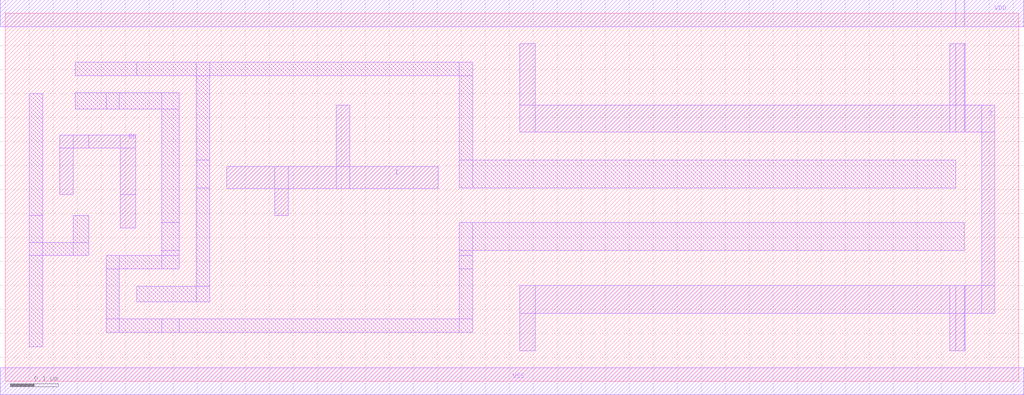
<source format=lef>
# 
# ******************************************************************************
# *                                                                            *
# *                   Copyright (C) 2004-2014, Nangate Inc.                    *
# *                           All rights reserved.                             *
# *                                                                            *
# * Nangate and the Nangate logo are trademarks of Nangate Inc.                *
# *                                                                            *
# * All trademarks, logos, software marks, and trade names (collectively the   *
# * "Marks") in this program are proprietary to Nangate or other respective    *
# * owners that have granted Nangate the right and license to use such Marks.  *
# * You are not permitted to use the Marks without the prior written consent   *
# * of Nangate or such third party that may own the Marks.                     *
# *                                                                            *
# * This file has been provided pursuant to a License Agreement containing     *
# * restrictions on its use. This file contains valuable trade secrets and     *
# * proprietary information of Nangate Inc., and is protected by U.S. and      *
# * international laws and/or treaties.                                        *
# *                                                                            *
# * The copyright notice(s) in this file does not indicate actual or intended  *
# * publication of this file.                                                  *
# *                                                                            *
# *       NGLibraryCreator, Development_version_64 - build 201405300513        *
# *                                                                            *
# ******************************************************************************
# 
# 
# Running on us19.nangate.us for user Lucio Rech (lre).
# Local time is now Tue, 3 Jun 2014, 13:07:07.
# Main process id is 12480.

VERSION 5.6 ;
BUSBITCHARS "[]" ;
DIVIDERCHAR "/" ;

MACRO AND2_X1_8T
  CLASS core ;
  FOREIGN AND2_X1_8T 0.0 0.0 ;
  ORIGIN 0 0 ;
  SYMMETRY X Y ;
  SITE NanGate_15nm_OCL ;
  SIZE 0.384 BY 0.512 ;
  PIN A1
    DIRECTION INPUT ;
    PORT
      LAYER M1 ;
        RECT 0.178 0.1707 0.206 0.4639 ;
    END
  END A1
  PIN A2
    DIRECTION INPUT ;
    PORT
      LAYER M1 ;
        RECT 0.05 0.0847 0.078 0.35 ;
    END
  END A2
  PIN Z
    DIRECTION OUTPUT ;
    PORT
      LAYER M1 ;
        RECT 0.306 0.076 0.334 0.4267 ;
    END
  END Z
  PIN VDD
    DIRECTION INOUT ;
    USE power ;
    SHAPE ABUTMENT ;
    PORT
      LAYER M1 ;
        RECT -0.01 0.4933 0.27 0.5307 ;
        RECT 0.27 0.4933 0.394 0.5307 ;
    END
  END VDD
  PIN VSS
    DIRECTION INOUT ;
    USE ground ;
    SHAPE ABUTMENT ;
    PORT
      LAYER M1 ;
        RECT -0.01 -0.0187 0.394 0.0187 ;
    END
  END VSS
  OBS
      LAYER M1 ;
        RECT 0.114 0.108 0.1419 0.1267 ;
        RECT 0.114 0.1267 0.1419 0.2853 ;
        RECT 0.114 0.2853 0.1419 0.3627 ;
        RECT 0.1419 0.108 0.242 0.1267 ;
        RECT 0.242 0.108 0.27 0.1267 ;
        RECT 0.242 0.1267 0.27 0.2853 ;
      LAYER M1 ;
        RECT 0.114 0.108 0.1419 0.1267 ;
        RECT 0.114 0.1267 0.1419 0.2853 ;
        RECT 0.114 0.2853 0.1419 0.3627 ;
        RECT 0.1419 0.108 0.242 0.1267 ;
        RECT 0.242 0.108 0.27 0.1267 ;
        RECT 0.242 0.1267 0.27 0.2853 ;
  END
END AND2_X1_8T

MACRO AND2_X2_8T
  CLASS core ;
  FOREIGN AND2_X2_8T 0.0 0.0 ;
  ORIGIN 0 0 ;
  SYMMETRY X Y ;
  SITE NanGate_15nm_OCL ;
  SIZE 0.448 BY 0.512 ;
  PIN A1
    DIRECTION INPUT ;
    PORT
      LAYER M1 ;
        RECT 0.178 0.1707 0.206 0.3413 ;
    END
  END A1
  PIN A2
    DIRECTION INPUT ;
    PORT
      LAYER M1 ;
        RECT 0.045 0.1653 0.083 0.3467 ;
    END
  END A2
  PIN Z
    DIRECTION OUTPUT ;
    PORT
      LAYER M1 ;
        RECT 0.302 0.0427 0.306 0.0867 ;
        RECT 0.302 0.4253 0.306 0.4693 ;
        RECT 0.306 0.0427 0.334 0.0867 ;
        RECT 0.306 0.0867 0.334 0.4253 ;
        RECT 0.306 0.4253 0.334 0.4693 ;
    END
  END Z
  PIN VDD
    DIRECTION INOUT ;
    USE power ;
    SHAPE ABUTMENT ;
    PORT
      LAYER M1 ;
        RECT -0.01 0.4933 0.27 0.5307 ;
        RECT 0.27 0.4933 0.458 0.5307 ;
    END
  END VDD
  PIN VSS
    DIRECTION INOUT ;
    USE ground ;
    SHAPE ABUTMENT ;
    PORT
      LAYER M1 ;
        RECT -0.01 -0.0187 0.458 0.0187 ;
    END
  END VSS
  OBS
      LAYER M1 ;
        RECT 0.054 0.3827 0.082 0.4013 ;
        RECT 0.082 0.1107 0.242 0.1293 ;
        RECT 0.082 0.3827 0.242 0.4013 ;
        RECT 0.242 0.1107 0.27 0.1293 ;
        RECT 0.242 0.1293 0.27 0.3827 ;
        RECT 0.242 0.3827 0.27 0.4013 ;
      LAYER M1 ;
        RECT 0.054 0.3827 0.082 0.4013 ;
        RECT 0.082 0.1107 0.242 0.1293 ;
        RECT 0.082 0.3827 0.242 0.4013 ;
        RECT 0.242 0.1107 0.27 0.1293 ;
        RECT 0.242 0.1293 0.27 0.3827 ;
        RECT 0.242 0.3827 0.27 0.4013 ;
  END
END AND2_X2_8T

MACRO AND3_X1_8T
  CLASS core ;
  FOREIGN AND3_X1_8T 0.0 0.0 ;
  ORIGIN 0 0 ;
  SYMMETRY X Y ;
  SITE NanGate_15nm_OCL ;
  SIZE 0.512 BY 0.512 ;
  PIN A1
    DIRECTION INPUT ;
    PORT
      LAYER M1 ;
        RECT 0.306 0.128 0.334 0.384 ;
    END
  END A1
  PIN A2
    DIRECTION INPUT ;
    PORT
      LAYER M1 ;
        RECT 0.1729 0.128 0.211 0.384 ;
    END
  END A2
  PIN A3
    DIRECTION INPUT ;
    PORT
      LAYER M1 ;
        RECT 0.048 0.128 0.08 0.384 ;
    END
  END A3
  PIN Z
    DIRECTION OUTPUT ;
    PORT
      LAYER M1 ;
        RECT 0.434 0.076 0.462 0.436 ;
    END
  END Z
  PIN VDD
    DIRECTION INOUT ;
    USE power ;
    SHAPE ABUTMENT ;
    PORT
      LAYER M1 ;
        RECT -0.01 0.4933 0.398 0.5307 ;
        RECT 0.398 0.4933 0.522 0.5307 ;
    END
  END VDD
  PIN VSS
    DIRECTION INOUT ;
    USE ground ;
    SHAPE ABUTMENT ;
    PORT
      LAYER M1 ;
        RECT -0.01 -0.0187 0.522 0.0187 ;
    END
  END VSS
  OBS
      LAYER M1 ;
        RECT 0.079 0.0667 0.238 0.066732 ;
        RECT 0.054 0.4207 0.274 0.4393 ;
        RECT 0.274 0.0633 0.37 0.0913 ;
        RECT 0.274 0.4207 0.37 0.4393 ;
        RECT 0.37 0.0633 0.398 0.0913 ;
        RECT 0.37 0.0913 0.398 0.4207 ;
        RECT 0.37 0.4207 0.398 0.4393 ;
      LAYER M1 ;
        RECT 0.079 0.0667 0.238 0.066732 ;
        RECT 0.054 0.4207 0.274 0.4393 ;
        RECT 0.274 0.0633 0.37 0.0913 ;
        RECT 0.274 0.4207 0.37 0.4393 ;
        RECT 0.37 0.0633 0.398 0.0913 ;
        RECT 0.37 0.0913 0.398 0.4207 ;
        RECT 0.37 0.4207 0.398 0.4393 ;
  END
END AND3_X1_8T

MACRO AND3_X2_8T
  CLASS core ;
  FOREIGN AND3_X2_8T 0.0 0.0 ;
  ORIGIN 0 0 ;
  SYMMETRY X Y ;
  SITE NanGate_15nm_OCL ;
  SIZE 0.512 BY 0.512 ;
  PIN A1
    DIRECTION INPUT ;
    PORT
      LAYER M1 ;
        RECT 0.178 0.2133 0.206 0.342 ;
    END
  END A1
  PIN A2
    DIRECTION INPUT ;
    PORT
      LAYER M1 ;
        RECT 0.045 0.1707 0.083 0.3413 ;
    END
  END A2
  PIN A3
    DIRECTION INPUT ;
    PORT
      LAYER M1 ;
        RECT 0.242 0.2013 0.27 0.358 ;
    END
  END A3
  PIN Z
    DIRECTION OUTPUT ;
    PORT
      LAYER M1 ;
        RECT 0.366 0.0427 0.37 0.1047 ;
        RECT 0.366 0.4253 0.37 0.4693 ;
        RECT 0.37 0.0427 0.398 0.1047 ;
        RECT 0.37 0.1047 0.398 0.4253 ;
        RECT 0.37 0.4253 0.398 0.4693 ;
    END
  END Z
  PIN VDD
    DIRECTION INOUT ;
    USE power ;
    SHAPE ABUTMENT ;
    PORT
      LAYER M1 ;
        RECT -0.01 0.4933 0.334 0.5307 ;
        RECT 0.334 0.4933 0.522 0.5307 ;
    END
  END VDD
  PIN VSS
    DIRECTION INOUT ;
    USE ground ;
    SHAPE ABUTMENT ;
    PORT
      LAYER M1 ;
        RECT -0.01 -0.0187 0.522 0.0187 ;
    END
  END VSS
  OBS
      LAYER M1 ;
        RECT 0.048 0.048 0.08 0.104 ;
        RECT 0.048 0.104 0.08 0.1253 ;
        RECT 0.08 0.104 0.298 0.1253 ;
        RECT 0.054 0.3873 0.146 0.4087 ;
        RECT 0.146 0.1493 0.306 0.168 ;
        RECT 0.146 0.3873 0.306 0.4087 ;
        RECT 0.306 0.1493 0.334 0.168 ;
        RECT 0.306 0.168 0.334 0.3873 ;
        RECT 0.306 0.3873 0.334 0.4087 ;
      LAYER M1 ;
        RECT 0.048 0.048 0.08 0.104 ;
        RECT 0.048 0.104 0.08 0.1253 ;
        RECT 0.08 0.104 0.298 0.1253 ;
        RECT 0.054 0.3873 0.146 0.4087 ;
        RECT 0.146 0.1493 0.306 0.168 ;
        RECT 0.146 0.3873 0.306 0.4087 ;
        RECT 0.306 0.1493 0.334 0.168 ;
        RECT 0.306 0.168 0.334 0.3873 ;
        RECT 0.306 0.3873 0.334 0.4087 ;
  END
END AND3_X2_8T

MACRO AND4_X1_8T
  CLASS core ;
  FOREIGN AND4_X1_8T 0.0 0.0 ;
  ORIGIN 0 0 ;
  SYMMETRY X Y ;
  SITE NanGate_15nm_OCL ;
  SIZE 0.576 BY 0.512 ;
  PIN A1
    DIRECTION INPUT ;
    PORT
      LAYER M1 ;
        RECT 0.37 0.128 0.398 0.384 ;
    END
  END A1
  PIN A2
    DIRECTION INPUT ;
    PORT
      LAYER M1 ;
        RECT 0.24 0.128 0.272 0.384 ;
    END
  END A2
  PIN A3
    DIRECTION INPUT ;
    PORT
      LAYER M1 ;
        RECT 0.114 0.128 0.1419 0.3413 ;
    END
  END A3
  PIN A4
    DIRECTION INPUT ;
    PORT
      LAYER M1 ;
        RECT 0.05 0.128 0.078 0.384 ;
    END
  END A4
  PIN Z
    DIRECTION OUTPUT ;
    PORT
      LAYER M1 ;
        RECT 0.498 0.076 0.526 0.436 ;
    END
  END Z
  PIN VDD
    DIRECTION INOUT ;
    USE power ;
    SHAPE ABUTMENT ;
    PORT
      LAYER M1 ;
        RECT -0.01 0.4933 0.462 0.5307 ;
        RECT 0.462 0.4933 0.586 0.5307 ;
    END
  END VDD
  PIN VSS
    DIRECTION INOUT ;
    USE ground ;
    SHAPE ABUTMENT ;
    PORT
      LAYER M1 ;
        RECT -0.01 -0.0187 0.586 0.0187 ;
    END
  END VSS
  OBS
      LAYER M1 ;
        RECT 0.082 0.424 0.338 0.4453 ;
        RECT 0.338 0.0667 0.434 0.066732 ;
        RECT 0.338 0.424 0.434 0.4453 ;
        RECT 0.434 0.0667 0.462 0.066732 ;
        RECT 0.434 0.088 0.462 0.424 ;
        RECT 0.434 0.424 0.462 0.4453 ;
        RECT 0.1409 0.066 0.298 0.098 ;
      LAYER M1 ;
        RECT 0.082 0.424 0.338 0.4453 ;
        RECT 0.338 0.0667 0.434 0.066732 ;
        RECT 0.338 0.424 0.434 0.4453 ;
        RECT 0.434 0.0667 0.462 0.066732 ;
        RECT 0.434 0.088 0.462 0.424 ;
        RECT 0.434 0.424 0.462 0.4453 ;
        RECT 0.1409 0.066 0.298 0.098 ;
  END
END AND4_X1_8T

MACRO AND4_X2_8T
  CLASS core ;
  FOREIGN AND4_X2_8T 0.0 0.0 ;
  ORIGIN 0 0 ;
  SYMMETRY X Y ;
  SITE NanGate_15nm_OCL ;
  SIZE 0.64 BY 0.512 ;
  PIN A1
    DIRECTION INPUT ;
    PORT
      LAYER M1 ;
        RECT 0.37 0.1607 0.398 0.384 ;
    END
  END A1
  PIN A2
    DIRECTION INPUT ;
    PORT
      LAYER M1 ;
        RECT 0.242 0.128 0.27 0.3847 ;
    END
  END A2
  PIN A3
    DIRECTION INPUT ;
    PORT
      LAYER M1 ;
        RECT 0.114 0.128 0.1419 0.3847 ;
    END
  END A3
  PIN A4
    DIRECTION INPUT ;
    PORT
      LAYER M1 ;
        RECT 0.05 0.128 0.078 0.3847 ;
    END
  END A4
  PIN Z
    DIRECTION OUTPUT ;
    PORT
      LAYER M1 ;
        RECT 0.498 0.064 0.526 0.4267 ;
    END
  END Z
  PIN VDD
    DIRECTION INOUT ;
    USE power ;
    SHAPE ABUTMENT ;
    PORT
      LAYER M1 ;
        RECT -0.01 0.4933 0.462 0.5307 ;
        RECT 0.462 0.4933 0.65 0.5307 ;
    END
  END VDD
  PIN VSS
    DIRECTION INOUT ;
    USE ground ;
    SHAPE ABUTMENT ;
    PORT
      LAYER M1 ;
        RECT -0.01 -0.0187 0.65 0.0187 ;
    END
  END VSS
  OBS
      LAYER M1 ;
        RECT 0.0667419 0.0667 0.298 0.066732 ;
        RECT 0.082 0.424 0.342 0.4453 ;
        RECT 0.342 0.11 0.434 0.1313 ;
        RECT 0.342 0.424 0.434 0.4453 ;
        RECT 0.434 0.11 0.462 0.1313 ;
        RECT 0.434 0.1313 0.462 0.424 ;
        RECT 0.434 0.424 0.462 0.4453 ;
      LAYER M1 ;
        RECT 0.0667419 0.0667 0.298 0.066732 ;
        RECT 0.082 0.424 0.342 0.4453 ;
        RECT 0.342 0.11 0.434 0.1313 ;
        RECT 0.342 0.424 0.434 0.4453 ;
        RECT 0.434 0.11 0.462 0.1313 ;
        RECT 0.434 0.1313 0.462 0.424 ;
        RECT 0.434 0.424 0.462 0.4453 ;
  END
END AND4_X2_8T

MACRO ANTENNA_8T
  CLASS core ;
  FOREIGN ANTENNA_8T 0.0 0.0 ;
  ORIGIN 0 0 ;
  SYMMETRY X Y ;
  SITE NanGate_15nm_OCL ;
  SIZE 0.192 BY 0.512 ;
END ANTENNA_8T

MACRO AOI21_X1_8T
  CLASS core ;
  FOREIGN AOI21_X1_8T 0.0 0.0 ;
  ORIGIN 0 0 ;
  SYMMETRY X Y ;
  SITE NanGate_15nm_OCL ;
  SIZE 0.384 BY 0.512 ;
  PIN A1
    DIRECTION INPUT ;
    PORT
      LAYER M1 ;
        RECT 0.178 0.128 0.206 0.3413 ;
    END
  END A1
  PIN A2
    DIRECTION INPUT ;
    PORT
      LAYER M1 ;
        RECT 0.05 0.0893 0.078 0.3413 ;
    END
  END A2
  PIN B
    DIRECTION INPUT ;
    PORT
      LAYER M1 ;
        RECT 0.306 0.128 0.334 0.3413 ;
    END
  END B
  PIN ZN
    DIRECTION OUTPUT ;
    PORT
      LAYER M1 ;
        RECT 0.066714 0.0667 0.0667419 0.066732 ;
        RECT 0.114 0.088 0.1419 0.3573 ;
        RECT 0.0667419 0.0667 0.306 0.066732 ;
    END
  END ZN
  PIN VDD
    DIRECTION INOUT ;
    USE power ;
    SHAPE ABUTMENT ;
    PORT
      LAYER M1 ;
        RECT -0.01 0.4933 0.298 0.5307 ;
        RECT 0.298 0.4933 0.394 0.5307 ;
    END
  END VDD
  PIN VSS
    DIRECTION INOUT ;
    USE ground ;
    SHAPE ABUTMENT ;
    PORT
      LAYER M1 ;
        RECT -0.01 -0.0187 0.394 0.0187 ;
    END
  END VSS
  OBS
      LAYER M1 ;
        RECT 0.048 0.3867 0.08 0.408 ;
        RECT 0.048 0.408 0.08 0.4693 ;
        RECT 0.08 0.3867 0.298 0.408 ;
      LAYER M1 ;
        RECT 0.048 0.3867 0.08 0.408 ;
        RECT 0.048 0.408 0.08 0.4693 ;
        RECT 0.08 0.3867 0.298 0.408 ;
  END
END AOI21_X1_8T

MACRO AOI21_X2_8T
  CLASS core ;
  FOREIGN AOI21_X2_8T 0.0 0.0 ;
  ORIGIN 0 0 ;
  SYMMETRY X Y ;
  SITE NanGate_15nm_OCL ;
  SIZE 0.576 BY 0.512 ;
  PIN A1
    DIRECTION INPUT ;
    PORT
      LAYER M1 ;
        RECT 0.37 0.2013 0.398 0.2987 ;
    END
  END A1
  PIN A2
    DIRECTION INPUT ;
    PORT
      LAYER M1 ;
        RECT 0.242 0.1533 0.27 0.172 ;
        RECT 0.242 0.172 0.27 0.2987 ;
        RECT 0.242 0.2987 0.27 0.3413 ;
        RECT 0.27 0.1533 0.493 0.172 ;
        RECT 0.493 0.1533 0.531 0.172 ;
        RECT 0.493 0.172 0.531 0.2987 ;
    END
  END A2
  PIN B
    DIRECTION INPUT ;
    PORT
      LAYER M1 ;
        RECT 0.114 0.1707 0.1419 0.2987 ;
    END
  END B
  PIN ZN
    DIRECTION OUTPUT ;
    PORT
      LAYER M1 ;
        RECT 0.077 0.1107 0.178 0.1293 ;
        RECT 0.178 0.1107 0.206 0.1293 ;
        RECT 0.178 0.1293 0.206 0.326 ;
        RECT 0.178 0.326 0.206 0.3806 ;
        RECT 0.178 0.3806 0.206 0.3993 ;
        RECT 0.206 0.1107 0.43 0.1293 ;
        RECT 0.206 0.3806 0.43 0.3993 ;
        RECT 0.43 0.3806 0.434 0.3993 ;
        RECT 0.434 0.326 0.462 0.3806 ;
        RECT 0.434 0.3806 0.462 0.3993 ;
    END
  END ZN
  PIN VDD
    DIRECTION INOUT ;
    USE power ;
    SHAPE ABUTMENT ;
    PORT
      LAYER M1 ;
        RECT -0.01 0.4933 0.526 0.5307 ;
        RECT 0.526 0.4933 0.535 0.5307 ;
        RECT 0.535 0.4933 0.586 0.5307 ;
    END
  END VDD
  PIN VSS
    DIRECTION INOUT ;
    USE ground ;
    SHAPE ABUTMENT ;
    PORT
      LAYER M1 ;
        RECT -0.01 -0.0187 0.586 0.0187 ;
    END
  END VSS
  OBS
      LAYER M1 ;
        RECT 0.048 0.3667 0.08 0.4233 ;
        RECT 0.048 0.4233 0.08 0.446 ;
        RECT 0.08 0.4233 0.498 0.446 ;
        RECT 0.498 0.344 0.526 0.3667 ;
        RECT 0.498 0.3667 0.526 0.4233 ;
        RECT 0.498 0.4233 0.526 0.446 ;
        RECT 0.146 0.0679 0.535 0.0867 ;
      LAYER M1 ;
        RECT 0.048 0.3667 0.08 0.4233 ;
        RECT 0.048 0.4233 0.08 0.446 ;
        RECT 0.08 0.4233 0.498 0.446 ;
        RECT 0.498 0.344 0.526 0.3667 ;
        RECT 0.498 0.3667 0.526 0.4233 ;
        RECT 0.498 0.4233 0.526 0.446 ;
        RECT 0.146 0.0679 0.535 0.0867 ;
  END
END AOI21_X2_8T

MACRO AOI22_X1_8T
  CLASS core ;
  FOREIGN AOI22_X1_8T 0.0 0.0 ;
  ORIGIN 0 0 ;
  SYMMETRY X Y ;
  SITE NanGate_15nm_OCL ;
  SIZE 0.448 BY 0.512 ;
  PIN A1
    DIRECTION INPUT ;
    PORT
      LAYER M1 ;
        RECT 0.242 0.128 0.27 0.3413 ;
    END
  END A1
  PIN A2
    DIRECTION INPUT ;
    PORT
      LAYER M1 ;
        RECT 0.37 0.128 0.398 0.3233 ;
    END
  END A2
  PIN B1
    DIRECTION INPUT ;
    PORT
      LAYER M1 ;
        RECT 0.114 0.132 0.1419 0.384 ;
    END
  END B1
  PIN B2
    DIRECTION INPUT ;
    PORT
      LAYER M1 ;
        RECT 0.05 0.128 0.078 0.384 ;
    END
  END B2
  PIN ZN
    DIRECTION OUTPUT ;
    PORT
      LAYER M1 ;
        RECT 0.1409 0.0679 0.306 0.0867 ;
        RECT 0.306 0.0679 0.334 0.0867 ;
        RECT 0.306 0.0867 0.334 0.388 ;
    END
  END ZN
  PIN VDD
    DIRECTION INOUT ;
    USE power ;
    SHAPE ABUTMENT ;
    PORT
      LAYER M1 ;
        RECT -0.01 0.4933 0.398 0.5307 ;
        RECT 0.398 0.4933 0.458 0.5307 ;
    END
  END VDD
  PIN VSS
    DIRECTION INOUT ;
    USE ground ;
    SHAPE ABUTMENT ;
    PORT
      LAYER M1 ;
        RECT -0.01 -0.0187 0.458 0.0187 ;
    END
  END VSS
  OBS
      LAYER M1 ;
        RECT 0.082 0.42 0.37 0.4493 ;
        RECT 0.37 0.3687 0.398 0.42 ;
        RECT 0.37 0.42 0.398 0.4493 ;
      LAYER M1 ;
        RECT 0.082 0.42 0.37 0.4493 ;
        RECT 0.37 0.3687 0.398 0.42 ;
        RECT 0.37 0.42 0.398 0.4493 ;
  END
END AOI22_X1_8T

MACRO AOI22_X2_8T
  CLASS core ;
  FOREIGN AOI22_X2_8T 0.0 0.0 ;
  ORIGIN 0 0 ;
  SYMMETRY X Y ;
  SITE NanGate_15nm_OCL ;
  SIZE 0.512 BY 0.512 ;
  PIN A1
    DIRECTION INPUT ;
    PORT
      LAYER M1 ;
        RECT 0.434 0.1827 0.462 0.2013 ;
        RECT 0.434 0.2013 0.462 0.326 ;
        RECT 0.434 0.326 0.462 0.3413 ;
        RECT 0.462 0.1827 0.654 0.2013 ;
        RECT 0.654 0.1827 0.6899 0.2013 ;
        RECT 0.6899 0.1827 0.718 0.2013 ;
        RECT 0.6899 0.2013 0.718 0.326 ;
    END
  END A1
  PIN A2
    DIRECTION INPUT ;
    PORT
      LAYER M1 ;
        RECT 0.562 0.2467 0.59 0.3413 ;
    END
  END A2
  PIN B1
    DIRECTION INPUT ;
    PORT
      LAYER M1 ;
        RECT 0.204 0.204 0.334 0.3507 ;
    END
  END B1
  PIN B2
    DIRECTION INPUT ;
    PORT
      LAYER M1 ;
        RECT 0.05 0.1613 0.078 0.3413 ;
    END
  END B2
  PIN ZN
    DIRECTION OUTPUT ;
    PORT
      LAYER M1 ;
        RECT 0.133342 0.1333 0.13337 0.133328 ;
        RECT 0.242 0.152 0.27 0.1527 ;
        RECT 0.242 0.1527 0.27 0.2133 ;
        RECT 0.13337 0.1333 0.362 0.133328 ;
        RECT 0.362 0.1333 0.37 0.133328 ;
        RECT 0.37 0.1333 0.398 0.133328 ;
        RECT 0.37 0.152 0.398 0.1527 ;
        RECT 0.37 0.1527 0.398 0.2133 ;
        RECT 0.37 0.2133 0.398 0.3087 ;
        RECT 0.37 0.3087 0.398 0.3786 ;
        RECT 0.37 0.3786 0.398 0.4013 ;
        RECT 0.398 0.1333 0.626 0.133328 ;
        RECT 0.398 0.152 0.626 0.1527 ;
        RECT 0.398 0.3786 0.626 0.4013 ;
        RECT 0.626 0.1333 0.654 0.133328 ;
        RECT 0.626 0.152 0.654 0.1527 ;
        RECT 0.626 0.3087 0.654 0.3786 ;
        RECT 0.626 0.3786 0.654 0.4013 ;
        RECT 0.654 0.1333 0.6899 0.133328 ;
        RECT 0.654 0.152 0.6899 0.1527 ;
        RECT 0.6899 0.064 0.718 0.1333 ;
        RECT 0.6899 0.1333 0.718 0.133328 ;
        RECT 0.6899 0.152 0.718 0.1527 ;
    END
  END ZN
  PIN VDD
    DIRECTION INOUT ;
    USE power ;
    SHAPE ABUTMENT ;
    PORT
      LAYER M1 ;
        RECT -0.01 0.4933 0.718 0.5307 ;
        RECT 0.718 0.4933 0.778 0.5307 ;
    END
  END VDD
  PIN VSS
    DIRECTION INOUT ;
    USE ground ;
    SHAPE ABUTMENT ;
    PORT
      LAYER M1 ;
        RECT -0.01 -0.0187 0.778 0.0187 ;
    END
  END VSS
  OBS
      LAYER M1 ;
        RECT 0.406 0.088 0.626 0.1093 ;
        RECT 0.626 0.048 0.654 0.088 ;
        RECT 0.626 0.088 0.654 0.1093 ;
        RECT 0.077 0.4253 0.6899 0.444 ;
        RECT 0.6899 0.3713 0.718 0.4253 ;
        RECT 0.6899 0.4253 0.718 0.444 ;
        RECT 0.0859 0.0579 0.362 0.0967 ;
      LAYER M1 ;
        RECT 0.406 0.088 0.626 0.1093 ;
        RECT 0.626 0.048 0.654 0.088 ;
        RECT 0.626 0.088 0.654 0.1093 ;
        RECT 0.077 0.4253 0.6899 0.444 ;
        RECT 0.6899 0.3713 0.718 0.4253 ;
        RECT 0.6899 0.4253 0.718 0.444 ;
        RECT 0.0859 0.0579 0.362 0.0967 ;
  END
END AOI22_X2_8T

MACRO BUF_X1_8T
  CLASS core ;
  FOREIGN BUF_X1_8T 0.0 0.0 ;
  ORIGIN 0 0 ;
  SYMMETRY X Y ;
  SITE NanGate_15nm_OCL ;
  SIZE 0.32 BY 0.512 ;
  PIN I
    DIRECTION INPUT ;
    PORT
      LAYER M1 ;
        RECT 0.05 0.128 0.078 0.384 ;
    END
  END I
  PIN Z
    DIRECTION OUTPUT ;
    PORT
      LAYER M1 ;
        RECT 0.24 0.076 0.272 0.4693 ;
    END
  END Z
  PIN VDD
    DIRECTION INOUT ;
    USE power ;
    SHAPE ABUTMENT ;
    PORT
      LAYER M1 ;
        RECT -0.01 0.4933 0.1429 0.5307 ;
        RECT 0.1429 0.4933 0.33 0.5307 ;
    END
  END VDD
  PIN VSS
    DIRECTION INOUT ;
    USE ground ;
    SHAPE ABUTMENT ;
    PORT
      LAYER M1 ;
        RECT -0.01 -0.0187 0.33 0.0187 ;
    END
  END VSS
  OBS
      LAYER M1 ;
        RECT 0.114 0.048 0.115 0.1233 ;
        RECT 0.114 0.1233 0.115 0.142 ;
        RECT 0.114 0.2853 0.115 0.304 ;
        RECT 0.114 0.304 0.115 0.372 ;
        RECT 0.115 0.048 0.1419 0.1233 ;
        RECT 0.115 0.1233 0.1419 0.142 ;
        RECT 0.115 0.142 0.1419 0.2853 ;
        RECT 0.115 0.2853 0.1419 0.304 ;
        RECT 0.115 0.304 0.1419 0.372 ;
        RECT 0.1419 0.1233 0.1429 0.142 ;
        RECT 0.1419 0.142 0.1429 0.2853 ;
        RECT 0.1419 0.2853 0.1429 0.304 ;
      LAYER M1 ;
        RECT 0.114 0.048 0.115 0.1233 ;
        RECT 0.114 0.1233 0.115 0.142 ;
        RECT 0.114 0.2853 0.115 0.304 ;
        RECT 0.114 0.304 0.115 0.372 ;
        RECT 0.115 0.048 0.1419 0.1233 ;
        RECT 0.115 0.1233 0.1419 0.142 ;
        RECT 0.115 0.142 0.1419 0.2853 ;
        RECT 0.115 0.2853 0.1419 0.304 ;
        RECT 0.115 0.304 0.1419 0.372 ;
        RECT 0.1419 0.1233 0.1429 0.142 ;
        RECT 0.1419 0.142 0.1429 0.2853 ;
        RECT 0.1419 0.2853 0.1429 0.304 ;
  END
END BUF_X1_8T

MACRO BUF_X2_8T
  CLASS core ;
  FOREIGN BUF_X2_8T 0.0 0.0 ;
  ORIGIN 0 0 ;
  SYMMETRY X Y ;
  SITE NanGate_15nm_OCL ;
  SIZE 0.32 BY 0.512 ;
  PIN I
    DIRECTION INPUT ;
    PORT
      LAYER M1 ;
        RECT 0.05 0.178 0.078 0.3413 ;
    END
  END I
  PIN Z
    DIRECTION OUTPUT ;
    PORT
      LAYER M1 ;
        RECT 0.1739 0.402 0.177 0.4693 ;
        RECT 0.177 0.048 0.178 0.088 ;
        RECT 0.177 0.402 0.178 0.4693 ;
        RECT 0.178 0.048 0.206 0.088 ;
        RECT 0.178 0.088 0.206 0.402 ;
        RECT 0.178 0.402 0.206 0.4693 ;
    END
  END Z
  PIN VDD
    DIRECTION INOUT ;
    USE power ;
    SHAPE ABUTMENT ;
    PORT
      LAYER M1 ;
        RECT -0.01 0.4933 0.1419 0.5307 ;
        RECT 0.1419 0.4933 0.33 0.5307 ;
    END
  END VDD
  PIN VSS
    DIRECTION INOUT ;
    USE ground ;
    SHAPE ABUTMENT ;
    PORT
      LAYER M1 ;
        RECT -0.01 -0.0187 0.33 0.0187 ;
    END
  END VSS
  OBS
      LAYER M1 ;
        RECT 0.042 0.3707 0.05 0.3893 ;
        RECT 0.042 0.3893 0.05 0.4573 ;
        RECT 0.05 0.064 0.078 0.128 ;
        RECT 0.05 0.128 0.078 0.1467 ;
        RECT 0.05 0.3707 0.078 0.3893 ;
        RECT 0.05 0.3893 0.078 0.4573 ;
        RECT 0.078 0.128 0.0859 0.1467 ;
        RECT 0.078 0.3707 0.0859 0.3893 ;
        RECT 0.078 0.3893 0.0859 0.4573 ;
        RECT 0.0859 0.128 0.114 0.1467 ;
        RECT 0.0859 0.3707 0.114 0.3893 ;
        RECT 0.114 0.128 0.1419 0.1467 ;
        RECT 0.114 0.1467 0.1419 0.3707 ;
        RECT 0.114 0.3707 0.1419 0.3893 ;
      LAYER M1 ;
        RECT 0.042 0.3707 0.05 0.3893 ;
        RECT 0.042 0.3893 0.05 0.4573 ;
        RECT 0.05 0.064 0.078 0.128 ;
        RECT 0.05 0.128 0.078 0.1467 ;
        RECT 0.05 0.3707 0.078 0.3893 ;
        RECT 0.05 0.3893 0.078 0.4573 ;
        RECT 0.078 0.128 0.0859 0.1467 ;
        RECT 0.078 0.3707 0.0859 0.3893 ;
        RECT 0.078 0.3893 0.0859 0.4573 ;
        RECT 0.0859 0.128 0.114 0.1467 ;
        RECT 0.0859 0.3707 0.114 0.3893 ;
        RECT 0.114 0.128 0.1419 0.1467 ;
        RECT 0.114 0.1467 0.1419 0.3707 ;
        RECT 0.114 0.3707 0.1419 0.3893 ;
  END
END BUF_X2_8T

MACRO BUF_X4_8T
  CLASS core ;
  FOREIGN BUF_X4_8T 0.0 0.0 ;
  ORIGIN 0 0 ;
  SYMMETRY X Y ;
  SITE NanGate_15nm_OCL ;
  SIZE 0.512 BY 0.512 ;
  PIN I
    DIRECTION INPUT ;
    PORT
      LAYER M1 ;
        RECT 0.178 0.1613 0.206 0.3507 ;
    END
  END I
  PIN Z
    DIRECTION OUTPUT ;
    PORT
      LAYER M1 ;
        RECT 0.145 0.0679 0.21 0.0867 ;
        RECT 0.21 0.0679 0.27 0.0867 ;
        RECT 0.21 0.4253 0.27 0.444 ;
        RECT 0.27 0.0679 0.368 0.0867 ;
        RECT 0.27 0.4253 0.368 0.444 ;
        RECT 0.368 0.0679 0.4 0.0867 ;
        RECT 0.368 0.0867 0.4 0.4253 ;
        RECT 0.368 0.4253 0.4 0.444 ;
    END
  END Z
  PIN VDD
    DIRECTION INOUT ;
    USE power ;
    SHAPE ABUTMENT ;
    PORT
      LAYER M1 ;
        RECT -0.01 0.4933 0.27 0.5307 ;
        RECT 0.27 0.4933 0.522 0.5307 ;
    END
  END VDD
  PIN VSS
    DIRECTION INOUT ;
    USE ground ;
    SHAPE ABUTMENT ;
    PORT
      LAYER M1 ;
        RECT -0.01 -0.0187 0.522 0.0187 ;
    END
  END VSS
  OBS
      LAYER M1 ;
        RECT 0.027 0.1107 0.0859 0.132 ;
        RECT 0.0859 0.1107 0.242 0.132 ;
        RECT 0.0859 0.3799 0.242 0.4013 ;
        RECT 0.242 0.1107 0.27 0.132 ;
        RECT 0.242 0.132 0.27 0.3799 ;
        RECT 0.242 0.3799 0.27 0.4013 ;
      LAYER M1 ;
        RECT 0.027 0.1107 0.0859 0.132 ;
        RECT 0.0859 0.1107 0.242 0.132 ;
        RECT 0.0859 0.3799 0.242 0.4013 ;
        RECT 0.242 0.1107 0.27 0.132 ;
        RECT 0.242 0.132 0.27 0.3799 ;
        RECT 0.242 0.3799 0.27 0.4013 ;
  END
END BUF_X4_8T

MACRO BUF_X8_8T
  CLASS core ;
  FOREIGN BUF_X8_8T 0.0 0.0 ;
  ORIGIN 0 0 ;
  SYMMETRY X Y ;
  SITE NanGate_15nm_OCL ;
  SIZE 0.896 BY 0.512 ;
  PIN I
    DIRECTION INPUT ;
    PORT
      LAYER M1 ;
        RECT 0.05 0.1707 0.078 0.244 ;
        RECT 0.05 0.244 0.078 0.2653 ;
        RECT 0.05 0.2653 0.078 0.3413 ;
        RECT 0.078 0.244 0.298 0.2653 ;
    END
  END I
  PIN Z
    DIRECTION OUTPUT ;
    PORT
      LAYER M1 ;
        RECT 0.338 0.0679 0.7 0.0867 ;
        RECT 0.338 0.4253 0.7 0.444 ;
        RECT 0.7 0.0679 0.754 0.0867 ;
        RECT 0.7 0.4253 0.754 0.444 ;
        RECT 0.754 0.0679 0.782 0.0867 ;
        RECT 0.754 0.0867 0.782 0.4253 ;
        RECT 0.754 0.4253 0.782 0.444 ;
    END
  END Z
  PIN VDD
    DIRECTION INOUT ;
    USE power ;
    SHAPE ABUTMENT ;
    PORT
      LAYER M1 ;
        RECT -0.01 0.4933 0.7 0.5307 ;
        RECT 0.7 0.4933 0.906 0.5307 ;
    END
  END VDD
  PIN VSS
    DIRECTION INOUT ;
    USE ground ;
    SHAPE ABUTMENT ;
    PORT
      LAYER M1 ;
        RECT -0.01 -0.0187 0.906 0.0187 ;
    END
  END VSS
  OBS
      LAYER M1 ;
        RECT 0.099 0.0653 0.114 0.124 ;
        RECT 0.099 0.124 0.114 0.1427 ;
        RECT 0.114 0.0653 0.1419 0.124 ;
        RECT 0.114 0.124 0.1419 0.1427 ;
        RECT 0.114 0.3513 0.1419 0.3887 ;
        RECT 0.114 0.3887 0.1419 0.4467 ;
        RECT 0.1419 0.0653 0.157 0.124 ;
        RECT 0.1419 0.124 0.157 0.1427 ;
        RECT 0.1419 0.3513 0.157 0.3887 ;
        RECT 0.157 0.124 0.354 0.1427 ;
        RECT 0.157 0.3513 0.354 0.3887 ;
        RECT 0.354 0.124 0.382 0.1427 ;
        RECT 0.354 0.1427 0.382 0.2273 ;
        RECT 0.354 0.2273 0.382 0.246 ;
        RECT 0.354 0.246 0.382 0.3513 ;
        RECT 0.354 0.3513 0.382 0.3887 ;
        RECT 0.382 0.2273 0.7 0.246 ;
      LAYER M1 ;
        RECT 0.099 0.0653 0.114 0.124 ;
        RECT 0.099 0.124 0.114 0.1427 ;
        RECT 0.114 0.0653 0.1419 0.124 ;
        RECT 0.114 0.124 0.1419 0.1427 ;
        RECT 0.114 0.3513 0.1419 0.3887 ;
        RECT 0.114 0.3887 0.1419 0.4467 ;
        RECT 0.1419 0.0653 0.157 0.124 ;
        RECT 0.1419 0.124 0.157 0.1427 ;
        RECT 0.1419 0.3513 0.157 0.3887 ;
        RECT 0.157 0.124 0.354 0.1427 ;
        RECT 0.157 0.3513 0.354 0.3887 ;
        RECT 0.354 0.124 0.382 0.1427 ;
        RECT 0.354 0.1427 0.382 0.2273 ;
        RECT 0.354 0.2273 0.382 0.246 ;
        RECT 0.354 0.246 0.382 0.3513 ;
        RECT 0.354 0.3513 0.382 0.3887 ;
        RECT 0.382 0.2273 0.7 0.246 ;
  END
END BUF_X8_8T

MACRO BUF_X12_8T
  CLASS core ;
  FOREIGN BUF_X12_8T 0.0 0.0 ;
  ORIGIN 0 0 ;
  SYMMETRY X Y ;
  SITE NanGate_15nm_OCL ;
  SIZE 1.28 BY 0.512 ;
  PIN I
    DIRECTION INPUT ;
    PORT
      LAYER M1 ;
        RECT 0.048 0.1573 0.08 0.244 ;
        RECT 0.048 0.244 0.08 0.2653 ;
        RECT 0.048 0.2653 0.08 0.3433 ;
        RECT 0.08 0.244 0.426 0.2653 ;
    END
  END I
  PIN Z
    DIRECTION OUTPUT ;
    PORT
      LAYER M1 ;
        RECT 0.466 0.0679 1.07 0.0867 ;
        RECT 0.466 0.4253 1.07 0.444 ;
        RECT 1.07 0.0679 1.1359 0.0867 ;
        RECT 1.07 0.4253 1.1359 0.444 ;
        RECT 1.1359 0.0679 1.168 0.0867 ;
        RECT 1.1359 0.0867 1.168 0.4253 ;
        RECT 1.1359 0.4253 1.168 0.444 ;
    END
  END Z
  PIN VDD
    DIRECTION INOUT ;
    USE power ;
    SHAPE ABUTMENT ;
    PORT
      LAYER M1 ;
        RECT -0.01 0.4933 1.07 0.5307 ;
        RECT 1.07 0.4933 1.29 0.5307 ;
    END
  END VDD
  PIN VSS
    DIRECTION INOUT ;
    USE ground ;
    SHAPE ABUTMENT ;
    PORT
      LAYER M1 ;
        RECT -0.01 -0.0187 1.29 0.0187 ;
    END
  END VSS
  OBS
      LAYER M1 ;
        RECT 0.098 0.3673 0.112 0.3887 ;
        RECT 0.098 0.3887 0.112 0.4467 ;
        RECT 0.112 0.0653 0.144 0.1233 ;
        RECT 0.112 0.1233 0.144 0.1447 ;
        RECT 0.112 0.3673 0.144 0.3887 ;
        RECT 0.112 0.3887 0.144 0.4467 ;
        RECT 0.144 0.1233 0.157 0.1447 ;
        RECT 0.144 0.3673 0.157 0.3887 ;
        RECT 0.144 0.3887 0.157 0.4467 ;
        RECT 0.157 0.1233 0.462 0.1447 ;
        RECT 0.157 0.3673 0.462 0.3887 ;
        RECT 0.462 0.1233 0.49 0.1447 ;
        RECT 0.462 0.1447 0.49 0.2467 ;
        RECT 0.462 0.2467 0.49 0.2653 ;
        RECT 0.462 0.2653 0.49 0.3673 ;
        RECT 0.462 0.3673 0.49 0.3887 ;
        RECT 0.49 0.2467 1.07 0.2653 ;
      LAYER M1 ;
        RECT 0.098 0.3673 0.112 0.3887 ;
        RECT 0.098 0.3887 0.112 0.4467 ;
        RECT 0.112 0.0653 0.144 0.1233 ;
        RECT 0.112 0.1233 0.144 0.1447 ;
        RECT 0.112 0.3673 0.144 0.3887 ;
        RECT 0.112 0.3887 0.144 0.4467 ;
        RECT 0.144 0.1233 0.157 0.1447 ;
        RECT 0.144 0.3673 0.157 0.3887 ;
        RECT 0.144 0.3887 0.157 0.4467 ;
        RECT 0.157 0.1233 0.462 0.1447 ;
        RECT 0.157 0.3673 0.462 0.3887 ;
        RECT 0.462 0.1233 0.49 0.1447 ;
        RECT 0.462 0.1447 0.49 0.2467 ;
        RECT 0.462 0.2467 0.49 0.2653 ;
        RECT 0.462 0.2653 0.49 0.3673 ;
        RECT 0.462 0.3673 0.49 0.3887 ;
        RECT 0.49 0.2467 1.07 0.2653 ;
  END
END BUF_X12_8T

MACRO BUF_X16_8T
  CLASS core ;
  FOREIGN BUF_X16_8T 0.0 0.0 ;
  ORIGIN 0 0 ;
  SYMMETRY X Y ;
  SITE NanGate_15nm_OCL ;
  SIZE 1.664 BY 0.512 ;
  PIN I
    DIRECTION INPUT ;
    PORT
      LAYER M1 ;
        RECT 0.05 0.1547 0.078 0.2367 ;
        RECT 0.05 0.2367 0.078 0.2753 ;
        RECT 0.05 0.2753 0.078 0.3413 ;
        RECT 0.078 0.2367 0.554 0.2753 ;
    END
  END I
  PIN Z
    DIRECTION OUTPUT ;
    PORT
      LAYER M1 ;
        RECT 0.594 0.0679 1.454 0.0867 ;
        RECT 0.594 0.4213 1.454 0.44 ;
        RECT 1.454 0.0679 1.52 0.0867 ;
        RECT 1.454 0.4213 1.52 0.44 ;
        RECT 1.52 0.0679 1.552 0.0867 ;
        RECT 1.52 0.0867 1.552 0.4213 ;
        RECT 1.52 0.4213 1.552 0.44 ;
    END
  END Z
  PIN VDD
    DIRECTION INOUT ;
    USE power ;
    SHAPE ABUTMENT ;
    PORT
      LAYER M1 ;
        RECT -0.01 0.4933 1.454 0.5307 ;
        RECT 1.454 0.4933 1.674 0.5307 ;
    END
  END VDD
  PIN VSS
    DIRECTION INOUT ;
    USE ground ;
    SHAPE ABUTMENT ;
    PORT
      LAYER M1 ;
        RECT -0.01 -0.0187 1.674 0.0187 ;
    END
  END VSS
  OBS
      LAYER M1 ;
        RECT 0.114 0.0653 0.1419 0.1367 ;
        RECT 0.114 0.1367 0.1419 0.1553 ;
        RECT 0.114 0.3053 0.1419 0.324 ;
        RECT 0.114 0.324 0.1419 0.4287 ;
        RECT 0.1419 0.1367 0.59 0.1553 ;
        RECT 0.1419 0.3053 0.59 0.324 ;
        RECT 0.59 0.1367 0.618 0.1553 ;
        RECT 0.59 0.1553 0.618 0.2453 ;
        RECT 0.59 0.2453 0.618 0.264 ;
        RECT 0.59 0.264 0.618 0.3053 ;
        RECT 0.59 0.3053 0.618 0.324 ;
        RECT 0.618 0.2453 1.454 0.264 ;
      LAYER M1 ;
        RECT 0.114 0.0653 0.1419 0.1367 ;
        RECT 0.114 0.1367 0.1419 0.1553 ;
        RECT 0.114 0.3053 0.1419 0.324 ;
        RECT 0.114 0.324 0.1419 0.4287 ;
        RECT 0.1419 0.1367 0.59 0.1553 ;
        RECT 0.1419 0.3053 0.59 0.324 ;
        RECT 0.59 0.1367 0.618 0.1553 ;
        RECT 0.59 0.1553 0.618 0.2453 ;
        RECT 0.59 0.2453 0.618 0.264 ;
        RECT 0.59 0.264 0.618 0.3053 ;
        RECT 0.59 0.3053 0.618 0.324 ;
        RECT 0.618 0.2453 1.454 0.264 ;
  END
END BUF_X16_8T

MACRO CLKBUF_X1_8T
  CLASS core ;
  FOREIGN CLKBUF_X1_8T 0.0 0.0 ;
  ORIGIN 0 0 ;
  SYMMETRY X Y ;
  SITE NanGate_15nm_OCL ;
  SIZE 0.32 BY 0.512 ;
  PIN I
    DIRECTION INPUT ;
    PORT
      LAYER M1 ;
        RECT 0.05 0.128 0.078 0.384 ;
    END
  END I
  PIN Z
    DIRECTION OUTPUT ;
    PORT
      LAYER M1 ;
        RECT 0.24 0.076 0.272 0.4693 ;
    END
  END Z
  PIN VDD
    DIRECTION INOUT ;
    USE power ;
    SHAPE ABUTMENT ;
    PORT
      LAYER M1 ;
        RECT -0.01 0.4933 0.1429 0.5307 ;
        RECT 0.1429 0.4933 0.33 0.5307 ;
    END
  END VDD
  PIN VSS
    DIRECTION INOUT ;
    USE ground ;
    SHAPE ABUTMENT ;
    PORT
      LAYER M1 ;
        RECT -0.01 -0.0187 0.33 0.0187 ;
    END
  END VSS
  OBS
      LAYER M1 ;
        RECT 0.114 0.048 0.115 0.1233 ;
        RECT 0.114 0.1233 0.115 0.142 ;
        RECT 0.114 0.262 0.115 0.3053 ;
        RECT 0.114 0.3053 0.115 0.3487 ;
        RECT 0.115 0.048 0.1419 0.1233 ;
        RECT 0.115 0.1233 0.1419 0.142 ;
        RECT 0.115 0.142 0.1419 0.262 ;
        RECT 0.115 0.262 0.1419 0.3053 ;
        RECT 0.115 0.3053 0.1419 0.3487 ;
        RECT 0.1419 0.1233 0.1429 0.142 ;
        RECT 0.1419 0.142 0.1429 0.262 ;
        RECT 0.1419 0.262 0.1429 0.3053 ;
      LAYER M1 ;
        RECT 0.114 0.048 0.115 0.1233 ;
        RECT 0.114 0.1233 0.115 0.142 ;
        RECT 0.114 0.262 0.115 0.3053 ;
        RECT 0.114 0.3053 0.115 0.3487 ;
        RECT 0.115 0.048 0.1419 0.1233 ;
        RECT 0.115 0.1233 0.1419 0.142 ;
        RECT 0.115 0.142 0.1419 0.262 ;
        RECT 0.115 0.262 0.1419 0.3053 ;
        RECT 0.115 0.3053 0.1419 0.3487 ;
        RECT 0.1419 0.1233 0.1429 0.142 ;
        RECT 0.1419 0.142 0.1429 0.262 ;
        RECT 0.1419 0.262 0.1429 0.3053 ;
  END
END CLKBUF_X1_8T

MACRO CLKBUF_X2_8T
  CLASS core ;
  FOREIGN CLKBUF_X2_8T 0.0 0.0 ;
  ORIGIN 0 0 ;
  SYMMETRY X Y ;
  SITE NanGate_15nm_OCL ;
  SIZE 0.32 BY 0.512 ;
  PIN I
    DIRECTION INPUT ;
    PORT
      LAYER M1 ;
        RECT 0.05 0.1973 0.078 0.3413 ;
    END
  END I
  PIN Z
    DIRECTION OUTPUT ;
    PORT
      LAYER M1 ;
        RECT 0.1739 0.4253 0.178 0.4693 ;
        RECT 0.178 0.048 0.206 0.4253 ;
        RECT 0.178 0.4253 0.206 0.4693 ;
    END
  END Z
  PIN VDD
    DIRECTION INOUT ;
    USE power ;
    SHAPE ABUTMENT ;
    PORT
      LAYER M1 ;
        RECT -0.01 0.4933 0.1419 0.5307 ;
        RECT 0.1419 0.4933 0.33 0.5307 ;
    END
  END VDD
  PIN VSS
    DIRECTION INOUT ;
    USE ground ;
    SHAPE ABUTMENT ;
    PORT
      LAYER M1 ;
        RECT -0.01 -0.0187 0.33 0.0187 ;
    END
  END VSS
  OBS
      LAYER M1 ;
        RECT 0.048 0.086 0.08 0.128 ;
        RECT 0.048 0.128 0.08 0.1467 ;
        RECT 0.048 0.3707 0.08 0.3893 ;
        RECT 0.048 0.3893 0.08 0.4573 ;
        RECT 0.08 0.128 0.114 0.1467 ;
        RECT 0.08 0.3707 0.114 0.3893 ;
        RECT 0.114 0.128 0.1419 0.1467 ;
        RECT 0.114 0.1467 0.1419 0.3707 ;
        RECT 0.114 0.3707 0.1419 0.3893 ;
      LAYER M1 ;
        RECT 0.048 0.086 0.08 0.128 ;
        RECT 0.048 0.128 0.08 0.1467 ;
        RECT 0.048 0.3707 0.08 0.3893 ;
        RECT 0.048 0.3893 0.08 0.4573 ;
        RECT 0.08 0.128 0.114 0.1467 ;
        RECT 0.08 0.3707 0.114 0.3893 ;
        RECT 0.114 0.128 0.1419 0.1467 ;
        RECT 0.114 0.1467 0.1419 0.3707 ;
        RECT 0.114 0.3707 0.1419 0.3893 ;
  END
END CLKBUF_X2_8T

MACRO CLKBUF_X4_8T
  CLASS core ;
  FOREIGN CLKBUF_X4_8T 0.0 0.0 ;
  ORIGIN 0 0 ;
  SYMMETRY X Y ;
  SITE NanGate_15nm_OCL ;
  SIZE 0.512 BY 0.512 ;
  PIN I
    DIRECTION INPUT ;
    PORT
      LAYER M1 ;
        RECT 0.114 0.1613 0.1419 0.3507 ;
    END
  END I
  PIN Z
    DIRECTION OUTPUT ;
    PORT
      LAYER M1 ;
        RECT 0.145 0.0679 0.205 0.0867 ;
        RECT 0.205 0.0679 0.206 0.0867 ;
        RECT 0.205 0.4253 0.206 0.444 ;
        RECT 0.206 0.0679 0.368 0.0867 ;
        RECT 0.206 0.4253 0.368 0.444 ;
        RECT 0.368 0.0679 0.4 0.0867 ;
        RECT 0.368 0.0867 0.4 0.4253 ;
        RECT 0.368 0.4253 0.4 0.444 ;
    END
  END Z
  PIN VDD
    DIRECTION INOUT ;
    USE power ;
    SHAPE ABUTMENT ;
    PORT
      LAYER M1 ;
        RECT -0.01 0.4933 0.206 0.5307 ;
        RECT 0.206 0.4933 0.522 0.5307 ;
    END
  END VDD
  PIN VSS
    DIRECTION INOUT ;
    USE ground ;
    SHAPE ABUTMENT ;
    PORT
      LAYER M1 ;
        RECT -0.01 -0.0187 0.522 0.0187 ;
    END
  END VSS
  OBS
      LAYER M1 ;
        RECT 0.041 0.1107 0.082 0.1293 ;
        RECT 0.082 0.1107 0.178 0.1293 ;
        RECT 0.082 0.3827 0.178 0.4013 ;
        RECT 0.178 0.1107 0.206 0.1293 ;
        RECT 0.178 0.1293 0.206 0.3827 ;
        RECT 0.178 0.3827 0.206 0.4013 ;
      LAYER M1 ;
        RECT 0.041 0.1107 0.082 0.1293 ;
        RECT 0.082 0.1107 0.178 0.1293 ;
        RECT 0.082 0.3827 0.178 0.4013 ;
        RECT 0.178 0.1107 0.206 0.1293 ;
        RECT 0.178 0.1293 0.206 0.3827 ;
        RECT 0.178 0.3827 0.206 0.4013 ;
  END
END CLKBUF_X4_8T

MACRO CLKBUF_X8_8T
  CLASS core ;
  FOREIGN CLKBUF_X8_8T 0.0 0.0 ;
  ORIGIN 0 0 ;
  SYMMETRY X Y ;
  SITE NanGate_15nm_OCL ;
  SIZE 0.896 BY 0.512 ;
  PIN I
    DIRECTION INPUT ;
    PORT
      LAYER M1 ;
        RECT 0.05 0.1707 0.078 0.2187 ;
        RECT 0.05 0.2187 0.078 0.2373 ;
        RECT 0.05 0.2373 0.078 0.3413 ;
        RECT 0.078 0.1707 0.079 0.2187 ;
        RECT 0.078 0.2187 0.079 0.2373 ;
        RECT 0.079 0.2187 0.318 0.2373 ;
    END
  END I
  PIN Z
    DIRECTION OUTPUT ;
    PORT
      LAYER M1 ;
        RECT 0.338 0.0679 0.718 0.0867 ;
        RECT 0.338 0.4253 0.718 0.444 ;
        RECT 0.718 0.0679 0.754 0.0867 ;
        RECT 0.718 0.4253 0.754 0.444 ;
        RECT 0.754 0.0679 0.782 0.0867 ;
        RECT 0.754 0.0867 0.782 0.4253 ;
        RECT 0.754 0.4253 0.782 0.444 ;
    END
  END Z
  PIN VDD
    DIRECTION INOUT ;
    USE power ;
    SHAPE ABUTMENT ;
    PORT
      LAYER M1 ;
        RECT -0.01 0.4933 0.718 0.5307 ;
        RECT 0.718 0.4933 0.906 0.5307 ;
    END
  END VDD
  PIN VSS
    DIRECTION INOUT ;
    USE ground ;
    SHAPE ABUTMENT ;
    PORT
      LAYER M1 ;
        RECT -0.01 -0.0187 0.906 0.0187 ;
    END
  END VSS
  OBS
      LAYER M1 ;
        RECT 0.05 0.1107 0.114 0.1293 ;
        RECT 0.114 0.1107 0.1419 0.1293 ;
        RECT 0.114 0.3 0.1419 0.3213 ;
        RECT 0.114 0.3213 0.1419 0.3613 ;
        RECT 0.1419 0.1107 0.406 0.1293 ;
        RECT 0.1419 0.3 0.406 0.3213 ;
        RECT 0.406 0.1107 0.434 0.1293 ;
        RECT 0.406 0.1293 0.434 0.238 ;
        RECT 0.406 0.238 0.434 0.2767 ;
        RECT 0.406 0.2767 0.434 0.3 ;
        RECT 0.406 0.3 0.434 0.3213 ;
        RECT 0.434 0.238 0.718 0.2767 ;
      LAYER M1 ;
        RECT 0.05 0.1107 0.114 0.1293 ;
        RECT 0.114 0.1107 0.1419 0.1293 ;
        RECT 0.114 0.3 0.1419 0.3213 ;
        RECT 0.114 0.3213 0.1419 0.3613 ;
        RECT 0.1419 0.1107 0.406 0.1293 ;
        RECT 0.1419 0.3 0.406 0.3213 ;
        RECT 0.406 0.1107 0.434 0.1293 ;
        RECT 0.406 0.1293 0.434 0.238 ;
        RECT 0.406 0.238 0.434 0.2767 ;
        RECT 0.406 0.2767 0.434 0.3 ;
        RECT 0.406 0.3 0.434 0.3213 ;
        RECT 0.434 0.238 0.718 0.2767 ;
  END
END CLKBUF_X8_8T

MACRO CLKBUF_X12_8T
  CLASS core ;
  FOREIGN CLKBUF_X12_8T 0.0 0.0 ;
  ORIGIN 0 0 ;
  SYMMETRY X Y ;
  SITE NanGate_15nm_OCL ;
  SIZE 1.28 BY 0.512 ;
  PIN I
    DIRECTION INPUT ;
    PORT
      LAYER M1 ;
        RECT 0.045 0.1587 0.083 0.224 ;
        RECT 0.045 0.224 0.083 0.2453 ;
        RECT 0.045 0.2453 0.083 0.3533 ;
        RECT 0.083 0.224 0.426 0.2453 ;
    END
  END I
  PIN Z
    DIRECTION OUTPUT ;
    PORT
      LAYER M1 ;
        RECT 0.466 0.0679 0.998 0.0867 ;
        RECT 0.466 0.4253 0.998 0.444 ;
        RECT 0.998 0.0679 1.1359 0.0867 ;
        RECT 0.998 0.4253 1.1359 0.444 ;
        RECT 1.1359 0.0679 1.168 0.0867 ;
        RECT 1.1359 0.0867 1.168 0.4253 ;
        RECT 1.1359 0.4253 1.168 0.444 ;
    END
  END Z
  PIN VDD
    DIRECTION INOUT ;
    USE power ;
    SHAPE ABUTMENT ;
    PORT
      LAYER M1 ;
        RECT -0.01 0.4933 0.998 0.5307 ;
        RECT 0.998 0.4933 1.29 0.5307 ;
    END
  END VDD
  PIN VSS
    DIRECTION INOUT ;
    USE ground ;
    SHAPE ABUTMENT ;
    PORT
      LAYER M1 ;
        RECT -0.01 -0.0187 1.29 0.0187 ;
    END
  END VSS
  OBS
      LAYER M1 ;
        RECT 0.0429 0.1107 0.114 0.1293 ;
        RECT 0.114 0.1107 0.1419 0.1293 ;
        RECT 0.114 0.3667 0.1419 0.3853 ;
        RECT 0.114 0.3853 0.1419 0.4467 ;
        RECT 0.1419 0.1107 0.462 0.1293 ;
        RECT 0.1419 0.3667 0.462 0.3853 ;
        RECT 0.462 0.1107 0.49 0.1293 ;
        RECT 0.462 0.1293 0.49 0.2093 ;
        RECT 0.462 0.2093 0.49 0.2306 ;
        RECT 0.462 0.2306 0.49 0.3667 ;
        RECT 0.462 0.3667 0.49 0.3853 ;
        RECT 0.49 0.1107 0.494 0.1293 ;
        RECT 0.49 0.1293 0.494 0.2093 ;
        RECT 0.49 0.2093 0.494 0.2306 ;
        RECT 0.494 0.2093 0.998 0.2306 ;
      LAYER M1 ;
        RECT 0.0429 0.1107 0.114 0.1293 ;
        RECT 0.114 0.1107 0.1419 0.1293 ;
        RECT 0.114 0.3667 0.1419 0.3853 ;
        RECT 0.114 0.3853 0.1419 0.4467 ;
        RECT 0.1419 0.1107 0.462 0.1293 ;
        RECT 0.1419 0.3667 0.462 0.3853 ;
        RECT 0.462 0.1107 0.49 0.1293 ;
        RECT 0.462 0.1293 0.49 0.2093 ;
        RECT 0.462 0.2093 0.49 0.2306 ;
        RECT 0.462 0.2306 0.49 0.3667 ;
        RECT 0.462 0.3667 0.49 0.3853 ;
        RECT 0.49 0.1107 0.494 0.1293 ;
        RECT 0.49 0.1293 0.494 0.2093 ;
        RECT 0.49 0.2093 0.494 0.2306 ;
        RECT 0.494 0.2093 0.998 0.2306 ;
  END
END CLKBUF_X12_8T

MACRO CLKBUF_X16_8T
  CLASS core ;
  FOREIGN CLKBUF_X16_8T 0.0 0.0 ;
  ORIGIN 0 0 ;
  SYMMETRY X Y ;
  SITE NanGate_15nm_OCL ;
  SIZE 1.664 BY 0.512 ;
  PIN I
    DIRECTION INPUT ;
    PORT
      LAYER M1 ;
        RECT 0.05 0.148 0.078 0.2173 ;
        RECT 0.05 0.2173 0.078 0.2387 ;
        RECT 0.05 0.2387 0.078 0.3507 ;
        RECT 0.078 0.2173 0.554 0.2387 ;
    END
  END I
  PIN Z
    DIRECTION OUTPUT ;
    PORT
      LAYER M1 ;
        RECT 0.594 0.0579 1.454 0.0967 ;
        RECT 0.594 0.4153 1.454 0.454 ;
        RECT 1.454 0.0579 1.52 0.0967 ;
        RECT 1.454 0.4153 1.52 0.454 ;
        RECT 1.52 0.0579 1.552 0.0967 ;
        RECT 1.52 0.0967 1.552 0.4153 ;
        RECT 1.52 0.4153 1.552 0.454 ;
    END
  END Z
  PIN VDD
    DIRECTION INOUT ;
    USE power ;
    SHAPE ABUTMENT ;
    PORT
      LAYER M1 ;
        RECT -0.01 0.4933 1.454 0.5307 ;
        RECT 1.454 0.4933 1.674 0.5307 ;
    END
  END VDD
  PIN VSS
    DIRECTION INOUT ;
    USE ground ;
    SHAPE ABUTMENT ;
    PORT
      LAYER M1 ;
        RECT -0.01 -0.0187 1.674 0.0187 ;
    END
  END VSS
  OBS
      LAYER M1 ;
        RECT 0.114 0.0727 0.1419 0.1367 ;
        RECT 0.114 0.1367 0.1419 0.1553 ;
        RECT 0.114 0.35 0.1419 0.3753 ;
        RECT 0.114 0.3753 0.1419 0.4253 ;
        RECT 0.1419 0.1367 0.595 0.1553 ;
        RECT 0.1419 0.35 0.595 0.3753 ;
        RECT 0.595 0.1367 0.653 0.1553 ;
        RECT 0.595 0.1553 0.653 0.2107 ;
        RECT 0.595 0.2107 0.653 0.2293 ;
        RECT 0.595 0.2293 0.653 0.35 ;
        RECT 0.595 0.35 0.653 0.3753 ;
        RECT 0.653 0.2107 1.454 0.2293 ;
      LAYER M1 ;
        RECT 0.114 0.0727 0.1419 0.1367 ;
        RECT 0.114 0.1367 0.1419 0.1553 ;
        RECT 0.114 0.35 0.1419 0.3753 ;
        RECT 0.114 0.3753 0.1419 0.4253 ;
        RECT 0.1419 0.1367 0.595 0.1553 ;
        RECT 0.1419 0.35 0.595 0.3753 ;
        RECT 0.595 0.1367 0.653 0.1553 ;
        RECT 0.595 0.1553 0.653 0.2107 ;
        RECT 0.595 0.2107 0.653 0.2293 ;
        RECT 0.595 0.2293 0.653 0.35 ;
        RECT 0.595 0.35 0.653 0.3753 ;
        RECT 0.653 0.2107 1.454 0.2293 ;
  END
END CLKBUF_X16_8T

MACRO CLKGATETST_X1_8T
  CLASS core ;
  FOREIGN CLKGATETST_X1_8T 0.0 0.0 ;
  ORIGIN 0 0 ;
  SYMMETRY X Y ;
  SITE NanGate_15nm_OCL ;
  SIZE 1.088 BY 0.512 ;
  PIN CLK
    DIRECTION INPUT ;
    USE clock ;
    PORT
      LAYER M1 ;
        RECT 0.6899 0.1587 0.718 0.3413 ;
    END
  END CLK
  PIN E
    DIRECTION INPUT ;
    PORT
      LAYER M1 ;
        RECT 0.114 0.1707 0.1419 0.448 ;
    END
  END E
  PIN TE
    DIRECTION INPUT ;
    PORT
      LAYER M1 ;
        RECT 0.05 0.2133 0.078 0.448 ;
    END
  END TE
  PIN Q
    DIRECTION OUTPUT ;
    PORT
      LAYER M1 ;
        RECT 1.01 0.064 1.038 0.436 ;
    END
  END Q
  PIN VDD
    DIRECTION INOUT ;
    USE power ;
    SHAPE ABUTMENT ;
    PORT
      LAYER M1 ;
        RECT -0.01 0.4933 0.366 0.5307 ;
        RECT 0.366 0.4933 0.91 0.5307 ;
        RECT 0.91 0.4933 0.974 0.5307 ;
        RECT 0.974 0.4933 1.098 0.5307 ;
    END
  END VDD
  PIN VSS
    DIRECTION INOUT ;
    USE ground ;
    SHAPE ABUTMENT ;
    PORT
      LAYER M1 ;
        RECT -0.01 -0.0187 1.098 0.0187 ;
    END
  END VSS
  OBS
      LAYER MINT1 ;
        RECT 0.21 0.268 0.686 0.2867 ;
        RECT 0.146 0.3107 0.522 0.3293 ;
        RECT 0.73 0.268 1.006 0.2867 ;
      LAYER MINT1 ;
        RECT 0.21 0.268 0.686 0.2867 ;
        RECT 0.146 0.3107 0.522 0.3293 ;
        RECT 0.73 0.268 1.006 0.2867 ;
      LAYER M1 ;
        RECT 0.048 0.0679 0.08 0.0867 ;
        RECT 0.048 0.0867 0.08 0.142 ;
        RECT 0.08 0.0679 0.238 0.0867 ;
        RECT 0.242 0.176 0.27 0.3607 ;
        RECT 0.37 0.1613 0.398 0.3347 ;
        RECT 0.462 0.248 0.494 0.34 ;
        RECT 0.626 0.1107 0.654 0.1293 ;
        RECT 0.626 0.1293 0.654 0.3707 ;
        RECT 0.626 0.3707 0.654 0.3947 ;
        RECT 0.654 0.1107 0.75 0.1293 ;
        RECT 0.654 0.3707 0.75 0.3947 ;
        RECT 0.75 0.1107 0.755 0.1293 ;
        RECT 0.754 0.1653 0.79 0.3087 ;
        RECT 0.754 0.3087 0.79 0.3347 ;
        RECT 0.79 0.3087 0.8179 0.3347 ;
        RECT 0.8179 0.3087 0.846 0.3347 ;
        RECT 0.8179 0.3347 0.846 0.3893 ;
        RECT 0.946 0.1507 0.974 0.3827 ;
        RECT 0.178 0.1107 0.206 0.1293 ;
        RECT 0.178 0.1293 0.206 0.4187 ;
        RECT 0.178 0.4187 0.206 0.4507 ;
        RECT 0.206 0.1107 0.302 0.1293 ;
        RECT 0.206 0.4187 0.302 0.4507 ;
        RECT 0.302 0.4187 0.366 0.4507 ;
        RECT 0.306 0.2047 0.334 0.364 ;
        RECT 0.306 0.364 0.334 0.3827 ;
        RECT 0.334 0.364 0.558 0.3827 ;
        RECT 0.558 0.1227 0.59 0.2047 ;
        RECT 0.558 0.2047 0.59 0.364 ;
        RECT 0.558 0.364 0.59 0.3827 ;
        RECT 0.434 0.0679 0.462 0.0867 ;
        RECT 0.434 0.0867 0.462 0.2227 ;
        RECT 0.462 0.0679 0.466 0.0867 ;
        RECT 0.466 0.0679 0.882 0.0867 ;
        RECT 0.466 0.4187 0.882 0.4507 ;
        RECT 0.882 0.0679 0.91 0.0867 ;
        RECT 0.882 0.0867 0.91 0.2227 ;
        RECT 0.882 0.2227 0.91 0.4187 ;
        RECT 0.882 0.4187 0.91 0.4507 ;
      LAYER V1 ;
        RECT 0.178 0.3107 0.206 0.3293 ;
        RECT 0.242 0.268 0.27 0.2867 ;
        RECT 0.37 0.268 0.398 0.2867 ;
        RECT 0.462 0.3107 0.49 0.3293 ;
        RECT 0.626 0.268 0.654 0.2867 ;
        RECT 0.762 0.268 0.79 0.2867 ;
        RECT 0.946 0.268 0.974 0.2867 ;
      LAYER M1 ;
        RECT 0.048 0.0679 0.08 0.0867 ;
        RECT 0.048 0.0867 0.08 0.142 ;
        RECT 0.08 0.0679 0.238 0.0867 ;
        RECT 0.242 0.176 0.27 0.3607 ;
        RECT 0.37 0.1613 0.398 0.3347 ;
        RECT 0.462 0.248 0.494 0.34 ;
        RECT 0.626 0.1107 0.654 0.1293 ;
        RECT 0.626 0.1293 0.654 0.3707 ;
        RECT 0.626 0.3707 0.654 0.3947 ;
        RECT 0.654 0.1107 0.75 0.1293 ;
        RECT 0.654 0.3707 0.75 0.3947 ;
        RECT 0.75 0.1107 0.755 0.1293 ;
        RECT 0.754 0.1653 0.79 0.3087 ;
        RECT 0.754 0.3087 0.79 0.3347 ;
        RECT 0.79 0.3087 0.8179 0.3347 ;
        RECT 0.8179 0.3087 0.846 0.3347 ;
        RECT 0.8179 0.3347 0.846 0.3893 ;
        RECT 0.946 0.1507 0.974 0.3827 ;
        RECT 0.178 0.1107 0.206 0.1293 ;
        RECT 0.178 0.1293 0.206 0.4187 ;
        RECT 0.178 0.4187 0.206 0.4507 ;
        RECT 0.206 0.1107 0.302 0.1293 ;
        RECT 0.206 0.4187 0.302 0.4507 ;
        RECT 0.302 0.4187 0.366 0.4507 ;
        RECT 0.306 0.2047 0.334 0.364 ;
        RECT 0.306 0.364 0.334 0.3827 ;
        RECT 0.334 0.364 0.558 0.3827 ;
        RECT 0.558 0.1227 0.59 0.2047 ;
        RECT 0.558 0.2047 0.59 0.364 ;
        RECT 0.558 0.364 0.59 0.3827 ;
        RECT 0.434 0.0679 0.462 0.0867 ;
        RECT 0.434 0.0867 0.462 0.2227 ;
        RECT 0.462 0.0679 0.466 0.0867 ;
        RECT 0.466 0.0679 0.882 0.0867 ;
        RECT 0.466 0.4187 0.882 0.4507 ;
        RECT 0.882 0.0679 0.91 0.0867 ;
        RECT 0.882 0.0867 0.91 0.2227 ;
        RECT 0.882 0.2227 0.91 0.4187 ;
        RECT 0.882 0.4187 0.91 0.4507 ;
  END
END CLKGATETST_X1_8T

MACRO DFFRNQ_X1_8T
  CLASS core ;
  FOREIGN DFFRNQ_X1_8T 0.0 0.0 ;
  ORIGIN 0 0 ;
  SYMMETRY X Y ;
  SITE NanGate_15nm_OCL ;
  SIZE 1.664 BY 0.512 ;
  PIN D
    DIRECTION INPUT ;
    PORT
      LAYER M1 ;
        RECT 0.1613 0.1613 0.27 0.3507 ;
    END
  END D
  PIN RN
    DIRECTION INPUT ;
    PORT
      LAYER MINT1 ;
        RECT 0.704 0.1827 1.1339 0.2013 ;
        RECT 1.1339 0.1827 1.326 0.2013 ;
    END
  END RN
  PIN CLK
    DIRECTION INPUT ;
    USE clock ;
    PORT
      LAYER M1 ;
        RECT 0.05 0.1707 0.078 0.3413 ;
    END
  END CLK
  PIN Q
    DIRECTION OUTPUT ;
    PORT
      LAYER M1 ;
        RECT 1.584 0.0427 1.616 0.4693 ;
    END
  END Q
  PIN VDD
    DIRECTION INOUT ;
    USE power ;
    SHAPE ABUTMENT ;
    PORT
      LAYER M1 ;
        RECT -0.01 0.4933 0.1419 0.5307 ;
        RECT 0.1419 0.4933 0.206 0.5307 ;
        RECT 0.206 0.4933 0.334 0.5307 ;
        RECT 0.334 0.4933 0.398 0.5307 ;
        RECT 0.398 0.4933 0.526 0.5307 ;
        RECT 0.526 0.4933 0.8139 0.5307 ;
        RECT 0.8139 0.4933 0.91 0.5307 ;
        RECT 0.91 0.4933 0.974 0.5307 ;
        RECT 0.974 0.4933 1.102 0.5307 ;
        RECT 1.102 0.4933 1.188 0.5307 ;
        RECT 1.188 0.4933 1.488 0.5307 ;
        RECT 1.488 0.4933 1.674 0.5307 ;
    END
  END VDD
  PIN VSS
    DIRECTION INOUT ;
    USE ground ;
    SHAPE ABUTMENT ;
    PORT
      LAYER M1 ;
        RECT -0.01 -0.0187 1.674 0.0187 ;
    END
  END VSS
  OBS
      LAYER MINT1 ;
        RECT 0.146 0.14 1.1339 0.1587 ;
        RECT 0.082 0.3533 1.1339 0.372 ;
      LAYER MINT1 ;
        RECT 0.146 0.14 1.1339 0.1587 ;
        RECT 0.082 0.3533 1.1339 0.372 ;
      LAYER M1 ;
        RECT 0.178 0.048 0.206 0.4639 ;
        RECT 0.306 0.048 0.334 0.4639 ;
        RECT 0.53 0.4153 0.8139 0.454 ;
        RECT 0.434 0.0679 0.462 0.0867 ;
        RECT 0.434 0.0867 0.462 0.292 ;
        RECT 0.434 0.292 0.462 0.4467 ;
        RECT 0.462 0.0679 0.8 0.0867 ;
        RECT 0.8 0.0679 0.828 0.0867 ;
        RECT 0.8 0.0867 0.828 0.292 ;
        RECT 0.576 0.22 0.604 0.3373 ;
        RECT 0.576 0.3373 0.604 0.356 ;
        RECT 0.604 0.3373 0.882 0.356 ;
        RECT 0.882 0.048 0.91 0.22 ;
        RECT 0.882 0.22 0.91 0.3373 ;
        RECT 0.882 0.3373 0.91 0.356 ;
        RECT 0.882 0.356 0.91 0.448 ;
        RECT 1.01 0.0679 1.038 0.0867 ;
        RECT 1.01 0.0867 1.038 0.244 ;
        RECT 1.01 0.244 1.038 0.4467 ;
        RECT 1.038 0.0679 1.335 0.0867 ;
        RECT 1.335 0.0679 1.363 0.0867 ;
        RECT 1.335 0.0867 1.363 0.244 ;
        RECT 1.224 0.2627 1.252 0.4253 ;
        RECT 1.224 0.4253 1.252 0.444 ;
        RECT 1.252 0.4253 1.458 0.444 ;
        RECT 1.458 0.048 1.486 0.088 ;
        RECT 1.458 0.088 1.486 0.2627 ;
        RECT 1.458 0.2627 1.486 0.4253 ;
        RECT 1.458 0.4253 1.486 0.444 ;
        RECT 1.486 0.088 1.488 0.2627 ;
        RECT 1.486 0.2627 1.488 0.4253 ;
        RECT 1.486 0.4253 1.488 0.444 ;
        RECT 0.048 0.0567 0.08 0.0939 ;
        RECT 0.048 0.0939 0.08 0.1127 ;
        RECT 0.048 0.3779 0.08 0.404 ;
        RECT 0.048 0.404 0.08 0.4573 ;
        RECT 0.08 0.0939 0.114 0.1127 ;
        RECT 0.08 0.3779 0.114 0.404 ;
        RECT 0.114 0.0939 0.1419 0.1127 ;
        RECT 0.114 0.1127 0.1419 0.3779 ;
        RECT 0.114 0.3779 0.1419 0.404 ;
        RECT 0.37 0.1293 0.398 0.3293 ;
        RECT 0.498 0.268 0.526 0.3827 ;
        RECT 0.526 0.1293 0.558 0.196 ;
        RECT 0.736 0.172 0.764 0.292 ;
        RECT 0.946 0.1827 0.974 0.3853 ;
        RECT 1.074 0.1159 1.102 0.2113 ;
        RECT 1.074 0.3067 1.102 0.4147 ;
        RECT 1.156 0.1107 1.188 0.4573 ;
        RECT 1.266 0.1159 1.294 0.212 ;
      LAYER V1 ;
        RECT 0.114 0.3533 0.1419 0.372 ;
        RECT 0.178 0.14 0.206 0.1587 ;
        RECT 0.37 0.14 0.398 0.1587 ;
        RECT 0.498 0.3533 0.526 0.372 ;
        RECT 0.53 0.14 0.558 0.1587 ;
        RECT 0.736 0.1827 0.764 0.2013 ;
        RECT 0.946 0.3533 0.974 0.372 ;
        RECT 1.074 0.14 1.102 0.1587 ;
        RECT 1.074 0.3533 1.102 0.372 ;
        RECT 1.266 0.1827 1.294 0.2013 ;
      LAYER M1 ;
        RECT 0.178 0.048 0.206 0.4639 ;
        RECT 0.306 0.048 0.334 0.4639 ;
        RECT 0.53 0.4153 0.8139 0.454 ;
        RECT 0.434 0.0679 0.462 0.0867 ;
        RECT 0.434 0.0867 0.462 0.292 ;
        RECT 0.434 0.292 0.462 0.4467 ;
        RECT 0.462 0.0679 0.8 0.0867 ;
        RECT 0.8 0.0679 0.828 0.0867 ;
        RECT 0.8 0.0867 0.828 0.292 ;
        RECT 0.576 0.22 0.604 0.3373 ;
        RECT 0.576 0.3373 0.604 0.356 ;
        RECT 0.604 0.3373 0.882 0.356 ;
        RECT 0.882 0.048 0.91 0.22 ;
        RECT 0.882 0.22 0.91 0.3373 ;
        RECT 0.882 0.3373 0.91 0.356 ;
        RECT 0.882 0.356 0.91 0.448 ;
        RECT 1.01 0.0679 1.038 0.0867 ;
        RECT 1.01 0.0867 1.038 0.244 ;
        RECT 1.01 0.244 1.038 0.4467 ;
        RECT 1.038 0.0679 1.335 0.0867 ;
        RECT 1.335 0.0679 1.363 0.0867 ;
        RECT 1.335 0.0867 1.363 0.244 ;
        RECT 1.224 0.2627 1.252 0.4253 ;
        RECT 1.224 0.4253 1.252 0.444 ;
        RECT 1.252 0.4253 1.458 0.444 ;
        RECT 1.458 0.048 1.486 0.088 ;
        RECT 1.458 0.088 1.486 0.2627 ;
        RECT 1.458 0.2627 1.486 0.4253 ;
        RECT 1.458 0.4253 1.486 0.444 ;
        RECT 1.486 0.088 1.488 0.2627 ;
        RECT 1.486 0.2627 1.488 0.4253 ;
        RECT 1.486 0.4253 1.488 0.444 ;
        RECT 0.048 0.0567 0.08 0.0939 ;
        RECT 0.048 0.0939 0.08 0.1127 ;
        RECT 0.048 0.3779 0.08 0.404 ;
        RECT 0.048 0.404 0.08 0.4573 ;
        RECT 0.08 0.0939 0.114 0.1127 ;
        RECT 0.08 0.3779 0.114 0.404 ;
        RECT 0.114 0.0939 0.1419 0.1127 ;
        RECT 0.114 0.1127 0.1419 0.3779 ;
        RECT 0.114 0.3779 0.1419 0.404 ;
        RECT 0.37 0.1293 0.398 0.3293 ;
        RECT 0.498 0.268 0.526 0.3827 ;
        RECT 0.526 0.1293 0.558 0.196 ;
        RECT 0.736 0.172 0.764 0.292 ;
        RECT 0.946 0.1827 0.974 0.3853 ;
        RECT 1.074 0.1159 1.102 0.2113 ;
        RECT 1.074 0.3067 1.102 0.4147 ;
        RECT 1.156 0.1107 1.188 0.4573 ;
        RECT 1.266 0.1159 1.294 0.212 ;
  END
END DFFRNQ_X1_8T

MACRO DFFSNQ_X1_8T
  CLASS core ;
  FOREIGN DFFSNQ_X1_8T 0.0 0.0 ;
  ORIGIN 0 0 ;
  SYMMETRY X Y ;
  SITE NanGate_15nm_OCL ;
  SIZE 1.664 BY 0.512 ;
  PIN D
    DIRECTION INPUT ;
    PORT
      LAYER M1 ;
        RECT 0.1613 0.1613 0.27 0.3507 ;
    END
  END D
  PIN SN
    DIRECTION INPUT ;
    PORT
      LAYER MINT1 ;
        RECT 0.722 0.1827 1.1339 0.2013 ;
        RECT 1.1339 0.1827 1.326 0.2013 ;
    END
  END SN
  PIN CLK
    DIRECTION INPUT ;
    USE clock ;
    PORT
      LAYER M1 ;
        RECT 0.05 0.1707 0.078 0.3413 ;
    END
  END CLK
  PIN Q
    DIRECTION OUTPUT ;
    PORT
      LAYER M1 ;
        RECT 1.584 0.0427 1.616 0.4693 ;
    END
  END Q
  PIN VDD
    DIRECTION INOUT ;
    USE power ;
    SHAPE ABUTMENT ;
    PORT
      LAYER M1 ;
        RECT -0.01 0.4933 0.1419 0.5307 ;
        RECT 0.1419 0.4933 0.206 0.5307 ;
        RECT 0.206 0.4933 0.334 0.5307 ;
        RECT 0.334 0.4933 0.398 0.5307 ;
        RECT 0.398 0.4933 0.526 0.5307 ;
        RECT 0.526 0.4933 0.554 0.5307 ;
        RECT 0.554 0.4933 0.91 0.5307 ;
        RECT 0.91 0.4933 0.974 0.5307 ;
        RECT 0.974 0.4933 1.106 0.5307 ;
        RECT 1.106 0.4933 1.3899 0.5307 ;
        RECT 1.3899 0.4933 1.488 0.5307 ;
        RECT 1.488 0.4933 1.674 0.5307 ;
    END
  END VDD
  PIN VSS
    DIRECTION INOUT ;
    USE ground ;
    SHAPE ABUTMENT ;
    PORT
      LAYER M1 ;
        RECT -0.01 -0.0187 1.674 0.0187 ;
    END
  END VSS
  OBS
      LAYER MINT1 ;
        RECT 0.146 0.14 1.1339 0.1587 ;
        RECT 0.082 0.3533 1.1339 0.372 ;
      LAYER MINT1 ;
        RECT 0.146 0.14 1.1339 0.1587 ;
        RECT 0.082 0.3533 1.1339 0.372 ;
      LAYER M1 ;
        RECT 0.178 0.048 0.206 0.4639 ;
        RECT 0.306 0.048 0.334 0.4639 ;
        RECT 0.434 0.0813 0.462 0.1 ;
        RECT 0.434 0.1 0.462 0.244 ;
        RECT 0.434 0.244 0.462 0.4467 ;
        RECT 0.462 0.0813 0.8179 0.1 ;
        RECT 0.8179 0.0813 0.846 0.1 ;
        RECT 0.8179 0.1 0.846 0.244 ;
        RECT 0.946 0.1827 0.974 0.3827 ;
        RECT 1.074 0.1293 1.106 0.2167 ;
        RECT 1.074 0.262 1.106 0.396 ;
        RECT 1.266 0.124 1.294 0.212 ;
        RECT 1.202 0.2627 1.23 0.3827 ;
        RECT 1.202 0.3827 1.23 0.4013 ;
        RECT 1.23 0.3827 1.458 0.4013 ;
        RECT 1.458 0.048 1.486 0.088 ;
        RECT 1.458 0.088 1.486 0.2627 ;
        RECT 1.458 0.2627 1.486 0.3827 ;
        RECT 1.458 0.3827 1.486 0.4013 ;
        RECT 1.486 0.088 1.488 0.2627 ;
        RECT 1.486 0.2627 1.488 0.3827 ;
        RECT 1.486 0.3827 1.488 0.4013 ;
        RECT 0.045 0.0547 0.048 0.092 ;
        RECT 0.045 0.092 0.048 0.118 ;
        RECT 0.048 0.0547 0.08 0.092 ;
        RECT 0.048 0.092 0.08 0.118 ;
        RECT 0.048 0.3779 0.08 0.404 ;
        RECT 0.048 0.404 0.08 0.4573 ;
        RECT 0.08 0.0547 0.083 0.092 ;
        RECT 0.08 0.092 0.083 0.118 ;
        RECT 0.08 0.3779 0.083 0.404 ;
        RECT 0.083 0.092 0.114 0.118 ;
        RECT 0.083 0.3779 0.114 0.404 ;
        RECT 0.114 0.092 0.1419 0.118 ;
        RECT 0.114 0.118 0.1419 0.3779 ;
        RECT 0.114 0.3779 0.1419 0.404 ;
        RECT 0.37 0.1293 0.398 0.3293 ;
        RECT 0.498 0.268 0.526 0.3933 ;
        RECT 0.526 0.1293 0.554 0.2033 ;
        RECT 0.754 0.172 0.782 0.244 ;
        RECT 0.608 0.1827 0.636 0.3827 ;
        RECT 0.608 0.3827 0.636 0.4013 ;
        RECT 0.636 0.3827 0.878 0.4013 ;
        RECT 0.878 0.3827 0.882 0.4013 ;
        RECT 0.878 0.4013 0.882 0.4573 ;
        RECT 0.882 0.064 0.91 0.1827 ;
        RECT 0.882 0.1827 0.91 0.3827 ;
        RECT 0.882 0.3827 0.91 0.4013 ;
        RECT 0.882 0.4013 0.91 0.4573 ;
        RECT 1.01 0.076 1.038 0.0946 ;
        RECT 1.01 0.0946 1.038 0.244 ;
        RECT 1.01 0.244 1.038 0.448 ;
        RECT 1.038 0.076 1.352 0.0946 ;
        RECT 1.352 0.076 1.3799 0.0946 ;
        RECT 1.352 0.0946 1.3799 0.244 ;
        RECT 1.106 0.4253 1.3899 0.444 ;
      LAYER V1 ;
        RECT 0.114 0.3533 0.1419 0.372 ;
        RECT 0.178 0.14 0.206 0.1587 ;
        RECT 0.37 0.14 0.398 0.1587 ;
        RECT 0.498 0.3533 0.526 0.372 ;
        RECT 0.526 0.14 0.554 0.1587 ;
        RECT 0.754 0.1827 0.782 0.2013 ;
        RECT 0.946 0.3533 0.974 0.372 ;
        RECT 1.074 0.14 1.102 0.1587 ;
        RECT 1.074 0.3533 1.102 0.372 ;
        RECT 1.266 0.1827 1.294 0.2013 ;
      LAYER M1 ;
        RECT 0.178 0.048 0.206 0.4639 ;
        RECT 0.306 0.048 0.334 0.4639 ;
        RECT 0.434 0.0813 0.462 0.1 ;
        RECT 0.434 0.1 0.462 0.244 ;
        RECT 0.434 0.244 0.462 0.4467 ;
        RECT 0.462 0.0813 0.8179 0.1 ;
        RECT 0.8179 0.0813 0.846 0.1 ;
        RECT 0.8179 0.1 0.846 0.244 ;
        RECT 0.946 0.1827 0.974 0.3827 ;
        RECT 1.074 0.1293 1.106 0.2167 ;
        RECT 1.074 0.262 1.106 0.396 ;
        RECT 1.266 0.124 1.294 0.212 ;
        RECT 1.202 0.2627 1.23 0.3827 ;
        RECT 1.202 0.3827 1.23 0.4013 ;
        RECT 1.23 0.3827 1.458 0.4013 ;
        RECT 1.458 0.048 1.486 0.088 ;
        RECT 1.458 0.088 1.486 0.2627 ;
        RECT 1.458 0.2627 1.486 0.3827 ;
        RECT 1.458 0.3827 1.486 0.4013 ;
        RECT 1.486 0.088 1.488 0.2627 ;
        RECT 1.486 0.2627 1.488 0.3827 ;
        RECT 1.486 0.3827 1.488 0.4013 ;
        RECT 0.045 0.0547 0.048 0.092 ;
        RECT 0.045 0.092 0.048 0.118 ;
        RECT 0.048 0.0547 0.08 0.092 ;
        RECT 0.048 0.092 0.08 0.118 ;
        RECT 0.048 0.3779 0.08 0.404 ;
        RECT 0.048 0.404 0.08 0.4573 ;
        RECT 0.08 0.0547 0.083 0.092 ;
        RECT 0.08 0.092 0.083 0.118 ;
        RECT 0.08 0.3779 0.083 0.404 ;
        RECT 0.083 0.092 0.114 0.118 ;
        RECT 0.083 0.3779 0.114 0.404 ;
        RECT 0.114 0.092 0.1419 0.118 ;
        RECT 0.114 0.118 0.1419 0.3779 ;
        RECT 0.114 0.3779 0.1419 0.404 ;
        RECT 0.37 0.1293 0.398 0.3293 ;
        RECT 0.498 0.268 0.526 0.3933 ;
        RECT 0.526 0.1293 0.554 0.2033 ;
        RECT 0.754 0.172 0.782 0.244 ;
        RECT 0.608 0.1827 0.636 0.3827 ;
        RECT 0.608 0.3827 0.636 0.4013 ;
        RECT 0.636 0.3827 0.878 0.4013 ;
        RECT 0.878 0.3827 0.882 0.4013 ;
        RECT 0.878 0.4013 0.882 0.4573 ;
        RECT 0.882 0.064 0.91 0.1827 ;
        RECT 0.882 0.1827 0.91 0.3827 ;
        RECT 0.882 0.3827 0.91 0.4013 ;
        RECT 0.882 0.4013 0.91 0.4573 ;
        RECT 1.01 0.076 1.038 0.0946 ;
        RECT 1.01 0.0946 1.038 0.244 ;
        RECT 1.01 0.244 1.038 0.448 ;
        RECT 1.038 0.076 1.352 0.0946 ;
        RECT 1.352 0.076 1.3799 0.0946 ;
        RECT 1.352 0.0946 1.3799 0.244 ;
        RECT 1.106 0.4253 1.3899 0.444 ;
  END
END DFFSNQ_X1_8T

MACRO FA_X1_8T
  CLASS core ;
  FOREIGN FA_X1_8T 0.0 0.0 ;
  ORIGIN 0 0 ;
  SYMMETRY X Y ;
  SITE NanGate_15nm_OCL ;
  SIZE 1.536 BY 0.512 ;
  PIN A
    DIRECTION INPUT ;
    PORT
      LAYER MINT1 ;
        RECT 0.21 0.3107 1.098 0.3293 ;
      LAYER V1 ;
        RECT 0.656 0.3107 0.684 0.3293 ;
        RECT 1.038 0.3107 1.066 0.3293 ;
      LAYER M1 ;
        RECT 0.656 0.268 0.684 0.3507 ;
        RECT 1.038 0.1827 1.074 0.3507 ;
    END
  END A
  PIN B
    DIRECTION INPUT ;
    PORT
      LAYER MINT1 ;
        RECT 0.1827 0.1827 0.789 0.2013 ;
    END
  END B
  PIN CI
    DIRECTION INPUT ;
    PORT
      LAYER MINT1 ;
        RECT 0.146 0.14 1.262 0.1587 ;
      LAYER V1 ;
        RECT 0.178 0.14 0.206 0.1587 ;
        RECT 0.58 0.14 0.608 0.1587 ;
        RECT 1.202 0.14 1.23 0.1587 ;
      LAYER M1 ;
        RECT 0.178 0.1293 0.206 0.3933 ;
        RECT 0.58 0.1293 0.608 0.244 ;
        RECT 1.202 0.1187 1.23 0.244 ;
    END
  END CI
  PIN CO
    DIRECTION OUTPUT ;
    PORT
      LAYER M1 ;
        RECT 1.458 0.076 1.486 0.436 ;
    END
  END CO
  PIN S
    DIRECTION OUTPUT ;
    PORT
      LAYER M1 ;
        RECT 0.8179 0.138 0.846 0.4267 ;
    END
  END S
  PIN VDD
    DIRECTION INOUT ;
    USE power ;
    SHAPE ABUTMENT ;
    PORT
      LAYER M1 ;
        RECT -0.01 0.4933 0.1419 0.5307 ;
        RECT 0.1419 0.4933 0.27 0.5307 ;
        RECT 0.27 0.4933 0.334 0.5307 ;
        RECT 0.334 0.4933 0.656 0.5307 ;
        RECT 0.656 0.4933 0.767 0.5307 ;
        RECT 0.767 0.4933 1.038 0.5307 ;
        RECT 1.038 0.4933 1.084 0.5307 ;
        RECT 1.084 0.4933 1.166 0.5307 ;
        RECT 1.166 0.4933 1.289 0.5307 ;
        RECT 1.289 0.4933 1.358 0.5307 ;
        RECT 1.358 0.4933 1.546 0.5307 ;
    END
  END VDD
  PIN VSS
    DIRECTION INOUT ;
    USE ground ;
    SHAPE ABUTMENT ;
    PORT
      LAYER M1 ;
        RECT -0.01 -0.0187 1.546 0.0187 ;
    END
  END VSS
  OBS
      LAYER MINT1 ;
        RECT 0.082 0.268 1.321 0.2867 ;
        RECT 0.402 0.2253 1.3899 0.244 ;
      LAYER MINT1 ;
        RECT 0.082 0.268 1.321 0.2867 ;
        RECT 0.402 0.2253 1.3899 0.244 ;
      LAYER M1 ;
        RECT 0.027 0.1187 0.065 0.2253 ;
        RECT 0.027 0.2253 0.065 0.244 ;
        RECT 0.065 0.2253 0.103 0.244 ;
        RECT 0.103 0.2253 0.1419 0.244 ;
        RECT 0.103 0.244 0.1419 0.308 ;
        RECT 0.242 0.1827 0.27 0.3933 ;
        RECT 0.424 0.1827 0.462 0.338 ;
        RECT 0.37 0.0647 0.618 0.09 ;
        RECT 0.37 0.3833 0.402 0.402 ;
        RECT 0.37 0.402 0.402 0.4653 ;
        RECT 0.402 0.3833 0.624 0.402 ;
        RECT 0.624 0.3833 0.656 0.402 ;
        RECT 0.624 0.402 0.656 0.4653 ;
        RECT 0.624 0.4653 0.656 0.4693 ;
        RECT 0.729 0.1627 0.767 0.3093 ;
        RECT 0.882 0.1293 0.91 0.244 ;
        RECT 0.882 0.3747 0.91 0.3933 ;
        RECT 0.882 0.3933 0.91 0.4639 ;
        RECT 0.91 0.3747 1.01 0.3933 ;
        RECT 1.01 0.3747 1.038 0.3933 ;
        RECT 1.01 0.3933 1.038 0.4639 ;
        RECT 1.1379 0.048 1.166 0.4639 ;
        RECT 1.2609 0.2573 1.289 0.3933 ;
        RECT 0.306 0.064 0.334 0.448 ;
        RECT 0.498 0.1827 0.526 0.338 ;
        RECT 0.946 0.1827 0.984 0.3293 ;
        RECT 0.846 0.0667 1.084 0.066732 ;
        RECT 1.33 0.1827 1.358 0.3507 ;
      LAYER V1 ;
        RECT 0.114 0.268 0.1419 0.2867 ;
        RECT 0.242 0.3107 0.27 0.3293 ;
        RECT 0.306 0.1827 0.334 0.2013 ;
        RECT 0.434 0.2253 0.462 0.244 ;
        RECT 0.498 0.268 0.526 0.2867 ;
        RECT 0.729 0.1827 0.757 0.2013 ;
        RECT 0.882 0.14 0.91 0.1587 ;
        RECT 0.956 0.268 0.984 0.2867 ;
        RECT 1.1379 0.2253 1.166 0.244 ;
        RECT 1.2609 0.268 1.289 0.2867 ;
        RECT 1.33 0.2253 1.358 0.244 ;
      LAYER M1 ;
        RECT 0.027 0.1187 0.065 0.2253 ;
        RECT 0.027 0.2253 0.065 0.244 ;
        RECT 0.065 0.2253 0.103 0.244 ;
        RECT 0.103 0.2253 0.1419 0.244 ;
        RECT 0.103 0.244 0.1419 0.308 ;
        RECT 0.242 0.1827 0.27 0.3933 ;
        RECT 0.424 0.1827 0.462 0.338 ;
        RECT 0.37 0.0647 0.618 0.09 ;
        RECT 0.37 0.3833 0.402 0.402 ;
        RECT 0.37 0.402 0.402 0.4653 ;
        RECT 0.402 0.3833 0.624 0.402 ;
        RECT 0.624 0.3833 0.656 0.402 ;
        RECT 0.624 0.402 0.656 0.4653 ;
        RECT 0.624 0.4653 0.656 0.4693 ;
        RECT 0.729 0.1627 0.767 0.3093 ;
        RECT 0.882 0.1293 0.91 0.244 ;
        RECT 0.882 0.3747 0.91 0.3933 ;
        RECT 0.882 0.3933 0.91 0.4639 ;
        RECT 0.91 0.3747 1.01 0.3933 ;
        RECT 1.01 0.3747 1.038 0.3933 ;
        RECT 1.01 0.3933 1.038 0.4639 ;
        RECT 1.1379 0.048 1.166 0.4639 ;
        RECT 1.2609 0.2573 1.289 0.3933 ;
        RECT 0.306 0.064 0.334 0.448 ;
        RECT 0.498 0.1827 0.526 0.338 ;
        RECT 0.946 0.1827 0.984 0.3293 ;
        RECT 0.846 0.0667 1.084 0.066732 ;
        RECT 1.33 0.1827 1.358 0.3507 ;
  END
END FA_X1_8T

MACRO FILLTIE_8T
  CLASS core ;
  FOREIGN FILLTIE_8T 0.0 0.0 ;
  ORIGIN 0 0 ;
  SYMMETRY X Y ;
  SITE NanGate_15nm_OCL ;
  SIZE 0.578 BY 0.512 ;
  OBS
      LAYER M1 ;
        RECT -0.01 -0.0187 0.588 0.0187 ;
        RECT -0.01 0.4933 0.588 0.5307 ;
      LAYER M1 ;
        RECT -0.01 -0.0187 0.588 0.0187 ;
        RECT -0.01 0.4933 0.588 0.5307 ;
  END
END FILLTIE_8T

MACRO FILL_X1_8T
  CLASS core ;
  FOREIGN FILL_X1_8T 0.0 0.0 ;
  ORIGIN 0 0 ;
  SYMMETRY X Y ;
  SITE NanGate_15nm_OCL ;
  SIZE 0.128 BY 0.512 ;
  PIN VDD
    DIRECTION INOUT ;
    USE power ;
    SHAPE ABUTMENT ;
    PORT
      LAYER M1 ;
        RECT -0.01 0.4933 0.138 0.5307 ;
    END
  END VDD
  PIN VSS
    DIRECTION INOUT ;
    USE ground ;
    SHAPE ABUTMENT ;
    PORT
      LAYER M1 ;
        RECT -0.01 -0.0187 0.138 0.0187 ;
    END
  END VSS
END FILL_X1_8T

MACRO FILL_X2_8T
  CLASS core ;
  FOREIGN FILL_X2_8T 0.0 0.0 ;
  ORIGIN 0 0 ;
  SYMMETRY X Y ;
  SITE NanGate_15nm_OCL ;
  SIZE 0.192 BY 0.512 ;
  PIN VDD
    DIRECTION INOUT ;
    USE power ;
    SHAPE ABUTMENT ;
    PORT
      LAYER M1 ;
        RECT -0.01 0.4933 0.202 0.5307 ;
    END
  END VDD
  PIN VSS
    DIRECTION INOUT ;
    USE ground ;
    SHAPE ABUTMENT ;
    PORT
      LAYER M1 ;
        RECT -0.01 -0.0187 0.202 0.0187 ;
    END
  END VSS
END FILL_X2_8T

MACRO FILL_X4_8T
  CLASS core ;
  FOREIGN FILL_X4_8T 0.0 0.0 ;
  ORIGIN 0 0 ;
  SYMMETRY X Y ;
  SITE NanGate_15nm_OCL ;
  SIZE 0.32 BY 0.512 ;
  PIN VDD
    DIRECTION INOUT ;
    USE power ;
    SHAPE ABUTMENT ;
    PORT
      LAYER M1 ;
        RECT -0.01 0.4933 0.33 0.5307 ;
    END
  END VDD
  PIN VSS
    DIRECTION INOUT ;
    USE ground ;
    SHAPE ABUTMENT ;
    PORT
      LAYER M1 ;
        RECT -0.01 -0.0187 0.33 0.0187 ;
    END
  END VSS
END FILL_X4_8T

MACRO FILL_X8_8T
  CLASS core ;
  FOREIGN FILL_X8_8T 0.0 0.0 ;
  ORIGIN 0 0 ;
  SYMMETRY X Y ;
  SITE NanGate_15nm_OCL ;
  SIZE 0.576 BY 0.512 ;
  PIN VDD
    DIRECTION INOUT ;
    USE power ;
    SHAPE ABUTMENT ;
    PORT
      LAYER M1 ;
        RECT -0.01 0.4933 0.586 0.5307 ;
    END
  END VDD
  PIN VSS
    DIRECTION INOUT ;
    USE ground ;
    SHAPE ABUTMENT ;
    PORT
      LAYER M1 ;
        RECT -0.01 -0.0187 0.586 0.0187 ;
    END
  END VSS
END FILL_X8_8T

MACRO FILL_X16_8T
  CLASS core ;
  FOREIGN FILL_X16_8T 0.0 0.0 ;
  ORIGIN 0 0 ;
  SYMMETRY X Y ;
  SITE NanGate_15nm_OCL ;
  SIZE 1.088 BY 0.512 ;
  PIN VDD
    DIRECTION INOUT ;
    USE power ;
    SHAPE ABUTMENT ;
    PORT
      LAYER M1 ;
        RECT -0.01 0.4933 1.098 0.5307 ;
    END
  END VDD
  PIN VSS
    DIRECTION INOUT ;
    USE ground ;
    SHAPE ABUTMENT ;
    PORT
      LAYER M1 ;
        RECT -0.01 -0.0187 1.098 0.0187 ;
    END
  END VSS
END FILL_X16_8T

MACRO HA_X1_8T
  CLASS core ;
  FOREIGN HA_X1_8T 0.0 0.0 ;
  ORIGIN 0 0 ;
  SYMMETRY X Y ;
  SITE NanGate_15nm_OCL ;
  SIZE 0.832 BY 0.512 ;
  PIN A
    DIRECTION INPUT ;
    PORT
      LAYER M1 ;
        RECT 0.242 0.1827 0.27 0.3707 ;
        RECT 0.242 0.3707 0.27 0.3893 ;
        RECT 0.27 0.3707 0.434 0.3893 ;
        RECT 0.434 0.1827 0.462 0.3707 ;
        RECT 0.434 0.3707 0.462 0.3893 ;
    END
  END A
  PIN B
    DIRECTION INPUT ;
    PORT
      LAYER M1 ;
        RECT 0.306 0.1707 0.334 0.3413 ;
    END
  END B
  PIN CO
    DIRECTION OUTPUT ;
    PORT
      LAYER M1 ;
        RECT 0.05 0.0547 0.078 0.4253 ;
    END
  END CO
  PIN S
    DIRECTION OUTPUT ;
    PORT
      LAYER M1 ;
        RECT 0.754 0.12 0.782 0.4253 ;
    END
  END S
  PIN VDD
    DIRECTION INOUT ;
    USE power ;
    SHAPE ABUTMENT ;
    PORT
      LAYER M1 ;
        RECT -0.01 0.4933 0.596 0.5307 ;
        RECT 0.596 0.4933 0.66 0.5307 ;
        RECT 0.66 0.4933 0.842 0.5307 ;
    END
  END VDD
  PIN VSS
    DIRECTION INOUT ;
    USE ground ;
    SHAPE ABUTMENT ;
    PORT
      LAYER M1 ;
        RECT -0.01 -0.0187 0.842 0.0187 ;
    END
  END VSS
  OBS
      LAYER M1 ;
        RECT 0.338 0.0679 0.622 0.0867 ;
        RECT 0.406 0.1227 0.498 0.144 ;
        RECT 0.498 0.1227 0.53 0.144 ;
        RECT 0.498 0.144 0.53 0.308 ;
        RECT 0.498 0.308 0.53 0.4013 ;
        RECT 0.53 0.1227 0.632 0.144 ;
        RECT 0.632 0.1227 0.66 0.144 ;
        RECT 0.632 0.144 0.66 0.308 ;
        RECT 0.114 0.1107 0.1419 0.132 ;
        RECT 0.114 0.132 0.1419 0.1827 ;
        RECT 0.114 0.1827 0.1419 0.4253 ;
        RECT 0.114 0.4253 0.1419 0.444 ;
        RECT 0.1419 0.1107 0.37 0.132 ;
        RECT 0.1419 0.4253 0.37 0.444 ;
        RECT 0.37 0.4253 0.5659 0.444 ;
        RECT 0.5659 0.1827 0.596 0.4253 ;
        RECT 0.5659 0.4253 0.596 0.444 ;
      LAYER M1 ;
        RECT 0.338 0.0679 0.622 0.0867 ;
        RECT 0.406 0.1227 0.498 0.144 ;
        RECT 0.498 0.1227 0.53 0.144 ;
        RECT 0.498 0.144 0.53 0.308 ;
        RECT 0.498 0.308 0.53 0.4013 ;
        RECT 0.53 0.1227 0.632 0.144 ;
        RECT 0.632 0.1227 0.66 0.144 ;
        RECT 0.632 0.144 0.66 0.308 ;
        RECT 0.114 0.1107 0.1419 0.132 ;
        RECT 0.114 0.132 0.1419 0.1827 ;
        RECT 0.114 0.1827 0.1419 0.4253 ;
        RECT 0.114 0.4253 0.1419 0.444 ;
        RECT 0.1419 0.1107 0.37 0.132 ;
        RECT 0.1419 0.4253 0.37 0.444 ;
        RECT 0.37 0.4253 0.5659 0.444 ;
        RECT 0.5659 0.1827 0.596 0.4253 ;
        RECT 0.5659 0.4253 0.596 0.444 ;
  END
END HA_X1_8T

MACRO INV_X1_8T
  CLASS core ;
  FOREIGN INV_X1_8T 0.0 0.0 ;
  ORIGIN 0 0 ;
  SYMMETRY X Y ;
  SITE NanGate_15nm_OCL ;
  SIZE 0.192 BY 0.512 ;
  PIN I
    DIRECTION INPUT ;
    PORT
      LAYER M1 ;
        RECT 0.05 0.128 0.078 0.384 ;
    END
  END I
  PIN ZN
    DIRECTION OUTPUT ;
    PORT
      LAYER M1 ;
        RECT 0.076 0.076 0.1419 0.4267 ;
    END
  END ZN
  PIN VDD
    DIRECTION INOUT ;
    USE power ;
    SHAPE ABUTMENT ;
    PORT
      LAYER M1 ;
        RECT -0.01 0.4933 0.202 0.5307 ;
    END
  END VDD
  PIN VSS
    DIRECTION INOUT ;
    USE ground ;
    SHAPE ABUTMENT ;
    PORT
      LAYER M1 ;
        RECT -0.01 -0.0187 0.202 0.0187 ;
    END
  END VSS
END INV_X1_8T

MACRO INV_X2_8T
  CLASS core ;
  FOREIGN INV_X2_8T 0.0 0.0 ;
  ORIGIN 0 0 ;
  SYMMETRY X Y ;
  SITE NanGate_15nm_OCL ;
  SIZE 0.256 BY 0.512 ;
  PIN I
    DIRECTION INPUT ;
    PORT
      LAYER M1 ;
        RECT 0.05 0.128 0.078 0.384 ;
    END
  END I
  PIN ZN
    DIRECTION OUTPUT ;
    PORT
      LAYER M1 ;
        RECT 0.114 0.0867 0.1419 0.384 ;
    END
  END ZN
  PIN VDD
    DIRECTION INOUT ;
    USE power ;
    SHAPE ABUTMENT ;
    PORT
      LAYER M1 ;
        RECT -0.01 0.4933 0.266 0.5307 ;
    END
  END VDD
  PIN VSS
    DIRECTION INOUT ;
    USE ground ;
    SHAPE ABUTMENT ;
    PORT
      LAYER M1 ;
        RECT -0.01 -0.0187 0.266 0.0187 ;
    END
  END VSS
END INV_X2_8T

MACRO INV_X4_8T
  CLASS core ;
  FOREIGN INV_X4_8T 0.0 0.0 ;
  ORIGIN 0 0 ;
  SYMMETRY X Y ;
  SITE NanGate_15nm_OCL ;
  SIZE 0.384 BY 0.512 ;
  PIN I
    DIRECTION INPUT ;
    PORT
      LAYER M1 ;
        RECT 0.048 0.1707 0.08 0.2453 ;
        RECT 0.048 0.2453 0.08 0.264 ;
        RECT 0.048 0.264 0.08 0.3413 ;
        RECT 0.08 0.2453 0.238 0.264 ;
    END
  END I
  PIN ZN
    DIRECTION OUTPUT ;
    PORT
      LAYER M1 ;
        RECT 0.041 0.0946 0.059 0.1333 ;
        RECT 0.059 0.0946 0.306 0.1333 ;
        RECT 0.059 0.3786 0.306 0.4173 ;
        RECT 0.306 0.0946 0.334 0.1333 ;
        RECT 0.306 0.1333 0.334 0.3786 ;
        RECT 0.306 0.3786 0.334 0.4173 ;
    END
  END ZN
  PIN VDD
    DIRECTION INOUT ;
    USE power ;
    SHAPE ABUTMENT ;
    PORT
      LAYER M1 ;
        RECT -0.01 0.4933 0.394 0.5307 ;
    END
  END VDD
  PIN VSS
    DIRECTION INOUT ;
    USE ground ;
    SHAPE ABUTMENT ;
    PORT
      LAYER M1 ;
        RECT -0.01 -0.0187 0.394 0.0187 ;
    END
  END VSS
END INV_X4_8T

MACRO INV_X8_8T
  CLASS core ;
  FOREIGN INV_X8_8T 0.0 0.0 ;
  ORIGIN 0 0 ;
  SYMMETRY X Y ;
  SITE NanGate_15nm_OCL ;
  SIZE 0.64 BY 0.512 ;
  PIN I
    DIRECTION INPUT ;
    PORT
      LAYER M1 ;
        RECT 0.114 0.1293 0.1419 0.264 ;
        RECT 0.114 0.264 0.1419 0.3033 ;
        RECT 0.114 0.3033 0.1419 0.384 ;
        RECT 0.1419 0.264 0.462 0.3033 ;
    END
  END I
  PIN ZN
    DIRECTION OUTPUT ;
    PORT
      LAYER M1 ;
        RECT 0.041 0.4207 0.054 0.4393 ;
        RECT 0.054 0.0733 0.557 0.092 ;
        RECT 0.054 0.4207 0.557 0.4393 ;
        RECT 0.557 0.0733 0.595 0.092 ;
        RECT 0.557 0.092 0.595 0.4207 ;
        RECT 0.557 0.4207 0.595 0.4393 ;
    END
  END ZN
  PIN VDD
    DIRECTION INOUT ;
    USE power ;
    SHAPE ABUTMENT ;
    PORT
      LAYER M1 ;
        RECT -0.01 0.4933 0.65 0.5307 ;
    END
  END VDD
  PIN VSS
    DIRECTION INOUT ;
    USE ground ;
    SHAPE ABUTMENT ;
    PORT
      LAYER M1 ;
        RECT -0.01 -0.0187 0.65 0.0187 ;
    END
  END VSS
END INV_X8_8T

MACRO INV_X12_8T
  CLASS core ;
  FOREIGN INV_X12_8T 0.0 0.0 ;
  ORIGIN 0 0 ;
  SYMMETRY X Y ;
  SITE NanGate_15nm_OCL ;
  SIZE 0.896 BY 0.512 ;
  PIN I
    DIRECTION INPUT ;
    PORT
      LAYER M1 ;
        RECT 0.114 0.128 0.1419 0.2453 ;
        RECT 0.114 0.2453 0.1419 0.264 ;
        RECT 0.114 0.264 0.1419 0.384 ;
        RECT 0.1419 0.2453 0.686 0.264 ;
    END
  END I
  PIN ZN
    DIRECTION OUTPUT ;
    PORT
      LAYER M1 ;
        RECT 0.054 0.0679 0.8129 0.0867 ;
        RECT 0.054 0.424 0.8129 0.4453 ;
        RECT 0.8129 0.0679 0.851 0.0867 ;
        RECT 0.8129 0.0867 0.851 0.424 ;
        RECT 0.8129 0.424 0.851 0.4453 ;
    END
  END ZN
  PIN VDD
    DIRECTION INOUT ;
    USE power ;
    SHAPE ABUTMENT ;
    PORT
      LAYER M1 ;
        RECT -0.01 0.4933 0.906 0.5307 ;
    END
  END VDD
  PIN VSS
    DIRECTION INOUT ;
    USE ground ;
    SHAPE ABUTMENT ;
    PORT
      LAYER M1 ;
        RECT -0.01 -0.0187 0.906 0.0187 ;
    END
  END VSS
END INV_X12_8T

MACRO INV_X16_8T
  CLASS core ;
  FOREIGN INV_X16_8T 0.0 0.0 ;
  ORIGIN 0 0 ;
  SYMMETRY X Y ;
  SITE NanGate_15nm_OCL ;
  SIZE 1.152 BY 0.512 ;
  PIN I
    DIRECTION INPUT ;
    PORT
      LAYER M1 ;
        RECT 0.05 0.1707 0.078 0.2467 ;
        RECT 0.05 0.2467 0.078 0.2653 ;
        RECT 0.05 0.2653 0.078 0.3753 ;
        RECT 0.078 0.2467 0.942 0.2653 ;
    END
  END I
  PIN VDD
    DIRECTION INOUT ;
    USE power ;
    SHAPE ABUTMENT ;
    PORT
      LAYER M1 ;
        RECT -0.01 0.4933 1.07 0.5307 ;
        RECT 1.07 0.4933 1.162 0.5307 ;
    END
  END VDD
  PIN VSS
    DIRECTION INOUT ;
    USE ground ;
    SHAPE ABUTMENT ;
    PORT
      LAYER M1 ;
        RECT -0.01 -0.0187 1.162 0.0187 ;
    END
  END VSS
  OBS
      LAYER M1 ;
        RECT 0.054 0.0667 1.038 0.066732 ;
        RECT 0.054 0.4147 1.038 0.454 ;
        RECT 1.038 0.0667 1.07 0.066732 ;
        RECT 1.038 0.088 1.07 0.4147 ;
        RECT 1.038 0.4147 1.07 0.454 ;
      LAYER M1 ;
        RECT 0.054 0.0667 1.038 0.066732 ;
        RECT 0.054 0.4147 1.038 0.454 ;
        RECT 1.038 0.0667 1.07 0.066732 ;
        RECT 1.038 0.088 1.07 0.4147 ;
        RECT 1.038 0.4147 1.07 0.454 ;
  END
END INV_X16_8T

MACRO LHQ_X1_8T
  CLASS core ;
  FOREIGN LHQ_X1_8T 0.0 0.0 ;
  ORIGIN 0 0 ;
  SYMMETRY X Y ;
  SITE NanGate_15nm_OCL ;
  SIZE 0.896 BY 0.512 ;
  PIN D
    DIRECTION INPUT ;
    PORT
      LAYER M1 ;
        RECT 0.242 0.1067 0.27 0.3413 ;
    END
  END D
  PIN E
    DIRECTION INPUT ;
    USE clock ;
    PORT
      LAYER M1 ;
        RECT 0.05 0.1707 0.078 0.3413 ;
    END
  END E
  PIN Q
    DIRECTION OUTPUT ;
    PORT
      LAYER M1 ;
        RECT 0.8179 0.0867 0.846 0.4253 ;
    END
  END Q
  PIN VDD
    DIRECTION INOUT ;
    USE power ;
    SHAPE ABUTMENT ;
    PORT
      LAYER M1 ;
        RECT -0.01 0.4933 0.782 0.5307 ;
        RECT 0.782 0.4933 0.906 0.5307 ;
    END
  END VDD
  PIN VSS
    DIRECTION INOUT ;
    USE ground ;
    SHAPE ABUTMENT ;
    PORT
      LAYER M1 ;
        RECT -0.01 -0.0187 0.906 0.0187 ;
    END
  END VSS
  OBS
      LAYER M1 ;
        RECT 0.048 0.3707 0.05 0.3893 ;
        RECT 0.048 0.3893 0.05 0.4693 ;
        RECT 0.05 0.0427 0.078 0.0613 ;
        RECT 0.05 0.0613 0.078 0.1227 ;
        RECT 0.05 0.1227 0.078 0.1413 ;
        RECT 0.05 0.3707 0.078 0.3893 ;
        RECT 0.05 0.3893 0.078 0.4693 ;
        RECT 0.078 0.0427 0.08 0.0613 ;
        RECT 0.078 0.1227 0.08 0.1413 ;
        RECT 0.078 0.3707 0.08 0.3893 ;
        RECT 0.078 0.3893 0.08 0.4693 ;
        RECT 0.08 0.0427 0.114 0.0613 ;
        RECT 0.08 0.1227 0.114 0.1413 ;
        RECT 0.08 0.3707 0.114 0.3893 ;
        RECT 0.114 0.0427 0.1419 0.0613 ;
        RECT 0.114 0.1227 0.1419 0.1413 ;
        RECT 0.114 0.1413 0.1419 0.2147 ;
        RECT 0.114 0.2147 0.1419 0.2333 ;
        RECT 0.114 0.2333 0.1419 0.276 ;
        RECT 0.114 0.276 0.1419 0.3707 ;
        RECT 0.114 0.3707 0.1419 0.3893 ;
        RECT 0.1419 0.0427 0.324 0.0613 ;
        RECT 0.324 0.0427 0.352 0.0613 ;
        RECT 0.324 0.0613 0.352 0.1227 ;
        RECT 0.324 0.1227 0.352 0.1413 ;
        RECT 0.324 0.1413 0.352 0.2147 ;
        RECT 0.324 0.2147 0.23332 0.2333 ;
        RECT 0.23332 0.2147 0.37 0.2333 ;
        RECT 0.37 0.2147 0.398 0.2333 ;
        RECT 0.37 0.2333 0.398 0.276 ;
        RECT 0.53 0.076 0.558 0.0946 ;
        RECT 0.53 0.0946 0.558 0.3293 ;
        RECT 0.558 0.076 0.6899 0.0946 ;
        RECT 0.6899 0.076 0.718 0.0946 ;
        RECT 0.6899 0.0946 0.718 0.3293 ;
        RECT 0.6899 0.3293 0.718 0.3953 ;
        RECT 0.178 0.0907 0.206 0.3067 ;
        RECT 0.178 0.3067 0.206 0.3707 ;
        RECT 0.178 0.3707 0.206 0.3893 ;
        RECT 0.206 0.3707 0.306 0.3893 ;
        RECT 0.306 0.3067 0.34 0.3707 ;
        RECT 0.306 0.3707 0.34 0.3893 ;
        RECT 0.274 0.4253 0.388 0.444 ;
        RECT 0.388 0.076 0.466 0.1153 ;
        RECT 0.388 0.4253 0.466 0.444 ;
        RECT 0.466 0.076 0.494 0.1153 ;
        RECT 0.466 0.1153 0.494 0.204 ;
        RECT 0.466 0.204 0.494 0.4247 ;
        RECT 0.466 0.4247 0.494 0.4253 ;
        RECT 0.466 0.4253 0.494 0.444 ;
        RECT 0.494 0.4247 0.754 0.4253 ;
        RECT 0.494 0.4253 0.754 0.444 ;
        RECT 0.754 0.204 0.782 0.4247 ;
        RECT 0.754 0.4247 0.782 0.4253 ;
        RECT 0.754 0.4253 0.782 0.444 ;
      LAYER M1 ;
        RECT 0.048 0.3707 0.05 0.3893 ;
        RECT 0.048 0.3893 0.05 0.4693 ;
        RECT 0.05 0.0427 0.078 0.0613 ;
        RECT 0.05 0.0613 0.078 0.1227 ;
        RECT 0.05 0.1227 0.078 0.1413 ;
        RECT 0.05 0.3707 0.078 0.3893 ;
        RECT 0.05 0.3893 0.078 0.4693 ;
        RECT 0.078 0.0427 0.08 0.0613 ;
        RECT 0.078 0.1227 0.08 0.1413 ;
        RECT 0.078 0.3707 0.08 0.3893 ;
        RECT 0.078 0.3893 0.08 0.4693 ;
        RECT 0.08 0.0427 0.114 0.0613 ;
        RECT 0.08 0.1227 0.114 0.1413 ;
        RECT 0.08 0.3707 0.114 0.3893 ;
        RECT 0.114 0.0427 0.1419 0.0613 ;
        RECT 0.114 0.1227 0.1419 0.1413 ;
        RECT 0.114 0.1413 0.1419 0.2147 ;
        RECT 0.114 0.2147 0.1419 0.2333 ;
        RECT 0.114 0.2333 0.1419 0.276 ;
        RECT 0.114 0.276 0.1419 0.3707 ;
        RECT 0.114 0.3707 0.1419 0.3893 ;
        RECT 0.1419 0.0427 0.324 0.0613 ;
        RECT 0.324 0.0427 0.352 0.0613 ;
        RECT 0.324 0.0613 0.352 0.1227 ;
        RECT 0.324 0.1227 0.352 0.1413 ;
        RECT 0.324 0.1413 0.352 0.2147 ;
        RECT 0.324 0.2147 0.23332 0.2333 ;
        RECT 0.23332 0.2147 0.37 0.2333 ;
        RECT 0.37 0.2147 0.398 0.2333 ;
        RECT 0.37 0.2333 0.398 0.276 ;
        RECT 0.53 0.076 0.558 0.0946 ;
        RECT 0.53 0.0946 0.558 0.3293 ;
        RECT 0.558 0.076 0.6899 0.0946 ;
        RECT 0.6899 0.076 0.718 0.0946 ;
        RECT 0.6899 0.0946 0.718 0.3293 ;
        RECT 0.6899 0.3293 0.718 0.3953 ;
        RECT 0.178 0.0907 0.206 0.3067 ;
        RECT 0.178 0.3067 0.206 0.3707 ;
        RECT 0.178 0.3707 0.206 0.3893 ;
        RECT 0.206 0.3707 0.306 0.3893 ;
        RECT 0.306 0.3067 0.34 0.3707 ;
        RECT 0.306 0.3707 0.34 0.3893 ;
        RECT 0.274 0.4253 0.388 0.444 ;
        RECT 0.388 0.076 0.466 0.1153 ;
        RECT 0.388 0.4253 0.466 0.444 ;
        RECT 0.466 0.076 0.494 0.1153 ;
        RECT 0.466 0.1153 0.494 0.204 ;
        RECT 0.466 0.204 0.494 0.4247 ;
        RECT 0.466 0.4247 0.494 0.4253 ;
        RECT 0.466 0.4253 0.494 0.444 ;
        RECT 0.494 0.4247 0.754 0.4253 ;
        RECT 0.494 0.4253 0.754 0.444 ;
        RECT 0.754 0.204 0.782 0.4247 ;
        RECT 0.754 0.4247 0.782 0.4253 ;
        RECT 0.754 0.4253 0.782 0.444 ;
  END
END LHQ_X1_8T

MACRO MUX2_X1_8T
  CLASS core ;
  FOREIGN MUX2_X1_8T 0.0 0.0 ;
  ORIGIN 0 0 ;
  SYMMETRY X Y ;
  SITE NanGate_15nm_OCL ;
  SIZE 0.832 BY 0.512 ;
  PIN I0
    DIRECTION INPUT ;
    PORT
      LAYER M1 ;
        RECT 0.562 0.1613 0.59 0.3507 ;
    END
  END I0
  PIN I1
    DIRECTION INPUT ;
    PORT
      LAYER M1 ;
        RECT 0.114 0.1707 0.1419 0.2987 ;
    END
  END I1
  PIN S
    DIRECTION INPUT ;
    PORT
      LAYER MINT1 ;
        RECT 0.118 0.4387 0.394 0.4573 ;
      LAYER V1 ;
        RECT 0.15 0.4387 0.206 0.4573 ;
      LAYER M1 ;
        RECT 0.027 0.1613 0.055 0.4387 ;
        RECT 0.027 0.4387 0.055 0.4573 ;
        RECT 0.055 0.4387 0.222 0.4573 ;
    END
  END S
  PIN Z
    DIRECTION OUTPUT ;
    PORT
      LAYER M1 ;
        RECT 0.6899 0.128 0.718 0.4253 ;
    END
  END Z
  PIN VDD
    DIRECTION INOUT ;
    USE power ;
    SHAPE ABUTMENT ;
    PORT
      LAYER M1 ;
        RECT -0.01 0.4933 0.462 0.5307 ;
        RECT 0.462 0.4933 0.526 0.5307 ;
        RECT 0.526 0.4933 0.782 0.5307 ;
        RECT 0.782 0.4933 0.842 0.5307 ;
    END
  END VDD
  PIN VSS
    DIRECTION INOUT ;
    USE ground ;
    SHAPE ABUTMENT ;
    PORT
      LAYER M1 ;
        RECT -0.01 -0.0187 0.842 0.0187 ;
    END
  END VSS
  OBS
      LAYER MINT1 ;
        RECT 0.274 0.2253 0.558 0.244 ;
      LAYER MINT1 ;
        RECT 0.274 0.2253 0.558 0.244 ;
      LAYER M1 ;
        RECT 0.08 0.108 0.099 0.1267 ;
        RECT 0.099 0.108 0.157 0.1267 ;
        RECT 0.099 0.328 0.157 0.3467 ;
        RECT 0.099 0.3467 0.157 0.384 ;
        RECT 0.157 0.108 0.306 0.1267 ;
        RECT 0.157 0.328 0.306 0.3467 ;
        RECT 0.306 0.108 0.334 0.1267 ;
        RECT 0.306 0.1267 0.334 0.328 ;
        RECT 0.306 0.328 0.334 0.3467 ;
        RECT 0.29 0.4387 0.434 0.4693 ;
        RECT 0.434 0.204 0.462 0.4387 ;
        RECT 0.434 0.4387 0.462 0.4693 ;
        RECT 0.498 0.1827 0.526 0.2853 ;
        RECT 0.37 0.0579 0.398 0.0973 ;
        RECT 0.37 0.0973 0.398 0.3293 ;
        RECT 0.37 0.3293 0.398 0.4093 ;
        RECT 0.398 0.0579 0.754 0.0973 ;
        RECT 0.754 0.0579 0.782 0.0973 ;
        RECT 0.754 0.0973 0.782 0.3293 ;
      LAYER V1 ;
        RECT 0.306 0.2253 0.334 0.244 ;
        RECT 0.306 0.4387 0.362 0.4573 ;
        RECT 0.498 0.2253 0.526 0.244 ;
      LAYER M1 ;
        RECT 0.08 0.108 0.099 0.1267 ;
        RECT 0.099 0.108 0.157 0.1267 ;
        RECT 0.099 0.328 0.157 0.3467 ;
        RECT 0.099 0.3467 0.157 0.384 ;
        RECT 0.157 0.108 0.306 0.1267 ;
        RECT 0.157 0.328 0.306 0.3467 ;
        RECT 0.306 0.108 0.334 0.1267 ;
        RECT 0.306 0.1267 0.334 0.328 ;
        RECT 0.306 0.328 0.334 0.3467 ;
        RECT 0.29 0.4387 0.434 0.4693 ;
        RECT 0.434 0.204 0.462 0.4387 ;
        RECT 0.434 0.4387 0.462 0.4693 ;
        RECT 0.498 0.1827 0.526 0.2853 ;
        RECT 0.37 0.0579 0.398 0.0973 ;
        RECT 0.37 0.0973 0.398 0.3293 ;
        RECT 0.37 0.3293 0.398 0.4093 ;
        RECT 0.398 0.0579 0.754 0.0973 ;
        RECT 0.754 0.0579 0.782 0.0973 ;
        RECT 0.754 0.0973 0.782 0.3293 ;
  END
END MUX2_X1_8T

MACRO NAND2_X1_8T
  CLASS core ;
  FOREIGN NAND2_X1_8T 0.0 0.0 ;
  ORIGIN 0 0 ;
  SYMMETRY X Y ;
  SITE NanGate_15nm_OCL ;
  SIZE 0.256 BY 0.512 ;
  PIN A1
    DIRECTION INPUT ;
    PORT
      LAYER M1 ;
        RECT 0.178 0.1707 0.206 0.3827 ;
    END
  END A1
  PIN A2
    DIRECTION INPUT ;
    PORT
      LAYER M1 ;
        RECT 0.05 0.1707 0.078 0.3827 ;
    END
  END A2
  PIN ZN
    DIRECTION OUTPUT ;
    PORT
      LAYER M1 ;
        RECT 0.114 0.0887 0.1419 0.128 ;
        RECT 0.114 0.128 0.1419 0.4253 ;
        RECT 0.1419 0.0887 0.176 0.128 ;
        RECT 0.176 0.0427 0.208 0.0887 ;
        RECT 0.176 0.0887 0.208 0.128 ;
    END
  END ZN
  PIN VDD
    DIRECTION INOUT ;
    USE power ;
    SHAPE ABUTMENT ;
    PORT
      LAYER M1 ;
        RECT -0.01 0.4933 0.266 0.5307 ;
    END
  END VDD
  PIN VSS
    DIRECTION INOUT ;
    USE ground ;
    SHAPE ABUTMENT ;
    PORT
      LAYER M1 ;
        RECT -0.01 -0.0187 0.266 0.0187 ;
    END
  END VSS
END NAND2_X1_8T

MACRO NAND2_X2_8T
  CLASS core ;
  FOREIGN NAND2_X2_8T 0.0 0.0 ;
  ORIGIN 0 0 ;
  SYMMETRY X Y ;
  SITE NanGate_15nm_OCL ;
  SIZE 0.384 BY 0.512 ;
  PIN A1
    DIRECTION INPUT ;
    PORT
      LAYER M1 ;
        RECT 0.178 0.15 0.206 0.3687 ;
    END
  END A1
  PIN A2
    DIRECTION INPUT ;
    PORT
      LAYER M1 ;
        RECT 0.05 0.1827 0.078 0.4507 ;
        RECT 0.05 0.4507 0.078 0.4693 ;
        RECT 0.078 0.4507 0.306 0.4693 ;
        RECT 0.306 0.1827 0.334 0.4507 ;
        RECT 0.306 0.4507 0.334 0.4693 ;
    END
  END A2
  PIN ZN
    DIRECTION OUTPUT ;
    PORT
      LAYER M1 ;
        RECT 0.114 0.082 0.1419 0.1207 ;
        RECT 0.114 0.1207 0.1419 0.2827 ;
        RECT 0.114 0.2827 0.1419 0.398 ;
        RECT 0.114 0.398 0.1419 0.4267 ;
        RECT 0.1419 0.082 0.242 0.1207 ;
        RECT 0.1419 0.398 0.242 0.4267 ;
        RECT 0.242 0.082 0.27 0.1207 ;
        RECT 0.242 0.2827 0.27 0.398 ;
        RECT 0.242 0.398 0.27 0.4267 ;
    END
  END ZN
  PIN VDD
    DIRECTION INOUT ;
    USE power ;
    SHAPE ABUTMENT ;
    PORT
      LAYER M1 ;
        RECT -0.01 0.4933 0.394 0.5307 ;
    END
  END VDD
  PIN VSS
    DIRECTION INOUT ;
    USE ground ;
    SHAPE ABUTMENT ;
    PORT
      LAYER M1 ;
        RECT -0.01 -0.0187 0.394 0.0187 ;
    END
  END VSS
END NAND2_X2_8T

MACRO NAND3_X1_8T
  CLASS core ;
  FOREIGN NAND3_X1_8T 0.0 0.0 ;
  ORIGIN 0 0 ;
  SYMMETRY X Y ;
  SITE NanGate_15nm_OCL ;
  SIZE 0.384 BY 0.512 ;
  PIN A1
    DIRECTION INPUT ;
    PORT
      LAYER M1 ;
        RECT 0.242 0.2133 0.27 0.2987 ;
    END
  END A1
  PIN A2
    DIRECTION INPUT ;
    PORT
      LAYER M1 ;
        RECT 0.178 0.17 0.206 0.3413 ;
    END
  END A2
  PIN A3
    DIRECTION INPUT ;
    PORT
      LAYER M1 ;
        RECT 0.05 0.1433 0.078 0.3827 ;
    END
  END A3
  PIN ZN
    DIRECTION OUTPUT ;
    PORT
      LAYER M1 ;
        RECT 0.07334 0.0547 0.1419 0.0733 ;
        RECT 0.07334 0.0733 0.1419 0.1707 ;
        RECT 0.114 0.1707 0.1419 0.3413 ;
        RECT 0.114 0.3413 0.1419 0.4507 ;
        RECT 0.114 0.4507 0.1419 0.4693 ;
        RECT 0.1419 0.0547 0.242 0.0733 ;
        RECT 0.1419 0.4507 0.242 0.4693 ;
        RECT 0.242 0.0427 0.304 0.0547 ;
        RECT 0.242 0.0547 0.304 0.0733 ;
        RECT 0.242 0.4507 0.304 0.4693 ;
        RECT 0.304 0.0427 0.306 0.0547 ;
        RECT 0.304 0.0547 0.306 0.0733 ;
        RECT 0.304 0.0733 0.306 0.1707 ;
        RECT 0.304 0.4507 0.306 0.4693 ;
        RECT 0.306 0.0427 0.334 0.0547 ;
        RECT 0.306 0.0547 0.334 0.0733 ;
        RECT 0.306 0.0733 0.334 0.1707 ;
        RECT 0.306 0.3413 0.334 0.4507 ;
        RECT 0.306 0.4507 0.334 0.4693 ;
        RECT 0.334 0.0427 0.336 0.0547 ;
        RECT 0.334 0.0547 0.336 0.0733 ;
        RECT 0.334 0.0733 0.336 0.1707 ;
    END
  END ZN
  PIN VDD
    DIRECTION INOUT ;
    USE power ;
    SHAPE ABUTMENT ;
    PORT
      LAYER M1 ;
        RECT -0.01 0.4933 0.394 0.5307 ;
    END
  END VDD
  PIN VSS
    DIRECTION INOUT ;
    USE ground ;
    SHAPE ABUTMENT ;
    PORT
      LAYER M1 ;
        RECT -0.01 -0.0187 0.394 0.0187 ;
    END
  END VSS
END NAND3_X1_8T

MACRO NAND3_X2_8T
  CLASS core ;
  FOREIGN NAND3_X2_8T 0.0 0.0 ;
  ORIGIN 0 0 ;
  SYMMETRY X Y ;
  SITE NanGate_15nm_OCL ;
  SIZE 0.576 BY 0.512 ;
  PIN A1
    DIRECTION INPUT ;
    PORT
      LAYER M1 ;
        RECT 0.498 0.2133 0.526 0.3413 ;
    END
  END A1
  PIN A2
    DIRECTION INPUT ;
    PORT
      LAYER M1 ;
        RECT 0.301 0.166 0.339 0.3413 ;
    END
  END A2
  PIN A3
    DIRECTION INPUT ;
    PORT
      LAYER M1 ;
        RECT 0.114 0.1707 0.1419 0.3413 ;
    END
  END A3
  PIN ZN
    DIRECTION OUTPUT ;
    PORT
      LAYER M1 ;
        RECT 0.027 0.3786 0.366 0.4173 ;
        RECT 0.366 0.3786 0.434 0.4173 ;
        RECT 0.434 0.124 0.462 0.3786 ;
        RECT 0.434 0.3786 0.462 0.4173 ;
        RECT 0.462 0.3786 0.494 0.4173 ;
    END
  END ZN
  PIN VDD
    DIRECTION INOUT ;
    USE power ;
    SHAPE ABUTMENT ;
    PORT
      LAYER M1 ;
        RECT -0.01 0.4933 0.366 0.5307 ;
        RECT 0.366 0.4933 0.526 0.5307 ;
        RECT 0.526 0.4933 0.586 0.5307 ;
    END
  END VDD
  PIN VSS
    DIRECTION INOUT ;
    USE ground ;
    SHAPE ABUTMENT ;
    PORT
      LAYER M1 ;
        RECT -0.01 -0.0187 0.586 0.0187 ;
    END
  END VSS
  OBS
      LAYER M1 ;
        RECT 0.21 0.074 0.498 0.0939 ;
        RECT 0.498 0.074 0.526 0.0939 ;
        RECT 0.498 0.0939 0.526 0.15 ;
        RECT 0.05 0.118 0.366 0.1393 ;
      LAYER M1 ;
        RECT 0.21 0.074 0.498 0.0939 ;
        RECT 0.498 0.074 0.526 0.0939 ;
        RECT 0.498 0.0939 0.526 0.15 ;
        RECT 0.05 0.118 0.366 0.1393 ;
  END
END NAND3_X2_8T

MACRO NAND4_X1_8T
  CLASS core ;
  FOREIGN NAND4_X1_8T 0.0 0.0 ;
  ORIGIN 0 0 ;
  SYMMETRY X Y ;
  SITE NanGate_15nm_OCL ;
  SIZE 0.448 BY 0.512 ;
  PIN A1
    DIRECTION INPUT ;
    PORT
      LAYER M1 ;
        RECT 0.37 0.1707 0.398 0.3827 ;
    END
  END A1
  PIN A2
    DIRECTION INPUT ;
    PORT
      LAYER M1 ;
        RECT 0.1613 0.1613 0.27 0.3413 ;
    END
  END A2
  PIN A3
    DIRECTION INPUT ;
    PORT
      LAYER M1 ;
        RECT 0.178 0.1293 0.206 0.2987 ;
    END
  END A3
  PIN A4
    DIRECTION INPUT ;
    PORT
      LAYER M1 ;
        RECT 0.05 0.1293 0.078 0.3827 ;
    END
  END A4
  PIN ZN
    DIRECTION OUTPUT ;
    PORT
      LAYER M1 ;
        RECT 0.114 0.3413 0.1419 0.43 ;
        RECT 0.114 0.43 0.1419 0.4693 ;
        RECT 0.1419 0.43 0.306 0.4693 ;
        RECT 0.306 0.1093 0.334 0.128 ;
        RECT 0.306 0.128 0.334 0.3413 ;
        RECT 0.306 0.3413 0.334 0.43 ;
        RECT 0.306 0.43 0.334 0.4693 ;
        RECT 0.334 0.1093 0.365 0.128 ;
        RECT 0.365 0.0427 0.403 0.1093 ;
        RECT 0.365 0.1093 0.403 0.128 ;
    END
  END ZN
  PIN VDD
    DIRECTION INOUT ;
    USE power ;
    SHAPE ABUTMENT ;
    PORT
      LAYER M1 ;
        RECT -0.01 0.4933 0.458 0.5307 ;
    END
  END VDD
  PIN VSS
    DIRECTION INOUT ;
    USE ground ;
    SHAPE ABUTMENT ;
    PORT
      LAYER M1 ;
        RECT -0.01 -0.0187 0.458 0.0187 ;
    END
  END VSS
END NAND4_X1_8T

MACRO NAND4_X2_8T
  CLASS core ;
  FOREIGN NAND4_X2_8T 0.0 0.0 ;
  ORIGIN 0 0 ;
  SYMMETRY X Y ;
  SITE NanGate_15nm_OCL ;
  SIZE 0.704 BY 0.512 ;
  PIN A1
    DIRECTION INPUT ;
    PORT
      LAYER M1 ;
        RECT 0.558 0.2387 0.594 0.3413 ;
    END
  END A1
  PIN A2
    DIRECTION INPUT ;
    PORT
      LAYER M1 ;
        RECT 0.37 0.2267 0.398 0.3507 ;
    END
  END A2
  PIN A3
    DIRECTION INPUT ;
    PORT
      LAYER M1 ;
        RECT 0.178 0.1613 0.206 0.3413 ;
    END
  END A3
  PIN A4
    DIRECTION INPUT ;
    PORT
      LAYER M1 ;
        RECT 0.05 0.1713 0.078 0.3413 ;
    END
  END A4
  PIN ZN
    DIRECTION OUTPUT ;
    PORT
      LAYER M1 ;
        RECT 0.112 0.37 0.144 0.384 ;
        RECT 0.112 0.384 0.144 0.4253 ;
        RECT 0.112 0.4253 0.144 0.444 ;
        RECT 0.144 0.4253 0.434 0.444 ;
        RECT 0.434 0.196 0.462 0.2147 ;
        RECT 0.434 0.2147 0.462 0.3653 ;
        RECT 0.434 0.3653 0.462 0.37 ;
        RECT 0.434 0.37 0.462 0.384 ;
        RECT 0.434 0.4253 0.462 0.444 ;
        RECT 0.462 0.196 0.562 0.2147 ;
        RECT 0.462 0.3653 0.562 0.37 ;
        RECT 0.462 0.37 0.562 0.384 ;
        RECT 0.462 0.4253 0.562 0.444 ;
        RECT 0.562 0.196 0.59 0.2147 ;
        RECT 0.562 0.3653 0.59 0.37 ;
        RECT 0.562 0.37 0.59 0.384 ;
        RECT 0.562 0.384 0.59 0.4253 ;
        RECT 0.562 0.4253 0.59 0.444 ;
        RECT 0.59 0.196 0.654 0.2147 ;
    END
  END ZN
  PIN VDD
    DIRECTION INOUT ;
    USE power ;
    SHAPE ABUTMENT ;
    PORT
      LAYER M1 ;
        RECT -0.01 0.4933 0.656 0.5307 ;
        RECT 0.656 0.4933 0.714 0.5307 ;
    END
  END VDD
  PIN VSS
    DIRECTION INOUT ;
    USE ground ;
    SHAPE ABUTMENT ;
    PORT
      LAYER M1 ;
        RECT -0.01 -0.0187 0.714 0.0187 ;
    END
  END VSS
  OBS
      LAYER M1 ;
        RECT 0.048 0.0679 0.08 0.0867 ;
        RECT 0.048 0.0867 0.08 0.142 ;
        RECT 0.08 0.0679 0.43 0.0867 ;
        RECT 0.274 0.1533 0.624 0.172 ;
        RECT 0.624 0.0427 0.656 0.1533 ;
        RECT 0.624 0.1533 0.656 0.172 ;
        RECT 0.146 0.1107 0.494 0.1293 ;
      LAYER M1 ;
        RECT 0.048 0.0679 0.08 0.0867 ;
        RECT 0.048 0.0867 0.08 0.142 ;
        RECT 0.08 0.0679 0.43 0.0867 ;
        RECT 0.274 0.1533 0.624 0.172 ;
        RECT 0.624 0.0427 0.656 0.1533 ;
        RECT 0.624 0.1533 0.656 0.172 ;
        RECT 0.146 0.1107 0.494 0.1293 ;
  END
END NAND4_X2_8T

MACRO NOR2_X1_8T
  CLASS core ;
  FOREIGN NOR2_X1_8T 0.0 0.0 ;
  ORIGIN 0 0 ;
  SYMMETRY X Y ;
  SITE NanGate_15nm_OCL ;
  SIZE 0.256 BY 0.512 ;
  PIN A1
    DIRECTION INPUT ;
    PORT
      LAYER M1 ;
        RECT 0.178 0.1293 0.206 0.3413 ;
    END
  END A1
  PIN A2
    DIRECTION INPUT ;
    PORT
      LAYER M1 ;
        RECT 0.05 0.1293 0.078 0.3413 ;
    END
  END A2
  PIN ZN
    DIRECTION OUTPUT ;
    PORT
      LAYER M1 ;
        RECT 0.114 0.0867 0.1419 0.384 ;
        RECT 0.114 0.384 0.1419 0.4233 ;
        RECT 0.1419 0.384 0.176 0.4233 ;
        RECT 0.176 0.384 0.208 0.4233 ;
        RECT 0.176 0.4233 0.208 0.4693 ;
    END
  END ZN
  PIN VDD
    DIRECTION INOUT ;
    USE power ;
    SHAPE ABUTMENT ;
    PORT
      LAYER M1 ;
        RECT -0.01 0.4933 0.266 0.5307 ;
    END
  END VDD
  PIN VSS
    DIRECTION INOUT ;
    USE ground ;
    SHAPE ABUTMENT ;
    PORT
      LAYER M1 ;
        RECT -0.01 -0.0187 0.266 0.0187 ;
    END
  END VSS
END NOR2_X1_8T

MACRO NOR2_X2_8T
  CLASS core ;
  FOREIGN NOR2_X2_8T 0.0 0.0 ;
  ORIGIN 0 0 ;
  SYMMETRY X Y ;
  SITE NanGate_15nm_OCL ;
  SIZE 0.384 BY 0.512 ;
  PIN A1
    DIRECTION INPUT ;
    PORT
      LAYER M1 ;
        RECT 0.178 0.1433 0.206 0.3413 ;
    END
  END A1
  PIN A2
    DIRECTION INPUT ;
    PORT
      LAYER M1 ;
        RECT 0.05 0.0427 0.078 0.0613 ;
        RECT 0.05 0.0613 0.078 0.3293 ;
        RECT 0.078 0.0427 0.306 0.0613 ;
        RECT 0.306 0.0427 0.334 0.0613 ;
        RECT 0.306 0.0613 0.334 0.3293 ;
    END
  END A2
  PIN ZN
    DIRECTION OUTPUT ;
    PORT
      LAYER M1 ;
        RECT 0.114 0.0853 0.1419 0.104 ;
        RECT 0.114 0.104 0.1419 0.2293 ;
        RECT 0.114 0.2293 0.1419 0.3707 ;
        RECT 0.114 0.3707 0.1419 0.3893 ;
        RECT 0.1419 0.0853 0.176 0.104 ;
        RECT 0.1419 0.3707 0.176 0.3893 ;
        RECT 0.176 0.0853 0.208 0.104 ;
        RECT 0.176 0.3707 0.208 0.3893 ;
        RECT 0.176 0.3893 0.208 0.4267 ;
        RECT 0.208 0.0853 0.242 0.104 ;
        RECT 0.242 0.0853 0.27 0.104 ;
        RECT 0.242 0.104 0.27 0.2293 ;
    END
  END ZN
  PIN VDD
    DIRECTION INOUT ;
    USE power ;
    SHAPE ABUTMENT ;
    PORT
      LAYER M1 ;
        RECT -0.01 0.4933 0.394 0.5307 ;
    END
  END VDD
  PIN VSS
    DIRECTION INOUT ;
    USE ground ;
    SHAPE ABUTMENT ;
    PORT
      LAYER M1 ;
        RECT -0.01 -0.0187 0.394 0.0187 ;
    END
  END VSS
END NOR2_X2_8T

MACRO NOR3_X1_8T
  CLASS core ;
  FOREIGN NOR3_X1_8T 0.0 0.0 ;
  ORIGIN 0 0 ;
  SYMMETRY X Y ;
  SITE NanGate_15nm_OCL ;
  SIZE 0.384 BY 0.512 ;
  PIN A1
    DIRECTION INPUT ;
    PORT
      LAYER M1 ;
        RECT 0.242 0.2133 0.27 0.2987 ;
    END
  END A1
  PIN A2
    DIRECTION INPUT ;
    PORT
      LAYER M1 ;
        RECT 0.178 0.1293 0.206 0.3687 ;
    END
  END A2
  PIN A3
    DIRECTION INPUT ;
    PORT
      LAYER M1 ;
        RECT 0.05 0.1293 0.078 0.3687 ;
    END
  END A3
  PIN ZN
    DIRECTION OUTPUT ;
    PORT
      LAYER M1 ;
        RECT 0.114 0.0427 0.1419 0.0613 ;
        RECT 0.114 0.0613 0.1419 0.1707 ;
        RECT 0.114 0.1707 0.1419 0.3413 ;
        RECT 0.114 0.3413 0.1419 0.4093 ;
        RECT 0.114 0.4093 0.1419 0.428 ;
        RECT 0.1419 0.0427 0.303 0.0613 ;
        RECT 0.1419 0.4093 0.303 0.428 ;
        RECT 0.303 0.0427 0.304 0.0613 ;
        RECT 0.303 0.0613 0.304 0.1707 ;
        RECT 0.303 0.4093 0.304 0.428 ;
        RECT 0.304 0.0427 0.336 0.0613 ;
        RECT 0.304 0.0613 0.336 0.1707 ;
        RECT 0.304 0.3413 0.336 0.4093 ;
        RECT 0.304 0.4093 0.336 0.428 ;
        RECT 0.304 0.428 0.336 0.4693 ;
        RECT 0.336 0.0427 0.337 0.0613 ;
        RECT 0.336 0.0613 0.337 0.1707 ;
    END
  END ZN
  PIN VDD
    DIRECTION INOUT ;
    USE power ;
    SHAPE ABUTMENT ;
    PORT
      LAYER M1 ;
        RECT -0.01 0.4933 0.394 0.5307 ;
    END
  END VDD
  PIN VSS
    DIRECTION INOUT ;
    USE ground ;
    SHAPE ABUTMENT ;
    PORT
      LAYER M1 ;
        RECT -0.01 -0.0187 0.394 0.0187 ;
    END
  END VSS
END NOR3_X1_8T

MACRO NOR3_X2_8T
  CLASS core ;
  FOREIGN NOR3_X2_8T 0.0 0.0 ;
  ORIGIN 0 0 ;
  SYMMETRY X Y ;
  SITE NanGate_15nm_OCL ;
  SIZE 0.576 BY 0.512 ;
  PIN A1
    DIRECTION INPUT ;
    PORT
      LAYER M1 ;
        RECT 0.498 0.1707 0.526 0.2987 ;
    END
  END A1
  PIN A2
    DIRECTION INPUT ;
    PORT
      LAYER M1 ;
        RECT 0.306 0.1707 0.334 0.342 ;
    END
  END A2
  PIN A3
    DIRECTION INPUT ;
    PORT
      LAYER M1 ;
        RECT 0.05 0.1707 0.078 0.346 ;
    END
  END A3
  PIN ZN
    DIRECTION OUTPUT ;
    PORT
      LAYER M1 ;
        RECT 0.0859 0.1027 0.434 0.1413 ;
        RECT 0.434 0.1027 0.462 0.1413 ;
        RECT 0.434 0.1413 0.462 0.384 ;
        RECT 0.462 0.1027 0.49 0.1413 ;
    END
  END ZN
  PIN VDD
    DIRECTION INOUT ;
    USE power ;
    SHAPE ABUTMENT ;
    PORT
      LAYER M1 ;
        RECT -0.01 0.4933 0.526 0.5307 ;
        RECT 0.526 0.4933 0.586 0.5307 ;
    END
  END VDD
  PIN VSS
    DIRECTION INOUT ;
    USE ground ;
    SHAPE ABUTMENT ;
    PORT
      LAYER M1 ;
        RECT -0.01 -0.0187 0.586 0.0187 ;
    END
  END VSS
  OBS
      LAYER M1 ;
        RECT 0.21 0.418 0.498 0.4367 ;
        RECT 0.498 0.344 0.526 0.418 ;
        RECT 0.498 0.418 0.526 0.4367 ;
        RECT 0.0859 0.3713 0.38 0.394 ;
      LAYER M1 ;
        RECT 0.21 0.418 0.498 0.4367 ;
        RECT 0.498 0.344 0.526 0.418 ;
        RECT 0.498 0.418 0.526 0.4367 ;
        RECT 0.0859 0.3713 0.38 0.394 ;
  END
END NOR3_X2_8T

MACRO NOR4_X1_8T
  CLASS core ;
  FOREIGN NOR4_X1_8T 0.0 0.0 ;
  ORIGIN 0 0 ;
  SYMMETRY X Y ;
  SITE NanGate_15nm_OCL ;
  SIZE 0.448 BY 0.512 ;
  PIN A1
    DIRECTION INPUT ;
    PORT
      LAYER M1 ;
        RECT 0.37 0.1293 0.398 0.3413 ;
    END
  END A1
  PIN A2
    DIRECTION INPUT ;
    PORT
      LAYER M1 ;
        RECT 0.242 0.1293 0.27 0.3413 ;
    END
  END A2
  PIN A3
    DIRECTION INPUT ;
    PORT
      LAYER M1 ;
        RECT 0.178 0.1707 0.206 0.3827 ;
    END
  END A3
  PIN A4
    DIRECTION INPUT ;
    PORT
      LAYER M1 ;
        RECT 0.05 0.1293 0.078 0.3827 ;
    END
  END A4
  PIN ZN
    DIRECTION OUTPUT ;
    PORT
      LAYER M1 ;
        RECT 0.114 0.0427 0.1419 0.0679 ;
        RECT 0.114 0.0679 0.1419 0.1433 ;
        RECT 0.1419 0.0427 0.306 0.0679 ;
        RECT 0.306 0.0427 0.334 0.0679 ;
        RECT 0.306 0.0679 0.334 0.1433 ;
        RECT 0.306 0.1433 0.334 0.384 ;
        RECT 0.306 0.384 0.334 0.4027 ;
        RECT 0.334 0.384 0.365 0.4027 ;
        RECT 0.365 0.384 0.403 0.4027 ;
        RECT 0.365 0.4027 0.403 0.4693 ;
    END
  END ZN
  PIN VDD
    DIRECTION INOUT ;
    USE power ;
    SHAPE ABUTMENT ;
    PORT
      LAYER M1 ;
        RECT -0.01 0.4933 0.458 0.5307 ;
    END
  END VDD
  PIN VSS
    DIRECTION INOUT ;
    USE ground ;
    SHAPE ABUTMENT ;
    PORT
      LAYER M1 ;
        RECT -0.01 -0.0187 0.458 0.0187 ;
    END
  END VSS
END NOR4_X1_8T

MACRO NOR4_X2_8T
  CLASS core ;
  FOREIGN NOR4_X2_8T 0.0 0.0 ;
  ORIGIN 0 0 ;
  SYMMETRY X Y ;
  SITE NanGate_15nm_OCL ;
  SIZE 0.704 BY 0.512 ;
  PIN A1
    DIRECTION INPUT ;
    PORT
      LAYER M1 ;
        RECT 0.558 0.1707 0.594 0.2707 ;
    END
  END A1
  PIN A2
    DIRECTION INPUT ;
    PORT
      LAYER M1 ;
        RECT 0.37 0.1613 0.398 0.292 ;
    END
  END A2
  PIN A3
    DIRECTION INPUT ;
    PORT
      LAYER M1 ;
        RECT 0.1613 0.1613 0.27 0.3507 ;
    END
  END A3
  PIN A4
    DIRECTION INPUT ;
    PORT
      LAYER M1 ;
        RECT 0.178 0.1707 0.206 0.344 ;
    END
  END A4
  PIN ZN
    DIRECTION OUTPUT ;
    PORT
      LAYER M1 ;
        RECT 0.112 0.0679 0.144 0.0867 ;
        RECT 0.112 0.0867 0.144 0.128 ;
        RECT 0.112 0.128 0.144 0.142 ;
        RECT 0.144 0.0679 0.434 0.0867 ;
        RECT 0.434 0.0679 0.462 0.0867 ;
        RECT 0.434 0.128 0.462 0.142 ;
        RECT 0.434 0.142 0.462 0.1467 ;
        RECT 0.434 0.1467 0.462 0.2947 ;
        RECT 0.434 0.2947 0.462 0.3133 ;
        RECT 0.462 0.0679 0.562 0.0867 ;
        RECT 0.462 0.128 0.562 0.142 ;
        RECT 0.462 0.142 0.562 0.1467 ;
        RECT 0.462 0.2947 0.562 0.3133 ;
        RECT 0.562 0.0679 0.59 0.0867 ;
        RECT 0.562 0.0867 0.59 0.128 ;
        RECT 0.562 0.128 0.59 0.142 ;
        RECT 0.562 0.142 0.59 0.1467 ;
        RECT 0.562 0.2947 0.59 0.3133 ;
        RECT 0.59 0.2947 0.663 0.3133 ;
    END
  END ZN
  PIN VDD
    DIRECTION INOUT ;
    USE power ;
    SHAPE ABUTMENT ;
    PORT
      LAYER M1 ;
        RECT -0.01 0.4933 0.43 0.5307 ;
        RECT 0.43 0.4933 0.494 0.5307 ;
        RECT 0.494 0.4933 0.656 0.5307 ;
        RECT 0.656 0.4933 0.714 0.5307 ;
    END
  END VDD
  PIN VSS
    DIRECTION INOUT ;
    USE ground ;
    SHAPE ABUTMENT ;
    PORT
      LAYER M1 ;
        RECT -0.01 -0.0187 0.714 0.0187 ;
    END
  END VSS
  OBS
      LAYER M1 ;
        RECT 0.21 0.3799 0.494 0.4013 ;
        RECT 0.048 0.37 0.08 0.4253 ;
        RECT 0.048 0.4253 0.08 0.444 ;
        RECT 0.08 0.4253 0.43 0.444 ;
        RECT 0.338 0.3373 0.624 0.356 ;
        RECT 0.624 0.3373 0.656 0.356 ;
        RECT 0.624 0.356 0.656 0.4573 ;
      LAYER M1 ;
        RECT 0.21 0.3799 0.494 0.4013 ;
        RECT 0.048 0.37 0.08 0.4253 ;
        RECT 0.048 0.4253 0.08 0.444 ;
        RECT 0.08 0.4253 0.43 0.444 ;
        RECT 0.338 0.3373 0.624 0.356 ;
        RECT 0.624 0.3373 0.656 0.356 ;
        RECT 0.624 0.356 0.656 0.4573 ;
  END
END NOR4_X2_8T

MACRO OAI21_X1_8T
  CLASS core ;
  FOREIGN OAI21_X1_8T 0.0 0.0 ;
  ORIGIN 0 0 ;
  SYMMETRY X Y ;
  SITE NanGate_15nm_OCL ;
  SIZE 0.384 BY 0.512 ;
  PIN A1
    DIRECTION INPUT ;
    PORT
      LAYER M1 ;
        RECT 0.178 0.1707 0.206 0.384 ;
    END
  END A1
  PIN A2
    DIRECTION INPUT ;
    PORT
      LAYER M1 ;
        RECT 0.05 0.1707 0.078 0.4227 ;
    END
  END A2
  PIN B
    DIRECTION INPUT ;
    PORT
      LAYER M1 ;
        RECT 0.306 0.1707 0.334 0.384 ;
    END
  END B
  PIN ZN
    DIRECTION OUTPUT ;
    PORT
      LAYER M1 ;
        RECT 0.114 0.1707 0.1419 0.424 ;
        RECT 0.114 0.424 0.1419 0.4453 ;
        RECT 0.1419 0.424 0.298 0.4453 ;
    END
  END ZN
  PIN VDD
    DIRECTION INOUT ;
    USE power ;
    SHAPE ABUTMENT ;
    PORT
      LAYER M1 ;
        RECT -0.01 0.4933 0.298 0.5307 ;
        RECT 0.298 0.4933 0.394 0.5307 ;
    END
  END VDD
  PIN VSS
    DIRECTION INOUT ;
    USE ground ;
    SHAPE ABUTMENT ;
    PORT
      LAYER M1 ;
        RECT -0.01 -0.0187 0.394 0.0187 ;
    END
  END VSS
  OBS
      LAYER M1 ;
        RECT 0.05 0.0487 0.078 0.1033 ;
        RECT 0.05 0.1033 0.078 0.1247 ;
        RECT 0.078 0.1033 0.298 0.1247 ;
      LAYER M1 ;
        RECT 0.05 0.0487 0.078 0.1033 ;
        RECT 0.05 0.1033 0.078 0.1247 ;
        RECT 0.078 0.1033 0.298 0.1247 ;
  END
END OAI21_X1_8T

MACRO OAI21_X2_8T
  CLASS core ;
  FOREIGN OAI21_X2_8T 0.0 0.0 ;
  ORIGIN 0 0 ;
  SYMMETRY X Y ;
  SITE NanGate_15nm_OCL ;
  SIZE 0.576 BY 0.512 ;
  PIN A1
    DIRECTION INPUT ;
    PORT
      LAYER M1 ;
        RECT 0.365 0.2133 0.403 0.2987 ;
    END
  END A1
  PIN A2
    DIRECTION INPUT ;
    PORT
      LAYER M1 ;
        RECT 0.1613 0.1613 0.27 0.1886 ;
        RECT 0.242 0.1886 0.27 0.3347 ;
        RECT 0.242 0.3347 0.27 0.3533 ;
        RECT 0.27 0.3347 0.498 0.3533 ;
        RECT 0.498 0.1886 0.526 0.3347 ;
        RECT 0.498 0.3347 0.526 0.3533 ;
    END
  END A2
  PIN B
    DIRECTION INPUT ;
    PORT
      LAYER M1 ;
        RECT 0.114 0.1707 0.1419 0.35 ;
    END
  END B
  PIN ZN
    DIRECTION OUTPUT ;
    PORT
      LAYER M1 ;
        RECT 0.029 0.3799 0.178 0.4013 ;
        RECT 0.178 0.1107 0.206 0.1293 ;
        RECT 0.178 0.1293 0.206 0.1853 ;
        RECT 0.178 0.1853 0.206 0.3799 ;
        RECT 0.178 0.3799 0.206 0.4013 ;
        RECT 0.206 0.1107 0.426 0.1293 ;
        RECT 0.206 0.3799 0.426 0.4013 ;
        RECT 0.426 0.1107 0.434 0.1293 ;
        RECT 0.434 0.1107 0.462 0.1293 ;
        RECT 0.434 0.1293 0.462 0.1853 ;
    END
  END ZN
  PIN VDD
    DIRECTION INOUT ;
    USE power ;
    SHAPE ABUTMENT ;
    PORT
      LAYER M1 ;
        RECT -0.01 0.4933 0.535 0.5307 ;
        RECT 0.535 0.4933 0.586 0.5307 ;
    END
  END VDD
  PIN VSS
    DIRECTION INOUT ;
    USE ground ;
    SHAPE ABUTMENT ;
    PORT
      LAYER M1 ;
        RECT -0.01 -0.0187 0.586 0.0187 ;
    END
  END VSS
  OBS
      LAYER M1 ;
        RECT 0.048 0.0679 0.08 0.0867 ;
        RECT 0.048 0.0867 0.08 0.142 ;
        RECT 0.08 0.0679 0.498 0.0867 ;
        RECT 0.498 0.0679 0.526 0.0867 ;
        RECT 0.498 0.0867 0.526 0.142 ;
        RECT 0.498 0.142 0.526 0.1433 ;
        RECT 0.146 0.4253 0.535 0.444 ;
      LAYER M1 ;
        RECT 0.048 0.0679 0.08 0.0867 ;
        RECT 0.048 0.0867 0.08 0.142 ;
        RECT 0.08 0.0679 0.498 0.0867 ;
        RECT 0.498 0.0679 0.526 0.0867 ;
        RECT 0.498 0.0867 0.526 0.142 ;
        RECT 0.498 0.142 0.526 0.1433 ;
        RECT 0.146 0.4253 0.535 0.444 ;
  END
END OAI21_X2_8T

MACRO OAI22_X1_8T
  CLASS core ;
  FOREIGN OAI22_X1_8T 0.0 0.0 ;
  ORIGIN 0 0 ;
  SYMMETRY X Y ;
  SITE NanGate_15nm_OCL ;
  SIZE 0.448 BY 0.512 ;
  PIN A1
    DIRECTION INPUT ;
    PORT
      LAYER M1 ;
        RECT 0.242 0.1327 0.27 0.384 ;
    END
  END A1
  PIN A2
    DIRECTION INPUT ;
    PORT
      LAYER M1 ;
        RECT 0.37 0.186 0.398 0.384 ;
    END
  END A2
  PIN B1
    DIRECTION INPUT ;
    PORT
      LAYER M1 ;
        RECT 0.178 0.128 0.206 0.3413 ;
    END
  END B1
  PIN B2
    DIRECTION INPUT ;
    PORT
      LAYER M1 ;
        RECT 0.048 0.128 0.08 0.384 ;
    END
  END B2
  PIN ZN
    DIRECTION OUTPUT ;
    PORT
      LAYER M1 ;
        RECT 0.1409 0.4253 0.306 0.444 ;
        RECT 0.306 0.1213 0.334 0.4253 ;
        RECT 0.306 0.4253 0.334 0.444 ;
    END
  END ZN
  PIN VDD
    DIRECTION INOUT ;
    USE power ;
    SHAPE ABUTMENT ;
    PORT
      LAYER M1 ;
        RECT -0.01 0.4933 0.398 0.5307 ;
        RECT 0.398 0.4933 0.458 0.5307 ;
    END
  END VDD
  PIN VSS
    DIRECTION INOUT ;
    USE ground ;
    SHAPE ABUTMENT ;
    PORT
      LAYER M1 ;
        RECT -0.01 -0.0187 0.458 0.0187 ;
    END
  END VSS
  OBS
      LAYER M1 ;
        RECT 0.05 0.0673 0.37 0.0873 ;
        RECT 0.37 0.0673 0.398 0.0873 ;
        RECT 0.37 0.0873 0.398 0.1407 ;
      LAYER M1 ;
        RECT 0.05 0.0673 0.37 0.0873 ;
        RECT 0.37 0.0673 0.398 0.0873 ;
        RECT 0.37 0.0873 0.398 0.1407 ;
  END
END OAI22_X1_8T

MACRO OAI22_X2_8T
  CLASS core ;
  FOREIGN OAI22_X2_8T 0.0 0.0 ;
  ORIGIN 0 0 ;
  SYMMETRY X Y ;
  SITE NanGate_15nm_OCL ;
  SIZE 0.512 BY 0.512 ;
  PIN A1
    DIRECTION INPUT ;
    PORT
      LAYER M1 ;
        RECT 0.434 0.1707 0.462 0.186 ;
        RECT 0.434 0.186 0.462 0.3107 ;
        RECT 0.434 0.3107 0.462 0.3293 ;
        RECT 0.462 0.3107 0.6899 0.3293 ;
        RECT 0.6899 0.186 0.718 0.3107 ;
        RECT 0.6899 0.3107 0.718 0.3293 ;
    END
  END A1
  PIN A2
    DIRECTION INPUT ;
    PORT
      LAYER M1 ;
        RECT 0.562 0.1707 0.59 0.2653 ;
    END
  END A2
  PIN B1
    DIRECTION INPUT ;
    PORT
      LAYER M1 ;
        RECT 0.306 0.1613 0.334 0.324 ;
    END
  END B1
  PIN B2
    DIRECTION INPUT ;
    PORT
      LAYER M1 ;
        RECT 0.114 0.1613 0.1419 0.3413 ;
    END
  END B2
  PIN ZN
    DIRECTION OUTPUT ;
    PORT
      LAYER M1 ;
        RECT 0.242 0.2573 0.27 0.3533 ;
        RECT 0.242 0.3533 0.27 0.372 ;
        RECT 0.27 0.3533 0.37 0.372 ;
        RECT 0.37 0.1127 0.398 0.1313 ;
        RECT 0.37 0.1313 0.398 0.1853 ;
        RECT 0.37 0.1853 0.398 0.2573 ;
        RECT 0.37 0.2573 0.398 0.3533 ;
        RECT 0.37 0.3533 0.398 0.372 ;
        RECT 0.398 0.1127 0.626 0.1313 ;
        RECT 0.398 0.3533 0.626 0.372 ;
        RECT 0.626 0.1127 0.654 0.1313 ;
        RECT 0.626 0.1313 0.654 0.1853 ;
        RECT 0.626 0.3533 0.654 0.372 ;
        RECT 0.654 0.3533 0.6899 0.372 ;
        RECT 0.6899 0.3533 0.718 0.372 ;
        RECT 0.6899 0.372 0.718 0.448 ;
    END
  END ZN
  PIN VDD
    DIRECTION INOUT ;
    USE power ;
    SHAPE ABUTMENT ;
    PORT
      LAYER M1 ;
        RECT -0.01 0.4933 0.362 0.5307 ;
        RECT 0.362 0.4933 0.654 0.5307 ;
        RECT 0.654 0.4933 0.718 0.5307 ;
        RECT 0.718 0.4933 0.778 0.5307 ;
    END
  END VDD
  PIN VSS
    DIRECTION INOUT ;
    USE ground ;
    SHAPE ABUTMENT ;
    PORT
      LAYER M1 ;
        RECT -0.01 -0.0187 0.778 0.0187 ;
    END
  END VSS
  OBS
      LAYER M1 ;
        RECT 0.402 0.4027 0.626 0.424 ;
        RECT 0.626 0.4027 0.654 0.424 ;
        RECT 0.626 0.424 0.654 0.4639 ;
        RECT 0.041 0.066 0.6899 0.0887 ;
        RECT 0.6899 0.066 0.718 0.0887 ;
        RECT 0.6899 0.0887 0.718 0.1407 ;
        RECT 0.05 0.408 0.362 0.4467 ;
      LAYER M1 ;
        RECT 0.402 0.4027 0.626 0.424 ;
        RECT 0.626 0.4027 0.654 0.424 ;
        RECT 0.626 0.424 0.654 0.4639 ;
        RECT 0.041 0.066 0.6899 0.0887 ;
        RECT 0.6899 0.066 0.718 0.0887 ;
        RECT 0.6899 0.0887 0.718 0.1407 ;
        RECT 0.05 0.408 0.362 0.4467 ;
  END
END OAI22_X2_8T

MACRO OR2_X1_8T
  CLASS core ;
  FOREIGN OR2_X1_8T 0.0 0.0 ;
  ORIGIN 0 0 ;
  SYMMETRY X Y ;
  SITE NanGate_15nm_OCL ;
  SIZE 0.384 BY 0.512 ;
  PIN A1
    DIRECTION INPUT ;
    PORT
      LAYER M1 ;
        RECT 0.178 0.064 0.206 0.3413 ;
    END
  END A1
  PIN A2
    DIRECTION INPUT ;
    PORT
      LAYER M1 ;
        RECT 0.05 0.162 0.078 0.4273 ;
    END
  END A2
  PIN Z
    DIRECTION OUTPUT ;
    PORT
      LAYER M1 ;
        RECT 0.306 0.076 0.334 0.4267 ;
    END
  END Z
  PIN VDD
    DIRECTION INOUT ;
    USE power ;
    SHAPE ABUTMENT ;
    PORT
      LAYER M1 ;
        RECT -0.01 0.4933 0.27 0.5307 ;
        RECT 0.27 0.4933 0.394 0.5307 ;
    END
  END VDD
  PIN VSS
    DIRECTION INOUT ;
    USE ground ;
    SHAPE ABUTMENT ;
    PORT
      LAYER M1 ;
        RECT -0.01 -0.0187 0.394 0.0187 ;
    END
  END VSS
  OBS
      LAYER M1 ;
        RECT 0.114 0.0867 0.1419 0.224 ;
        RECT 0.114 0.224 0.1419 0.3707 ;
        RECT 0.114 0.3707 0.1419 0.3893 ;
        RECT 0.1419 0.3707 0.242 0.3893 ;
        RECT 0.242 0.224 0.27 0.3707 ;
        RECT 0.242 0.3707 0.27 0.3893 ;
      LAYER M1 ;
        RECT 0.114 0.0867 0.1419 0.224 ;
        RECT 0.114 0.224 0.1419 0.3707 ;
        RECT 0.114 0.3707 0.1419 0.3893 ;
        RECT 0.1419 0.3707 0.242 0.3893 ;
        RECT 0.242 0.224 0.27 0.3707 ;
        RECT 0.242 0.3707 0.27 0.3893 ;
  END
END OR2_X1_8T

MACRO OR2_X2_8T
  CLASS core ;
  FOREIGN OR2_X2_8T 0.0 0.0 ;
  ORIGIN 0 0 ;
  SYMMETRY X Y ;
  SITE NanGate_15nm_OCL ;
  SIZE 0.448 BY 0.512 ;
  PIN A1
    DIRECTION INPUT ;
    PORT
      LAYER M1 ;
        RECT 0.114 0.1613 0.1419 0.3413 ;
    END
  END A1
  PIN A2
    DIRECTION INPUT ;
    PORT
      LAYER M1 ;
        RECT 0.05 0.1707 0.078 0.3413 ;
    END
  END A2
  PIN Z
    DIRECTION OUTPUT ;
    PORT
      LAYER M1 ;
        RECT 0.302 0.0427 0.306 0.09 ;
        RECT 0.302 0.4253 0.306 0.4693 ;
        RECT 0.306 0.0427 0.334 0.09 ;
        RECT 0.306 0.09 0.334 0.4253 ;
        RECT 0.306 0.4253 0.334 0.4693 ;
    END
  END Z
  PIN VDD
    DIRECTION INOUT ;
    USE power ;
    SHAPE ABUTMENT ;
    PORT
      LAYER M1 ;
        RECT -0.01 0.4933 0.27 0.5307 ;
        RECT 0.27 0.4933 0.458 0.5307 ;
    END
  END VDD
  PIN VSS
    DIRECTION INOUT ;
    USE ground ;
    SHAPE ABUTMENT ;
    PORT
      LAYER M1 ;
        RECT -0.01 -0.0187 0.458 0.0187 ;
    END
  END VSS
  OBS
      LAYER M1 ;
        RECT 0.077 0.1027 0.146 0.1253 ;
        RECT 0.146 0.1027 0.242 0.1253 ;
        RECT 0.146 0.3867 0.242 0.4053 ;
        RECT 0.242 0.1027 0.27 0.1253 ;
        RECT 0.242 0.1253 0.27 0.3867 ;
        RECT 0.242 0.3867 0.27 0.4053 ;
      LAYER M1 ;
        RECT 0.077 0.1027 0.146 0.1253 ;
        RECT 0.146 0.1027 0.242 0.1253 ;
        RECT 0.146 0.3867 0.242 0.4053 ;
        RECT 0.242 0.1027 0.27 0.1253 ;
        RECT 0.242 0.1253 0.27 0.3867 ;
        RECT 0.242 0.3867 0.27 0.4053 ;
  END
END OR2_X2_8T

MACRO OR3_X1_8T
  CLASS core ;
  FOREIGN OR3_X1_8T 0.0 0.0 ;
  ORIGIN 0 0 ;
  SYMMETRY X Y ;
  SITE NanGate_15nm_OCL ;
  SIZE 0.512 BY 0.512 ;
  PIN A1
    DIRECTION INPUT ;
    PORT
      LAYER M1 ;
        RECT 0.306 0.128 0.334 0.384 ;
    END
  END A1
  PIN A2
    DIRECTION INPUT ;
    PORT
      LAYER M1 ;
        RECT 0.176 0.128 0.208 0.384 ;
    END
  END A2
  PIN A3
    DIRECTION INPUT ;
    PORT
      LAYER M1 ;
        RECT 0.045 0.128 0.083 0.384 ;
    END
  END A3
  PIN Z
    DIRECTION OUTPUT ;
    PORT
      LAYER M1 ;
        RECT 0.434 0.076 0.462 0.436 ;
    END
  END Z
  PIN VDD
    DIRECTION INOUT ;
    USE power ;
    SHAPE ABUTMENT ;
    PORT
      LAYER M1 ;
        RECT -0.01 0.4933 0.234 0.5307 ;
        RECT 0.234 0.4933 0.398 0.5307 ;
        RECT 0.398 0.4933 0.522 0.5307 ;
    END
  END VDD
  PIN VSS
    DIRECTION INOUT ;
    USE ground ;
    SHAPE ABUTMENT ;
    PORT
      LAYER M1 ;
        RECT -0.01 -0.0187 0.522 0.0187 ;
    END
  END VSS
  OBS
      LAYER M1 ;
        RECT 0.054 0.0727 0.278 0.0913 ;
        RECT 0.278 0.0727 0.37 0.0913 ;
        RECT 0.278 0.4207 0.37 0.4487 ;
        RECT 0.37 0.0727 0.398 0.0913 ;
        RECT 0.37 0.0913 0.398 0.4207 ;
        RECT 0.37 0.4207 0.398 0.4487 ;
        RECT 0.0859 0.424 0.234 0.4453 ;
      LAYER M1 ;
        RECT 0.054 0.0727 0.278 0.0913 ;
        RECT 0.278 0.0727 0.37 0.0913 ;
        RECT 0.278 0.4207 0.37 0.4487 ;
        RECT 0.37 0.0727 0.398 0.0913 ;
        RECT 0.37 0.0913 0.398 0.4207 ;
        RECT 0.37 0.4207 0.398 0.4487 ;
        RECT 0.0859 0.424 0.234 0.4453 ;
  END
END OR3_X1_8T

MACRO OR3_X2_8T
  CLASS core ;
  FOREIGN OR3_X2_8T 0.0 0.0 ;
  ORIGIN 0 0 ;
  SYMMETRY X Y ;
  SITE NanGate_15nm_OCL ;
  SIZE 0.512 BY 0.512 ;
  PIN A1
    DIRECTION INPUT ;
    PORT
      LAYER M1 ;
        RECT 0.114 0.17 0.1419 0.2987 ;
    END
  END A1
  PIN A2
    DIRECTION INPUT ;
    PORT
      LAYER M1 ;
        RECT 0.05 0.1707 0.078 0.3507 ;
    END
  END A2
  PIN A3
    DIRECTION INPUT ;
    PORT
      LAYER M1 ;
        RECT 0.242 0.154 0.27 0.2987 ;
    END
  END A3
  PIN Z
    DIRECTION OUTPUT ;
    PORT
      LAYER M1 ;
        RECT 0.366 0.0427 0.37 0.0867 ;
        RECT 0.366 0.424 0.37 0.4693 ;
        RECT 0.37 0.0427 0.398 0.0867 ;
        RECT 0.37 0.0867 0.398 0.424 ;
        RECT 0.37 0.424 0.398 0.4693 ;
    END
  END Z
  PIN VDD
    DIRECTION INOUT ;
    USE power ;
    SHAPE ABUTMENT ;
    PORT
      LAYER M1 ;
        RECT -0.01 0.4933 0.302 0.5307 ;
        RECT 0.302 0.4933 0.334 0.5307 ;
        RECT 0.334 0.4933 0.522 0.5307 ;
    END
  END VDD
  PIN VSS
    DIRECTION INOUT ;
    USE ground ;
    SHAPE ABUTMENT ;
    PORT
      LAYER M1 ;
        RECT -0.01 -0.0187 0.522 0.0187 ;
    END
  END VSS
  OBS
      LAYER M1 ;
        RECT 0.05 0.3819 0.078 0.402 ;
        RECT 0.05 0.402 0.078 0.4573 ;
        RECT 0.078 0.3819 0.302 0.402 ;
        RECT 0.06 0.1033 0.1409 0.1247 ;
        RECT 0.1409 0.1033 0.306 0.1247 ;
        RECT 0.1409 0.3367 0.306 0.358 ;
        RECT 0.306 0.1033 0.334 0.1247 ;
        RECT 0.306 0.1247 0.334 0.3367 ;
        RECT 0.306 0.3367 0.334 0.358 ;
      LAYER M1 ;
        RECT 0.05 0.3819 0.078 0.402 ;
        RECT 0.05 0.402 0.078 0.4573 ;
        RECT 0.078 0.3819 0.302 0.402 ;
        RECT 0.06 0.1033 0.1409 0.1247 ;
        RECT 0.1409 0.1033 0.306 0.1247 ;
        RECT 0.1409 0.3367 0.306 0.358 ;
        RECT 0.306 0.1033 0.334 0.1247 ;
        RECT 0.306 0.1247 0.334 0.3367 ;
        RECT 0.306 0.3367 0.334 0.358 ;
  END
END OR3_X2_8T

MACRO OR4_X1_8T
  CLASS core ;
  FOREIGN OR4_X1_8T 0.0 0.0 ;
  ORIGIN 0 0 ;
  SYMMETRY X Y ;
  SITE NanGate_15nm_OCL ;
  SIZE 0.576 BY 0.512 ;
  PIN A1
    DIRECTION INPUT ;
    PORT
      LAYER M1 ;
        RECT 0.37 0.128 0.398 0.384 ;
    END
  END A1
  PIN A2
    DIRECTION INPUT ;
    PORT
      LAYER M1 ;
        RECT 0.24 0.128 0.272 0.384 ;
    END
  END A2
  PIN A3
    DIRECTION INPUT ;
    PORT
      LAYER M1 ;
        RECT 0.114 0.132 0.1419 0.384 ;
    END
  END A3
  PIN A4
    DIRECTION INPUT ;
    PORT
      LAYER M1 ;
        RECT 0.05 0.128 0.078 0.384 ;
    END
  END A4
  PIN Z
    DIRECTION OUTPUT ;
    PORT
      LAYER M1 ;
        RECT 0.498 0.076 0.526 0.4267 ;
    END
  END Z
  PIN VDD
    DIRECTION INOUT ;
    USE power ;
    SHAPE ABUTMENT ;
    PORT
      LAYER M1 ;
        RECT -0.01 0.4933 0.298 0.5307 ;
        RECT 0.298 0.4933 0.462 0.5307 ;
        RECT 0.462 0.4933 0.586 0.5307 ;
    END
  END VDD
  PIN VSS
    DIRECTION INOUT ;
    USE ground ;
    SHAPE ABUTMENT ;
    PORT
      LAYER M1 ;
        RECT -0.01 -0.0187 0.586 0.0187 ;
    END
  END VSS
  OBS
      LAYER M1 ;
        RECT 0.054 0.0679 0.338 0.0867 ;
        RECT 0.338 0.0679 0.434 0.0867 ;
        RECT 0.338 0.42 0.434 0.4413 ;
        RECT 0.434 0.0679 0.462 0.0867 ;
        RECT 0.434 0.0867 0.462 0.42 ;
        RECT 0.434 0.42 0.462 0.4413 ;
        RECT 0.146 0.4113 0.298 0.4367 ;
      LAYER M1 ;
        RECT 0.054 0.0679 0.338 0.0867 ;
        RECT 0.338 0.0679 0.434 0.0867 ;
        RECT 0.338 0.42 0.434 0.4413 ;
        RECT 0.434 0.0679 0.462 0.0867 ;
        RECT 0.434 0.0867 0.462 0.42 ;
        RECT 0.434 0.42 0.462 0.4413 ;
        RECT 0.146 0.4113 0.298 0.4367 ;
  END
END OR4_X1_8T

MACRO OR4_X2_8T
  CLASS core ;
  FOREIGN OR4_X2_8T 0.0 0.0 ;
  ORIGIN 0 0 ;
  SYMMETRY X Y ;
  SITE NanGate_15nm_OCL ;
  SIZE 0.64 BY 0.512 ;
  PIN A1
    DIRECTION INPUT ;
    PORT
      LAYER M1 ;
        RECT 0.306 0.128 0.334 0.3533 ;
    END
  END A1
  PIN A2
    DIRECTION INPUT ;
    PORT
      LAYER M1 ;
        RECT 0.242 0.142 0.27 0.384 ;
    END
  END A2
  PIN A3
    DIRECTION INPUT ;
    PORT
      LAYER M1 ;
        RECT 0.114 0.142 0.1419 0.384 ;
    END
  END A3
  PIN A4
    DIRECTION INPUT ;
    PORT
      LAYER M1 ;
        RECT 0.05 0.1273 0.078 0.384 ;
    END
  END A4
  PIN Z
    DIRECTION OUTPUT ;
    PORT
      LAYER M1 ;
        RECT 0.496 0.0853 0.528 0.4693 ;
    END
  END Z
  PIN VDD
    DIRECTION INOUT ;
    USE power ;
    SHAPE ABUTMENT ;
    PORT
      LAYER M1 ;
        RECT -0.01 0.4933 0.302 0.5307 ;
        RECT 0.302 0.4933 0.46 0.5307 ;
        RECT 0.46 0.4933 0.65 0.5307 ;
    END
  END VDD
  PIN VSS
    DIRECTION INOUT ;
    USE ground ;
    SHAPE ABUTMENT ;
    PORT
      LAYER M1 ;
        RECT -0.01 -0.0187 0.65 0.0187 ;
    END
  END VSS
  OBS
      LAYER M1 ;
        RECT 0.146 0.4153 0.302 0.454 ;
        RECT 0.054 0.0579 0.342 0.0967 ;
        RECT 0.342 0.0579 0.432 0.0967 ;
        RECT 0.342 0.3786 0.432 0.416 ;
        RECT 0.432 0.0579 0.46 0.0967 ;
        RECT 0.432 0.0967 0.46 0.3786 ;
        RECT 0.432 0.3786 0.46 0.416 ;
      LAYER M1 ;
        RECT 0.146 0.4153 0.302 0.454 ;
        RECT 0.054 0.0579 0.342 0.0967 ;
        RECT 0.342 0.0579 0.432 0.0967 ;
        RECT 0.342 0.3786 0.432 0.416 ;
        RECT 0.432 0.0579 0.46 0.0967 ;
        RECT 0.432 0.0967 0.46 0.3786 ;
        RECT 0.432 0.3786 0.46 0.416 ;
  END
END OR4_X2_8T

MACRO SDFFRNQ_X1_8T
  CLASS core ;
  FOREIGN SDFFRNQ_X1_8T 0.0 0.0 ;
  ORIGIN 0 0 ;
  SYMMETRY X Y ;
  SITE NanGate_15nm_OCL ;
  SIZE 1.92 BY 0.512 ;
  PIN D
    DIRECTION INPUT ;
    PORT
      LAYER M1 ;
        RECT 0.498 0.242 0.515 0.352 ;
        RECT 0.515 0.242 0.526 0.352 ;
    END
  END D
  PIN RN
    DIRECTION INPUT ;
    PORT
      LAYER MINT1 ;
        RECT 0.965 0.2253 1.454 0.244 ;
        RECT 1.454 0.2253 1.592 0.244 ;
    END
  END RN
  PIN SE
    DIRECTION INPUT ;
    PORT
      LAYER M1 ;
        RECT 0.306 0.248 0.334 0.3813 ;
        RECT 0.306 0.3813 0.334 0.4 ;
        RECT 0.334 0.3813 0.515 0.4 ;
        RECT 0.515 0.3813 0.562 0.4 ;
        RECT 0.562 0.2093 0.59 0.248 ;
        RECT 0.562 0.248 0.59 0.3813 ;
        RECT 0.562 0.3813 0.59 0.4 ;
    END
  END SE
  PIN SI
    DIRECTION INPUT ;
    PORT
      LAYER M1 ;
        RECT 0.37 0.242 0.398 0.3413 ;
    END
  END SI
  PIN CLK
    DIRECTION INPUT ;
    USE clock ;
    PORT
      LAYER M1 ;
        RECT 0.05 0.184 0.078 0.356 ;
    END
  END CLK
  PIN Q
    DIRECTION OUTPUT ;
    PORT
      LAYER M1 ;
        RECT 1.84 0.0427 1.872 0.4693 ;
    END
  END Q
  PIN VDD
    DIRECTION INOUT ;
    USE power ;
    SHAPE ABUTMENT ;
    PORT
      LAYER M1 ;
        RECT -0.01 0.4933 0.1419 0.5307 ;
        RECT 0.1419 0.4933 0.206 0.5307 ;
        RECT 0.206 0.4933 0.754 0.5307 ;
        RECT 0.754 0.4933 0.782 0.5307 ;
        RECT 0.782 0.4933 1.066 0.5307 ;
        RECT 1.066 0.4933 1.422 0.5307 ;
        RECT 1.422 0.4933 1.49 0.5307 ;
        RECT 1.49 0.4933 1.742 0.5307 ;
        RECT 1.742 0.4933 1.93 0.5307 ;
    END
  END VDD
  PIN VSS
    DIRECTION INOUT ;
    USE ground ;
    SHAPE ABUTMENT ;
    PORT
      LAYER M1 ;
        RECT -0.01 -0.0187 1.93 0.0187 ;
    END
  END VSS
  OBS
      LAYER MINT1 ;
        RECT 0.146 0.3533 1.326 0.372 ;
        RECT 0.722 0.268 1.121 0.2867 ;
        RECT 0.082 0.1827 1.454 0.2013 ;
      LAYER MINT1 ;
        RECT 0.146 0.3533 1.326 0.372 ;
        RECT 0.722 0.268 1.121 0.2867 ;
        RECT 0.082 0.1827 1.454 0.2013 ;
      LAYER M1 ;
        RECT 0.045 0.064 0.083 0.1359 ;
        RECT 0.045 0.1359 0.083 0.1547 ;
        RECT 0.045 0.4027 0.083 0.4213 ;
        RECT 0.045 0.4213 0.083 0.4586 ;
        RECT 0.083 0.1359 0.114 0.1547 ;
        RECT 0.083 0.4027 0.114 0.4213 ;
        RECT 0.114 0.1359 0.1419 0.1547 ;
        RECT 0.114 0.1547 0.1419 0.4027 ;
        RECT 0.114 0.4027 0.1419 0.4213 ;
        RECT 0.242 0.064 0.27 0.178 ;
        RECT 0.242 0.178 0.27 0.1967 ;
        RECT 0.242 0.1967 0.27 0.448 ;
        RECT 0.27 0.178 0.515 0.1967 ;
        RECT 0.338 0.1227 0.626 0.1413 ;
        RECT 0.626 0.1227 0.654 0.1413 ;
        RECT 0.626 0.1413 0.654 0.184 ;
        RECT 0.392 0.424 0.754 0.4453 ;
        RECT 0.754 0.1647 0.782 0.364 ;
        RECT 0.466 0.0679 0.878 0.0867 ;
        RECT 1.061 0.16 1.098 0.2973 ;
        RECT 1.202 0.114 1.23 0.3407 ;
        RECT 1.458 0.0973 1.49 0.4653 ;
        RECT 1.165 0.412 1.33 0.4307 ;
        RECT 1.33 0.0427 1.358 0.0613 ;
        RECT 1.33 0.0613 1.358 0.244 ;
        RECT 1.33 0.244 1.358 0.412 ;
        RECT 1.33 0.412 1.358 0.4307 ;
        RECT 1.358 0.0427 1.607 0.0613 ;
        RECT 1.607 0.0427 1.635 0.0613 ;
        RECT 1.607 0.0613 1.635 0.244 ;
        RECT 1.554 0.3067 1.582 0.416 ;
        RECT 1.554 0.416 1.582 0.4533 ;
        RECT 1.582 0.416 1.714 0.4533 ;
        RECT 1.714 0.048 1.742 0.3067 ;
        RECT 1.714 0.3067 1.742 0.416 ;
        RECT 1.714 0.416 1.742 0.4533 ;
        RECT 0.178 0.0833 0.206 0.3827 ;
        RECT 0.6899 0.258 0.718 0.3933 ;
        RECT 0.8179 0.1713 0.85 0.3127 ;
        RECT 0.6899 0.1107 0.718 0.1293 ;
        RECT 0.6899 0.1293 0.718 0.184 ;
        RECT 0.718 0.1107 0.942 0.1293 ;
        RECT 0.991 0.1613 1.025 0.2813 ;
        RECT 0.79 0.424 1.066 0.4453 ;
        RECT 0.904 0.1827 0.932 0.3267 ;
        RECT 0.904 0.3267 0.932 0.3453 ;
        RECT 0.932 0.3267 1.1339 0.3453 ;
        RECT 1.1339 0.0547 1.166 0.1827 ;
        RECT 1.1339 0.1827 1.166 0.3267 ;
        RECT 1.1339 0.3267 1.166 0.3453 ;
        RECT 1.266 0.1187 1.294 0.3827 ;
        RECT 1.3939 0.1187 1.422 0.3293 ;
        RECT 1.532 0.1027 1.571 0.2773 ;
      LAYER V1 ;
        RECT 0.114 0.1827 0.1419 0.2013 ;
        RECT 0.178 0.3533 0.206 0.372 ;
        RECT 0.6899 0.3533 0.718 0.372 ;
        RECT 0.754 0.268 0.782 0.2867 ;
        RECT 0.8179 0.1827 0.846 0.2013 ;
        RECT 0.997 0.2253 1.025 0.244 ;
        RECT 1.061 0.268 1.089 0.2867 ;
        RECT 1.202 0.1827 1.23 0.2013 ;
        RECT 1.266 0.3533 1.294 0.372 ;
        RECT 1.3939 0.1827 1.422 0.2013 ;
        RECT 1.532 0.2253 1.56 0.244 ;
      LAYER M1 ;
        RECT 0.045 0.064 0.083 0.1359 ;
        RECT 0.045 0.1359 0.083 0.1547 ;
        RECT 0.045 0.4027 0.083 0.4213 ;
        RECT 0.045 0.4213 0.083 0.4586 ;
        RECT 0.083 0.1359 0.114 0.1547 ;
        RECT 0.083 0.4027 0.114 0.4213 ;
        RECT 0.114 0.1359 0.1419 0.1547 ;
        RECT 0.114 0.1547 0.1419 0.4027 ;
        RECT 0.114 0.4027 0.1419 0.4213 ;
        RECT 0.242 0.064 0.27 0.178 ;
        RECT 0.242 0.178 0.27 0.1967 ;
        RECT 0.242 0.1967 0.27 0.448 ;
        RECT 0.27 0.178 0.515 0.1967 ;
        RECT 0.338 0.1227 0.626 0.1413 ;
        RECT 0.626 0.1227 0.654 0.1413 ;
        RECT 0.626 0.1413 0.654 0.184 ;
        RECT 0.392 0.424 0.754 0.4453 ;
        RECT 0.754 0.1647 0.782 0.364 ;
        RECT 0.466 0.0679 0.878 0.0867 ;
        RECT 1.061 0.16 1.098 0.2973 ;
        RECT 1.202 0.114 1.23 0.3407 ;
        RECT 1.458 0.0973 1.49 0.4653 ;
        RECT 1.165 0.412 1.33 0.4307 ;
        RECT 1.33 0.0427 1.358 0.0613 ;
        RECT 1.33 0.0613 1.358 0.244 ;
        RECT 1.33 0.244 1.358 0.412 ;
        RECT 1.33 0.412 1.358 0.4307 ;
        RECT 1.358 0.0427 1.607 0.0613 ;
        RECT 1.607 0.0427 1.635 0.0613 ;
        RECT 1.607 0.0613 1.635 0.244 ;
        RECT 1.554 0.3067 1.582 0.416 ;
        RECT 1.554 0.416 1.582 0.4533 ;
        RECT 1.582 0.416 1.714 0.4533 ;
        RECT 1.714 0.048 1.742 0.3067 ;
        RECT 1.714 0.3067 1.742 0.416 ;
        RECT 1.714 0.416 1.742 0.4533 ;
        RECT 0.178 0.0833 0.206 0.3827 ;
        RECT 0.6899 0.258 0.718 0.3933 ;
        RECT 0.8179 0.1713 0.85 0.3127 ;
        RECT 0.6899 0.1107 0.718 0.1293 ;
        RECT 0.6899 0.1293 0.718 0.184 ;
        RECT 0.718 0.1107 0.942 0.1293 ;
        RECT 0.991 0.1613 1.025 0.2813 ;
        RECT 0.79 0.424 1.066 0.4453 ;
        RECT 0.904 0.1827 0.932 0.3267 ;
        RECT 0.904 0.3267 0.932 0.3453 ;
        RECT 0.932 0.3267 1.1339 0.3453 ;
        RECT 1.1339 0.0547 1.166 0.1827 ;
        RECT 1.1339 0.1827 1.166 0.3267 ;
        RECT 1.1339 0.3267 1.166 0.3453 ;
        RECT 1.266 0.1187 1.294 0.3827 ;
        RECT 1.3939 0.1187 1.422 0.3293 ;
        RECT 1.532 0.1027 1.571 0.2773 ;
  END
END SDFFRNQ_X1_8T

MACRO SDFFSNQ_X1_8T
  CLASS core ;
  FOREIGN SDFFSNQ_X1_8T 0.0 0.0 ;
  ORIGIN 0 0 ;
  SYMMETRY X Y ;
  SITE NanGate_15nm_OCL ;
  SIZE 1.92 BY 0.512 ;
  PIN D
    DIRECTION INPUT ;
    PORT
      LAYER M1 ;
        RECT 0.498 0.256 0.51 0.352 ;
        RECT 0.51 0.256 0.526 0.352 ;
    END
  END D
  PIN SE
    DIRECTION INPUT ;
    PORT
      LAYER M1 ;
        RECT 0.306 0.248 0.334 0.3813 ;
        RECT 0.306 0.3813 0.334 0.4 ;
        RECT 0.334 0.3813 0.51 0.4 ;
        RECT 0.51 0.3813 0.562 0.4 ;
        RECT 0.562 0.2093 0.59 0.248 ;
        RECT 0.562 0.248 0.59 0.3813 ;
        RECT 0.562 0.3813 0.59 0.4 ;
    END
  END SE
  PIN SI
    DIRECTION INPUT ;
    PORT
      LAYER M1 ;
        RECT 0.37 0.242 0.398 0.3413 ;
    END
  END SI
  PIN SN
    DIRECTION INPUT ;
    PORT
      LAYER MINT1 ;
        RECT 0.958 0.2253 1.454 0.244 ;
        RECT 1.454 0.2253 1.586 0.244 ;
    END
  END SN
  PIN CLK
    DIRECTION INPUT ;
    USE clock ;
    PORT
      LAYER M1 ;
        RECT 0.05 0.1813 0.078 0.3413 ;
    END
  END CLK
  PIN Q
    DIRECTION OUTPUT ;
    PORT
      LAYER M1 ;
        RECT 1.84 0.0427 1.872 0.4693 ;
    END
  END Q
  PIN VDD
    DIRECTION INOUT ;
    USE power ;
    SHAPE ABUTMENT ;
    PORT
      LAYER M1 ;
        RECT -0.01 0.4933 0.1419 0.5307 ;
        RECT 0.1419 0.4933 0.206 0.5307 ;
        RECT 0.206 0.4933 0.49336 0.5307 ;
        RECT 0.49336 0.4933 0.782 0.5307 ;
        RECT 0.782 0.4933 0.862 0.5307 ;
        RECT 0.862 0.4933 1.646 0.5307 ;
        RECT 1.646 0.4933 1.742 0.5307 ;
        RECT 1.742 0.4933 1.93 0.5307 ;
    END
  END VDD
  PIN VSS
    DIRECTION INOUT ;
    USE ground ;
    SHAPE ABUTMENT ;
    PORT
      LAYER M1 ;
        RECT -0.01 -0.0187 1.93 0.0187 ;
    END
  END VSS
  OBS
      LAYER MINT1 ;
        RECT 0.146 0.3533 1.326 0.372 ;
        RECT 0.722 0.268 1.114 0.2867 ;
        RECT 0.082 0.1827 1.454 0.2013 ;
      LAYER MINT1 ;
        RECT 0.146 0.3533 1.326 0.372 ;
        RECT 0.722 0.268 1.114 0.2867 ;
        RECT 0.082 0.1827 1.454 0.2013 ;
      LAYER M1 ;
        RECT 0.048 0.0427 0.08 0.1333 ;
        RECT 0.048 0.1333 0.08 0.133328 ;
        RECT 0.048 0.4027 0.08 0.4213 ;
        RECT 0.048 0.4213 0.08 0.4586 ;
        RECT 0.08 0.1333 0.114 0.133328 ;
        RECT 0.08 0.4027 0.114 0.4213 ;
        RECT 0.114 0.1333 0.1419 0.133328 ;
        RECT 0.114 0.152 0.1419 0.4027 ;
        RECT 0.114 0.4027 0.1419 0.4213 ;
        RECT 0.242 0.0547 0.27 0.1773 ;
        RECT 0.242 0.1773 0.27 0.1967 ;
        RECT 0.242 0.1967 0.27 0.1973 ;
        RECT 0.242 0.1973 0.27 0.4573 ;
        RECT 0.27 0.1773 0.434 0.1967 ;
        RECT 0.434 0.1773 0.51 0.1967 ;
        RECT 0.434 0.1967 0.51 0.1973 ;
        RECT 0.338 0.1227 0.626 0.1413 ;
        RECT 0.626 0.1227 0.654 0.1413 ;
        RECT 0.626 0.1413 0.654 0.184 ;
        RECT 0.392 0.424 0.746 0.4453 ;
        RECT 0.754 0.1587 0.782 0.3647 ;
        RECT 0.466 0.0679 0.878 0.0867 ;
        RECT 0.98 0.2147 1.018 0.2793 ;
        RECT 0.898 0.1827 0.926 0.3247 ;
        RECT 0.898 0.3247 0.926 0.3433 ;
        RECT 0.926 0.3247 1.008 0.3433 ;
        RECT 1.008 0.3247 1.04 0.3433 ;
        RECT 1.008 0.3433 1.04 0.4693 ;
        RECT 1.04 0.3247 1.1379 0.3433 ;
        RECT 1.1379 0.0653 1.166 0.1827 ;
        RECT 1.1379 0.1827 1.166 0.3247 ;
        RECT 1.1379 0.3247 1.166 0.3433 ;
        RECT 1.266 0.1187 1.294 0.3827 ;
        RECT 1.3939 0.1187 1.422 0.268 ;
        RECT 1.526 0.1227 1.554 0.2687 ;
        RECT 1.402 0.4253 1.646 0.444 ;
        RECT 0.178 0.064 0.206 0.4127 ;
        RECT 0.654 0.258 0.682 0.3827 ;
        RECT 0.83 0.1713 0.862 0.3127 ;
        RECT 0.6899 0.1107 0.718 0.1293 ;
        RECT 0.6899 0.1293 0.718 0.184 ;
        RECT 0.718 0.1107 0.942 0.1293 ;
        RECT 1.054 0.16 1.092 0.2973 ;
        RECT 1.202 0.114 1.23 0.2553 ;
        RECT 1.165 0.412 1.33 0.4307 ;
        RECT 1.33 0.0547 1.358 0.0733 ;
        RECT 1.33 0.0733 1.358 0.244 ;
        RECT 1.33 0.244 1.358 0.412 ;
        RECT 1.33 0.412 1.358 0.4307 ;
        RECT 1.358 0.0547 1.607 0.0733 ;
        RECT 1.607 0.0547 1.645 0.0733 ;
        RECT 1.607 0.0733 1.645 0.244 ;
        RECT 1.462 0.268 1.49 0.3827 ;
        RECT 1.462 0.3827 1.49 0.4013 ;
        RECT 1.49 0.3827 1.714 0.4013 ;
        RECT 1.714 0.064 1.742 0.268 ;
        RECT 1.714 0.268 1.742 0.3827 ;
        RECT 1.714 0.3827 1.742 0.4013 ;
      LAYER V1 ;
        RECT 0.114 0.1827 0.1419 0.2013 ;
        RECT 0.178 0.3533 0.206 0.372 ;
        RECT 0.654 0.3533 0.682 0.372 ;
        RECT 0.754 0.268 0.782 0.2867 ;
        RECT 0.834 0.1827 0.862 0.2013 ;
        RECT 0.99 0.2253 1.018 0.244 ;
        RECT 1.054 0.268 1.082 0.2867 ;
        RECT 1.202 0.1827 1.23 0.2013 ;
        RECT 1.266 0.3533 1.294 0.372 ;
        RECT 1.3939 0.1827 1.422 0.2013 ;
        RECT 1.526 0.2253 1.554 0.244 ;
      LAYER M1 ;
        RECT 0.048 0.0427 0.08 0.1333 ;
        RECT 0.048 0.1333 0.08 0.133328 ;
        RECT 0.048 0.4027 0.08 0.4213 ;
        RECT 0.048 0.4213 0.08 0.4586 ;
        RECT 0.08 0.1333 0.114 0.133328 ;
        RECT 0.08 0.4027 0.114 0.4213 ;
        RECT 0.114 0.1333 0.1419 0.133328 ;
        RECT 0.114 0.152 0.1419 0.4027 ;
        RECT 0.114 0.4027 0.1419 0.4213 ;
        RECT 0.242 0.0547 0.27 0.1773 ;
        RECT 0.242 0.1773 0.27 0.1967 ;
        RECT 0.242 0.1967 0.27 0.1973 ;
        RECT 0.242 0.1973 0.27 0.4573 ;
        RECT 0.27 0.1773 0.434 0.1967 ;
        RECT 0.434 0.1773 0.51 0.1967 ;
        RECT 0.434 0.1967 0.51 0.1973 ;
        RECT 0.338 0.1227 0.626 0.1413 ;
        RECT 0.626 0.1227 0.654 0.1413 ;
        RECT 0.626 0.1413 0.654 0.184 ;
        RECT 0.392 0.424 0.746 0.4453 ;
        RECT 0.754 0.1587 0.782 0.3647 ;
        RECT 0.466 0.0679 0.878 0.0867 ;
        RECT 0.98 0.2147 1.018 0.2793 ;
        RECT 0.898 0.1827 0.926 0.3247 ;
        RECT 0.898 0.3247 0.926 0.3433 ;
        RECT 0.926 0.3247 1.008 0.3433 ;
        RECT 1.008 0.3247 1.04 0.3433 ;
        RECT 1.008 0.3433 1.04 0.4693 ;
        RECT 1.04 0.3247 1.1379 0.3433 ;
        RECT 1.1379 0.0653 1.166 0.1827 ;
        RECT 1.1379 0.1827 1.166 0.3247 ;
        RECT 1.1379 0.3247 1.166 0.3433 ;
        RECT 1.266 0.1187 1.294 0.3827 ;
        RECT 1.3939 0.1187 1.422 0.268 ;
        RECT 1.526 0.1227 1.554 0.2687 ;
        RECT 1.402 0.4253 1.646 0.444 ;
        RECT 0.178 0.064 0.206 0.4127 ;
        RECT 0.654 0.258 0.682 0.3827 ;
        RECT 0.83 0.1713 0.862 0.3127 ;
        RECT 0.6899 0.1107 0.718 0.1293 ;
        RECT 0.6899 0.1293 0.718 0.184 ;
        RECT 0.718 0.1107 0.942 0.1293 ;
        RECT 1.054 0.16 1.092 0.2973 ;
        RECT 1.202 0.114 1.23 0.2553 ;
        RECT 1.165 0.412 1.33 0.4307 ;
        RECT 1.33 0.0547 1.358 0.0733 ;
        RECT 1.33 0.0733 1.358 0.244 ;
        RECT 1.33 0.244 1.358 0.412 ;
        RECT 1.33 0.412 1.358 0.4307 ;
        RECT 1.358 0.0547 1.607 0.0733 ;
        RECT 1.607 0.0547 1.645 0.0733 ;
        RECT 1.607 0.0733 1.645 0.244 ;
        RECT 1.462 0.268 1.49 0.3827 ;
        RECT 1.462 0.3827 1.49 0.4013 ;
        RECT 1.49 0.3827 1.714 0.4013 ;
        RECT 1.714 0.064 1.742 0.268 ;
        RECT 1.714 0.268 1.742 0.3827 ;
        RECT 1.714 0.3827 1.742 0.4013 ;
  END
END SDFFSNQ_X1_8T

MACRO TBUF_X1_8T
  CLASS core ;
  FOREIGN TBUF_X1_8T 0.0 0.0 ;
  ORIGIN 0 0 ;
  SYMMETRY X Y ;
  SITE NanGate_15nm_OCL ;
  SIZE 0.704 BY 0.512 ;
  PIN EN
    DIRECTION INPUT ;
    PORT
      LAYER M1 ;
        RECT 0.114 0.256 0.1419 0.328 ;
        RECT 0.114 0.328 0.1419 0.3467 ;
        RECT 0.1419 0.328 0.206 0.3467 ;
        RECT 0.206 0.328 0.242 0.3467 ;
        RECT 0.242 0.204 0.27 0.256 ;
        RECT 0.242 0.256 0.27 0.328 ;
        RECT 0.242 0.328 0.27 0.3467 ;
    END
  END EN
  PIN I
    DIRECTION INPUT ;
    PORT
      LAYER M1 ;
        RECT 0.434 0.2467 0.462 0.384 ;
    END
  END I
  PIN Z
    DIRECTION OUTPUT ;
    PORT
      LAYER M1 ;
        RECT 0.624 0.0427 0.656 0.4693 ;
    END
  END Z
  PIN VDD
    DIRECTION INOUT ;
    USE power ;
    SHAPE ABUTMENT ;
    PORT
      LAYER M1 ;
        RECT -0.01 0.4933 0.588 0.5307 ;
        RECT 0.588 0.4933 0.714 0.5307 ;
    END
  END VDD
  PIN VSS
    DIRECTION INOUT ;
    USE ground ;
    SHAPE ABUTMENT ;
    PORT
      LAYER M1 ;
        RECT -0.01 -0.0187 0.714 0.0187 ;
    END
  END VSS
  OBS
      LAYER M1 ;
        RECT 0.05 0.048 0.078 0.208 ;
        RECT 0.05 0.208 0.078 0.2267 ;
        RECT 0.05 0.2267 0.078 0.2787 ;
        RECT 0.05 0.2787 0.078 0.4573 ;
        RECT 0.078 0.208 0.178 0.2267 ;
        RECT 0.178 0.208 0.206 0.2267 ;
        RECT 0.178 0.2267 0.206 0.2787 ;
        RECT 0.146 0.3827 0.202 0.4013 ;
        RECT 0.202 0.0679 0.23 0.0867 ;
        RECT 0.202 0.0867 0.1533 0.1533 ;
        RECT 0.202 0.1533 0.1533 0.172 ;
        RECT 0.202 0.3827 0.23 0.4013 ;
        RECT 0.23 0.0679 0.306 0.0867 ;
        RECT 0.1533 0.1533 0.306 0.172 ;
        RECT 0.23 0.3827 0.306 0.4013 ;
        RECT 0.306 0.0679 0.334 0.0867 ;
        RECT 0.306 0.1533 0.334 0.172 ;
        RECT 0.306 0.172 0.334 0.2093 ;
        RECT 0.306 0.2093 0.334 0.3827 ;
        RECT 0.306 0.3827 0.334 0.4013 ;
        RECT 0.334 0.0679 0.51 0.0867 ;
        RECT 0.51 0.0679 0.542 0.0867 ;
        RECT 0.51 0.0867 0.542 0.1533 ;
        RECT 0.51 0.1533 0.542 0.172 ;
        RECT 0.51 0.172 0.542 0.2093 ;
        RECT 0.146 0.4253 0.274 0.444 ;
        RECT 0.274 0.1107 0.37 0.1293 ;
        RECT 0.274 0.4253 0.37 0.444 ;
        RECT 0.37 0.1107 0.398 0.1293 ;
        RECT 0.37 0.1293 0.398 0.2507 ;
        RECT 0.37 0.2507 0.398 0.4253 ;
        RECT 0.37 0.4253 0.398 0.444 ;
        RECT 0.398 0.4253 0.56 0.444 ;
        RECT 0.56 0.2507 0.588 0.4253 ;
        RECT 0.56 0.4253 0.588 0.444 ;
      LAYER M1 ;
        RECT 0.05 0.048 0.078 0.208 ;
        RECT 0.05 0.208 0.078 0.2267 ;
        RECT 0.05 0.2267 0.078 0.2787 ;
        RECT 0.05 0.2787 0.078 0.4573 ;
        RECT 0.078 0.208 0.178 0.2267 ;
        RECT 0.178 0.208 0.206 0.2267 ;
        RECT 0.178 0.2267 0.206 0.2787 ;
        RECT 0.146 0.3827 0.202 0.4013 ;
        RECT 0.202 0.0679 0.23 0.0867 ;
        RECT 0.202 0.0867 0.1533 0.1533 ;
        RECT 0.202 0.1533 0.1533 0.172 ;
        RECT 0.202 0.3827 0.23 0.4013 ;
        RECT 0.23 0.0679 0.306 0.0867 ;
        RECT 0.1533 0.1533 0.306 0.172 ;
        RECT 0.23 0.3827 0.306 0.4013 ;
        RECT 0.306 0.0679 0.334 0.0867 ;
        RECT 0.306 0.1533 0.334 0.172 ;
        RECT 0.306 0.172 0.334 0.2093 ;
        RECT 0.306 0.2093 0.334 0.3827 ;
        RECT 0.306 0.3827 0.334 0.4013 ;
        RECT 0.334 0.0679 0.51 0.0867 ;
        RECT 0.51 0.0679 0.542 0.0867 ;
        RECT 0.51 0.0867 0.542 0.1533 ;
        RECT 0.51 0.1533 0.542 0.172 ;
        RECT 0.51 0.172 0.542 0.2093 ;
        RECT 0.146 0.4253 0.274 0.444 ;
        RECT 0.274 0.1107 0.37 0.1293 ;
        RECT 0.274 0.4253 0.37 0.444 ;
        RECT 0.37 0.1107 0.398 0.1293 ;
        RECT 0.37 0.1293 0.398 0.2507 ;
        RECT 0.37 0.2507 0.398 0.4253 ;
        RECT 0.37 0.4253 0.398 0.444 ;
        RECT 0.398 0.4253 0.56 0.444 ;
        RECT 0.56 0.2507 0.588 0.4253 ;
        RECT 0.56 0.4253 0.588 0.444 ;
  END
END TBUF_X1_8T

MACRO TBUF_X2_8T
  CLASS core ;
  FOREIGN TBUF_X2_8T 0.0 0.0 ;
  ORIGIN 0 0 ;
  SYMMETRY X Y ;
  SITE NanGate_15nm_OCL ;
  SIZE 0.512 BY 0.512 ;
  PIN EN
    DIRECTION INPUT ;
    PORT
      LAYER M1 ;
        RECT 0.114 0.256 0.1419 0.336 ;
        RECT 0.114 0.336 0.1419 0.3547 ;
        RECT 0.1419 0.336 0.206 0.3547 ;
        RECT 0.206 0.336 0.242 0.3547 ;
        RECT 0.242 0.204 0.27 0.256 ;
        RECT 0.242 0.256 0.27 0.336 ;
        RECT 0.242 0.336 0.27 0.3547 ;
    END
  END EN
  PIN I
    DIRECTION INPUT ;
    PORT
      LAYER M1 ;
        RECT 0.434 0.2547 0.462 0.384 ;
    END
  END I
  PIN Z
    DIRECTION OUTPUT ;
    PORT
      LAYER M1 ;
        RECT 0.624 0.0467 0.656 0.4639 ;
    END
  END Z
  PIN VDD
    DIRECTION INOUT ;
    USE power ;
    SHAPE ABUTMENT ;
    PORT
      LAYER M1 ;
        RECT -0.01 0.4933 0.53 0.5307 ;
        RECT 0.53 0.4933 0.778 0.5307 ;
    END
  END VDD
  PIN VSS
    DIRECTION INOUT ;
    USE ground ;
    SHAPE ABUTMENT ;
    PORT
      LAYER M1 ;
        RECT -0.01 -0.0187 0.778 0.0187 ;
    END
  END VSS
  OBS
      LAYER M1 ;
        RECT 0.05 0.048 0.078 0.208 ;
        RECT 0.05 0.208 0.078 0.2267 ;
        RECT 0.05 0.2267 0.078 0.2693 ;
        RECT 0.05 0.2693 0.078 0.408 ;
        RECT 0.078 0.208 0.178 0.2267 ;
        RECT 0.178 0.208 0.206 0.2267 ;
        RECT 0.178 0.2267 0.206 0.2693 ;
        RECT 0.146 0.3786 0.202 0.4013 ;
        RECT 0.202 0.0679 0.23 0.0867 ;
        RECT 0.202 0.0867 0.1533 0.1533 ;
        RECT 0.202 0.1533 0.1533 0.172 ;
        RECT 0.202 0.3786 0.23 0.4013 ;
        RECT 0.23 0.0679 0.306 0.0867 ;
        RECT 0.1533 0.1533 0.306 0.172 ;
        RECT 0.23 0.3786 0.306 0.4013 ;
        RECT 0.306 0.0679 0.334 0.0867 ;
        RECT 0.306 0.1533 0.334 0.172 ;
        RECT 0.306 0.172 0.334 0.2093 ;
        RECT 0.306 0.2093 0.334 0.3786 ;
        RECT 0.306 0.3786 0.334 0.4013 ;
        RECT 0.334 0.0679 0.482 0.0867 ;
        RECT 0.482 0.0679 0.514 0.0867 ;
        RECT 0.482 0.0867 0.514 0.1533 ;
        RECT 0.482 0.1533 0.514 0.172 ;
        RECT 0.482 0.172 0.514 0.2093 ;
        RECT 0.146 0.4253 0.274 0.444 ;
        RECT 0.274 0.1107 0.37 0.1293 ;
        RECT 0.274 0.4253 0.37 0.444 ;
        RECT 0.37 0.1107 0.398 0.1293 ;
        RECT 0.37 0.1293 0.398 0.2953 ;
        RECT 0.37 0.2953 0.398 0.4253 ;
        RECT 0.37 0.4253 0.398 0.444 ;
        RECT 0.398 0.4253 0.498 0.444 ;
        RECT 0.498 0.2953 0.53 0.4253 ;
        RECT 0.498 0.4253 0.53 0.444 ;
      LAYER M1 ;
        RECT 0.05 0.048 0.078 0.208 ;
        RECT 0.05 0.208 0.078 0.2267 ;
        RECT 0.05 0.2267 0.078 0.2693 ;
        RECT 0.05 0.2693 0.078 0.408 ;
        RECT 0.078 0.208 0.178 0.2267 ;
        RECT 0.178 0.208 0.206 0.2267 ;
        RECT 0.178 0.2267 0.206 0.2693 ;
        RECT 0.146 0.3786 0.202 0.4013 ;
        RECT 0.202 0.0679 0.23 0.0867 ;
        RECT 0.202 0.0867 0.1533 0.1533 ;
        RECT 0.202 0.1533 0.1533 0.172 ;
        RECT 0.202 0.3786 0.23 0.4013 ;
        RECT 0.23 0.0679 0.306 0.0867 ;
        RECT 0.1533 0.1533 0.306 0.172 ;
        RECT 0.23 0.3786 0.306 0.4013 ;
        RECT 0.306 0.0679 0.334 0.0867 ;
        RECT 0.306 0.1533 0.334 0.172 ;
        RECT 0.306 0.172 0.334 0.2093 ;
        RECT 0.306 0.2093 0.334 0.3786 ;
        RECT 0.306 0.3786 0.334 0.4013 ;
        RECT 0.334 0.0679 0.482 0.0867 ;
        RECT 0.482 0.0679 0.514 0.0867 ;
        RECT 0.482 0.0867 0.514 0.1533 ;
        RECT 0.482 0.1533 0.514 0.172 ;
        RECT 0.482 0.172 0.514 0.2093 ;
        RECT 0.146 0.4253 0.274 0.444 ;
        RECT 0.274 0.1107 0.37 0.1293 ;
        RECT 0.274 0.4253 0.37 0.444 ;
        RECT 0.37 0.1107 0.398 0.1293 ;
        RECT 0.37 0.1293 0.398 0.2953 ;
        RECT 0.37 0.2953 0.398 0.4253 ;
        RECT 0.37 0.4253 0.398 0.444 ;
        RECT 0.398 0.4253 0.498 0.444 ;
        RECT 0.498 0.2953 0.53 0.4253 ;
        RECT 0.498 0.4253 0.53 0.444 ;
  END
END TBUF_X2_8T

MACRO TBUF_X4_8T
  CLASS core ;
  FOREIGN TBUF_X4_8T 0.0 0.0 ;
  ORIGIN 0 0 ;
  SYMMETRY X Y ;
  SITE NanGate_15nm_OCL ;
  SIZE 0.96 BY 0.512 ;
  PIN EN
    DIRECTION INPUT ;
    PORT
      LAYER M1 ;
        RECT 0.114 0.256 0.1419 0.3227 ;
        RECT 0.114 0.3227 0.1419 0.3413 ;
        RECT 0.1419 0.3227 0.206 0.3413 ;
        RECT 0.206 0.3227 0.242 0.3413 ;
        RECT 0.242 0.204 0.27 0.256 ;
        RECT 0.242 0.256 0.27 0.3227 ;
        RECT 0.242 0.3227 0.27 0.3413 ;
    END
  END EN
  PIN I
    DIRECTION INPUT ;
    PORT
      LAYER M1 ;
        RECT 0.434 0.2306 0.462 0.396 ;
    END
  END I
  PIN Z
    DIRECTION OUTPUT ;
    PORT
      LAYER M1 ;
        RECT 0.6879 0.0427 0.72 0.1493 ;
        RECT 0.6879 0.1493 0.72 0.1707 ;
        RECT 0.6879 0.3413 0.72 0.36 ;
        RECT 0.6879 0.36 0.72 0.3806 ;
        RECT 0.6879 0.3806 0.72 0.4693 ;
        RECT 0.72 0.1493 0.8129 0.1707 ;
        RECT 0.72 0.3413 0.8129 0.36 ;
        RECT 0.8129 0.0427 0.8139 0.1493 ;
        RECT 0.8129 0.1493 0.8139 0.1707 ;
        RECT 0.8129 0.3413 0.8139 0.36 ;
        RECT 0.8139 0.0427 0.8159 0.1493 ;
        RECT 0.8139 0.1493 0.8159 0.1707 ;
        RECT 0.8139 0.3413 0.8159 0.36 ;
        RECT 0.8159 0.0427 0.838 0.1493 ;
        RECT 0.8159 0.1493 0.838 0.1707 ;
        RECT 0.8159 0.3413 0.838 0.36 ;
        RECT 0.8159 0.36 0.838 0.3806 ;
        RECT 0.8159 0.3806 0.838 0.4693 ;
        RECT 0.838 0.0427 0.848 0.1493 ;
        RECT 0.838 0.1493 0.848 0.1707 ;
        RECT 0.838 0.3413 0.848 0.36 ;
        RECT 0.838 0.36 0.848 0.3806 ;
        RECT 0.838 0.3806 0.848 0.4693 ;
        RECT 0.848 0.0427 0.851 0.1493 ;
        RECT 0.848 0.1493 0.851 0.1707 ;
        RECT 0.848 0.3413 0.851 0.36 ;
        RECT 0.848 0.36 0.851 0.3806 ;
        RECT 0.851 0.1493 0.882 0.1707 ;
        RECT 0.851 0.3413 0.882 0.36 ;
        RECT 0.851 0.36 0.882 0.3806 ;
        RECT 0.882 0.1493 0.91 0.1707 ;
        RECT 0.882 0.1707 0.91 0.3413 ;
        RECT 0.882 0.3413 0.91 0.36 ;
        RECT 0.882 0.36 0.91 0.3806 ;
    END
  END Z
  PIN VDD
    DIRECTION INOUT ;
    USE power ;
    SHAPE ABUTMENT ;
    PORT
      LAYER M1 ;
        RECT -0.01 0.4933 0.8139 0.5307 ;
        RECT 0.8139 0.4933 0.838 0.5307 ;
        RECT 0.838 0.4933 0.97 0.5307 ;
    END
  END VDD
  PIN VSS
    DIRECTION INOUT ;
    USE ground ;
    SHAPE ABUTMENT ;
    PORT
      LAYER M1 ;
        RECT -0.01 -0.0187 0.97 0.0187 ;
    END
  END VSS
  OBS
      LAYER M1 ;
        RECT 0.082 0.4253 0.274 0.444 ;
        RECT 0.274 0.1107 0.37 0.1293 ;
        RECT 0.274 0.4253 0.37 0.444 ;
        RECT 0.37 0.1107 0.398 0.1293 ;
        RECT 0.37 0.1293 0.398 0.2587 ;
        RECT 0.37 0.2587 0.398 0.276 ;
        RECT 0.37 0.276 0.398 0.3053 ;
        RECT 0.37 0.3053 0.398 0.4253 ;
        RECT 0.37 0.4253 0.398 0.444 ;
        RECT 0.398 0.4253 0.526 0.444 ;
        RECT 0.526 0.2587 0.582 0.276 ;
        RECT 0.526 0.276 0.582 0.3053 ;
        RECT 0.526 0.3053 0.582 0.4253 ;
        RECT 0.526 0.4253 0.582 0.444 ;
        RECT 0.582 0.276 0.8139 0.3053 ;
        RECT 0.05 0.064 0.078 0.208 ;
        RECT 0.05 0.208 0.078 0.2267 ;
        RECT 0.05 0.2267 0.078 0.2693 ;
        RECT 0.05 0.2693 0.078 0.396 ;
        RECT 0.078 0.208 0.178 0.2267 ;
        RECT 0.178 0.208 0.206 0.2267 ;
        RECT 0.178 0.2267 0.206 0.2693 ;
        RECT 0.146 0.3786 0.202 0.4013 ;
        RECT 0.202 0.0679 0.23 0.0867 ;
        RECT 0.202 0.0867 0.1533 0.1533 ;
        RECT 0.202 0.1533 0.1533 0.172 ;
        RECT 0.202 0.3786 0.23 0.4013 ;
        RECT 0.23 0.0679 0.306 0.0867 ;
        RECT 0.1533 0.1533 0.306 0.172 ;
        RECT 0.23 0.3786 0.306 0.4013 ;
        RECT 0.306 0.0679 0.334 0.0867 ;
        RECT 0.306 0.1533 0.334 0.172 ;
        RECT 0.306 0.172 0.334 0.1947 ;
        RECT 0.306 0.1947 0.334 0.2133 ;
        RECT 0.306 0.2133 0.334 0.2347 ;
        RECT 0.306 0.2347 0.334 0.3786 ;
        RECT 0.306 0.3786 0.334 0.4013 ;
        RECT 0.334 0.0679 0.526 0.0867 ;
        RECT 0.526 0.0679 0.582 0.0867 ;
        RECT 0.526 0.0867 0.582 0.1533 ;
        RECT 0.526 0.1533 0.582 0.172 ;
        RECT 0.526 0.172 0.582 0.1947 ;
        RECT 0.526 0.1947 0.582 0.2133 ;
        RECT 0.526 0.2133 0.582 0.2347 ;
        RECT 0.582 0.1947 0.838 0.2133 ;
      LAYER M1 ;
        RECT 0.082 0.4253 0.274 0.444 ;
        RECT 0.274 0.1107 0.37 0.1293 ;
        RECT 0.274 0.4253 0.37 0.444 ;
        RECT 0.37 0.1107 0.398 0.1293 ;
        RECT 0.37 0.1293 0.398 0.2587 ;
        RECT 0.37 0.2587 0.398 0.276 ;
        RECT 0.37 0.276 0.398 0.3053 ;
        RECT 0.37 0.3053 0.398 0.4253 ;
        RECT 0.37 0.4253 0.398 0.444 ;
        RECT 0.398 0.4253 0.526 0.444 ;
        RECT 0.526 0.2587 0.582 0.276 ;
        RECT 0.526 0.276 0.582 0.3053 ;
        RECT 0.526 0.3053 0.582 0.4253 ;
        RECT 0.526 0.4253 0.582 0.444 ;
        RECT 0.582 0.276 0.8139 0.3053 ;
        RECT 0.05 0.064 0.078 0.208 ;
        RECT 0.05 0.208 0.078 0.2267 ;
        RECT 0.05 0.2267 0.078 0.2693 ;
        RECT 0.05 0.2693 0.078 0.396 ;
        RECT 0.078 0.208 0.178 0.2267 ;
        RECT 0.178 0.208 0.206 0.2267 ;
        RECT 0.178 0.2267 0.206 0.2693 ;
        RECT 0.146 0.3786 0.202 0.4013 ;
        RECT 0.202 0.0679 0.23 0.0867 ;
        RECT 0.202 0.0867 0.1533 0.1533 ;
        RECT 0.202 0.1533 0.1533 0.172 ;
        RECT 0.202 0.3786 0.23 0.4013 ;
        RECT 0.23 0.0679 0.306 0.0867 ;
        RECT 0.1533 0.1533 0.306 0.172 ;
        RECT 0.23 0.3786 0.306 0.4013 ;
        RECT 0.306 0.0679 0.334 0.0867 ;
        RECT 0.306 0.1533 0.334 0.172 ;
        RECT 0.306 0.172 0.334 0.1947 ;
        RECT 0.306 0.1947 0.334 0.2133 ;
        RECT 0.306 0.2133 0.334 0.2347 ;
        RECT 0.306 0.2347 0.334 0.3786 ;
        RECT 0.306 0.3786 0.334 0.4013 ;
        RECT 0.334 0.0679 0.526 0.0867 ;
        RECT 0.526 0.0679 0.582 0.0867 ;
        RECT 0.526 0.0867 0.582 0.1533 ;
        RECT 0.526 0.1533 0.582 0.172 ;
        RECT 0.526 0.172 0.582 0.1947 ;
        RECT 0.526 0.1947 0.582 0.2133 ;
        RECT 0.526 0.2133 0.582 0.2347 ;
        RECT 0.582 0.1947 0.838 0.2133 ;
  END
END TBUF_X4_8T

MACRO TBUF_X8_8T
  CLASS core ;
  FOREIGN TBUF_X8_8T 0.0 0.0 ;
  ORIGIN 0 0 ;
  SYMMETRY X Y ;
  SITE NanGate_15nm_OCL ;
  SIZE 1.344 BY 0.512 ;
  PIN EN
    DIRECTION INPUT ;
    PORT
      LAYER M1 ;
        RECT 0.114 0.256 0.1419 0.3227 ;
        RECT 0.114 0.3227 0.1419 0.3413 ;
        RECT 0.1419 0.3227 0.222 0.3413 ;
        RECT 0.222 0.3227 0.306 0.3413 ;
        RECT 0.306 0.2133 0.334 0.256 ;
        RECT 0.306 0.256 0.334 0.3227 ;
        RECT 0.306 0.3227 0.334 0.3413 ;
    END
  END EN
  PIN I
    DIRECTION INPUT ;
    PORT
      LAYER M1 ;
        RECT 0.498 0.2306 0.526 0.268 ;
        RECT 0.498 0.268 0.526 0.2893 ;
        RECT 0.498 0.2893 0.526 0.384 ;
        RECT 0.526 0.268 0.622 0.2893 ;
    END
  END I
  PIN Z
    DIRECTION OUTPUT ;
    PORT
      LAYER M1 ;
        RECT 0.8159 0.0427 0.848 0.0887 ;
        RECT 0.8159 0.0887 0.848 0.1067 ;
        RECT 0.8159 0.1067 0.848 0.128 ;
        RECT 0.8159 0.346 0.848 0.3847 ;
        RECT 0.8159 0.3847 0.848 0.3853 ;
        RECT 0.8159 0.3853 0.848 0.4693 ;
        RECT 0.848 0.1067 1.183 0.128 ;
        RECT 0.848 0.346 1.183 0.3847 ;
        RECT 1.183 0.1067 1.198 0.128 ;
        RECT 1.183 0.346 1.198 0.3847 ;
        RECT 1.198 0.1067 1.2 0.128 ;
        RECT 1.198 0.346 1.2 0.3847 ;
        RECT 1.2 0.0427 1.232 0.0887 ;
        RECT 1.2 0.0887 1.232 0.1067 ;
        RECT 1.2 0.1067 1.232 0.128 ;
        RECT 1.2 0.346 1.232 0.3847 ;
        RECT 1.2 0.3847 1.232 0.3853 ;
        RECT 1.2 0.3853 1.232 0.4693 ;
        RECT 1.232 0.0887 1.266 0.1067 ;
        RECT 1.232 0.1067 1.266 0.128 ;
        RECT 1.232 0.346 1.266 0.3847 ;
        RECT 1.232 0.3847 1.266 0.3853 ;
        RECT 1.266 0.0887 1.294 0.1067 ;
        RECT 1.266 0.1067 1.294 0.128 ;
        RECT 1.266 0.128 1.294 0.346 ;
        RECT 1.266 0.346 1.294 0.3847 ;
        RECT 1.266 0.3847 1.294 0.3853 ;
    END
  END Z
  PIN VDD
    DIRECTION INOUT ;
    USE power ;
    SHAPE ABUTMENT ;
    PORT
      LAYER M1 ;
        RECT -0.01 0.4933 1.183 0.5307 ;
        RECT 1.183 0.4933 1.198 0.5307 ;
        RECT 1.198 0.4933 1.354 0.5307 ;
    END
  END VDD
  PIN VSS
    DIRECTION INOUT ;
    USE ground ;
    SHAPE ABUTMENT ;
    PORT
      LAYER M1 ;
        RECT -0.01 -0.0187 1.354 0.0187 ;
    END
  END VSS
  OBS
      LAYER M1 ;
        RECT 0.05 0.048 0.078 0.208 ;
        RECT 0.05 0.208 0.078 0.2267 ;
        RECT 0.05 0.2267 0.078 0.2867 ;
        RECT 0.05 0.2867 0.078 0.4253 ;
        RECT 0.078 0.208 0.178 0.2267 ;
        RECT 0.178 0.208 0.222 0.2267 ;
        RECT 0.178 0.2267 0.222 0.2867 ;
        RECT 0.146 0.3827 0.202 0.4013 ;
        RECT 0.202 0.0679 0.23 0.0867 ;
        RECT 0.202 0.0867 0.1533 0.1533 ;
        RECT 0.202 0.1533 0.1533 0.172 ;
        RECT 0.202 0.3827 0.23 0.4013 ;
        RECT 0.23 0.0679 0.37 0.0867 ;
        RECT 0.1533 0.1533 0.37 0.172 ;
        RECT 0.23 0.3827 0.37 0.4013 ;
        RECT 0.37 0.0679 0.398 0.0867 ;
        RECT 0.37 0.1533 0.398 0.172 ;
        RECT 0.37 0.172 0.398 0.1906 ;
        RECT 0.37 0.1906 0.398 0.228 ;
        RECT 0.37 0.228 0.398 0.3827 ;
        RECT 0.37 0.3827 0.398 0.4013 ;
        RECT 0.398 0.0679 0.6899 0.0867 ;
        RECT 0.6899 0.0679 0.718 0.0867 ;
        RECT 0.6899 0.0867 0.718 0.1533 ;
        RECT 0.6899 0.1533 0.718 0.172 ;
        RECT 0.6899 0.172 0.718 0.1906 ;
        RECT 0.6899 0.1906 0.718 0.228 ;
        RECT 0.718 0.172 1.198 0.1906 ;
        RECT 0.122 0.4253 0.274 0.444 ;
        RECT 0.274 0.1107 0.434 0.1293 ;
        RECT 0.274 0.4253 0.434 0.444 ;
        RECT 0.434 0.1107 0.462 0.1293 ;
        RECT 0.434 0.1293 0.462 0.2573 ;
        RECT 0.434 0.2573 0.462 0.2687 ;
        RECT 0.434 0.2687 0.462 0.3073 ;
        RECT 0.434 0.3073 0.462 0.4253 ;
        RECT 0.434 0.4253 0.462 0.444 ;
        RECT 0.462 0.4253 0.66 0.444 ;
        RECT 0.66 0.2573 0.718 0.2687 ;
        RECT 0.66 0.2687 0.718 0.3073 ;
        RECT 0.66 0.3073 0.718 0.4253 ;
        RECT 0.66 0.4253 0.718 0.444 ;
        RECT 0.718 0.2687 1.183 0.3073 ;
      LAYER M1 ;
        RECT 0.05 0.048 0.078 0.208 ;
        RECT 0.05 0.208 0.078 0.2267 ;
        RECT 0.05 0.2267 0.078 0.2867 ;
        RECT 0.05 0.2867 0.078 0.4253 ;
        RECT 0.078 0.208 0.178 0.2267 ;
        RECT 0.178 0.208 0.222 0.2267 ;
        RECT 0.178 0.2267 0.222 0.2867 ;
        RECT 0.146 0.3827 0.202 0.4013 ;
        RECT 0.202 0.0679 0.23 0.0867 ;
        RECT 0.202 0.0867 0.1533 0.1533 ;
        RECT 0.202 0.1533 0.1533 0.172 ;
        RECT 0.202 0.3827 0.23 0.4013 ;
        RECT 0.23 0.0679 0.37 0.0867 ;
        RECT 0.1533 0.1533 0.37 0.172 ;
        RECT 0.23 0.3827 0.37 0.4013 ;
        RECT 0.37 0.0679 0.398 0.0867 ;
        RECT 0.37 0.1533 0.398 0.172 ;
        RECT 0.37 0.172 0.398 0.1906 ;
        RECT 0.37 0.1906 0.398 0.228 ;
        RECT 0.37 0.228 0.398 0.3827 ;
        RECT 0.37 0.3827 0.398 0.4013 ;
        RECT 0.398 0.0679 0.6899 0.0867 ;
        RECT 0.6899 0.0679 0.718 0.0867 ;
        RECT 0.6899 0.0867 0.718 0.1533 ;
        RECT 0.6899 0.1533 0.718 0.172 ;
        RECT 0.6899 0.172 0.718 0.1906 ;
        RECT 0.6899 0.1906 0.718 0.228 ;
        RECT 0.718 0.172 1.198 0.1906 ;
        RECT 0.122 0.4253 0.274 0.444 ;
        RECT 0.274 0.1107 0.434 0.1293 ;
        RECT 0.274 0.4253 0.434 0.444 ;
        RECT 0.434 0.1107 0.462 0.1293 ;
        RECT 0.434 0.1293 0.462 0.2573 ;
        RECT 0.434 0.2573 0.462 0.2687 ;
        RECT 0.434 0.2687 0.462 0.3073 ;
        RECT 0.434 0.3073 0.462 0.4253 ;
        RECT 0.434 0.4253 0.462 0.444 ;
        RECT 0.462 0.4253 0.66 0.444 ;
        RECT 0.66 0.2573 0.718 0.2687 ;
        RECT 0.66 0.2687 0.718 0.3073 ;
        RECT 0.66 0.3073 0.718 0.4253 ;
        RECT 0.66 0.4253 0.718 0.444 ;
        RECT 0.718 0.2687 1.183 0.3073 ;
  END
END TBUF_X8_8T

MACRO TBUF_X12_8T
  CLASS core ;
  FOREIGN TBUF_X12_8T 0.0 0.0 ;
  ORIGIN 0 0 ;
  SYMMETRY X Y ;
  SITE NanGate_15nm_OCL ;
  SIZE 1.728 BY 0.512 ;
  PIN EN
    DIRECTION INPUT ;
    PORT
      LAYER M1 ;
        RECT 0.114 0.256 0.1419 0.34 ;
        RECT 0.114 0.34 0.1419 0.3587 ;
        RECT 0.1419 0.34 0.206 0.3587 ;
        RECT 0.206 0.34 0.242 0.3587 ;
        RECT 0.242 0.204 0.27 0.256 ;
        RECT 0.242 0.256 0.27 0.34 ;
        RECT 0.242 0.34 0.27 0.3587 ;
    END
  END EN
  PIN I
    DIRECTION INPUT ;
    PORT
      LAYER M1 ;
        RECT 0.434 0.268 0.498 0.2987 ;
        RECT 0.498 0.2306 0.526 0.268 ;
        RECT 0.498 0.268 0.526 0.2987 ;
        RECT 0.526 0.268 0.626 0.2987 ;
        RECT 0.626 0.268 0.654 0.2987 ;
        RECT 0.626 0.2987 0.654 0.384 ;
        RECT 0.654 0.268 0.71 0.2987 ;
    END
  END I
  PIN VDD
    DIRECTION INOUT ;
    USE power ;
    SHAPE ABUTMENT ;
    PORT
      LAYER M1 ;
        RECT -0.01 0.4933 1.684 0.5307 ;
        RECT 1.684 0.4933 1.738 0.5307 ;
    END
  END VDD
  PIN VSS
    DIRECTION INOUT ;
    USE ground ;
    SHAPE ABUTMENT ;
    PORT
      LAYER M1 ;
        RECT -0.01 -0.0187 1.738 0.0187 ;
    END
  END VSS
  OBS
      LAYER M1 ;
        RECT 0.146 0.4253 0.274 0.444 ;
        RECT 0.274 0.1107 0.37 0.1293 ;
        RECT 0.274 0.4253 0.37 0.444 ;
        RECT 0.37 0.1107 0.398 0.1293 ;
        RECT 0.37 0.1293 0.398 0.2373 ;
        RECT 0.37 0.2373 0.398 0.252 ;
        RECT 0.37 0.252 0.398 0.284 ;
        RECT 0.37 0.284 0.398 0.4253 ;
        RECT 0.37 0.4253 0.398 0.444 ;
        RECT 0.398 0.4253 0.783 0.444 ;
        RECT 0.783 0.2373 0.839 0.252 ;
        RECT 0.783 0.252 0.839 0.284 ;
        RECT 0.783 0.284 0.839 0.4253 ;
        RECT 0.783 0.4253 0.839 0.444 ;
        RECT 0.839 0.252 1.557 0.284 ;
        RECT 0.882 0.0679 0.931 0.0867 ;
        RECT 0.931 0.0679 0.989 0.0867 ;
        RECT 0.931 0.3547 0.989 0.3759 ;
        RECT 0.931 0.3759 0.989 0.4133 ;
        RECT 0.989 0.0679 1.572 0.0867 ;
        RECT 0.989 0.3547 1.572 0.3759 ;
        RECT 1.572 0.0487 1.586 0.0679 ;
        RECT 1.572 0.0679 1.586 0.0867 ;
        RECT 1.572 0.3547 1.586 0.3759 ;
        RECT 1.586 0.0487 1.614 0.0679 ;
        RECT 1.586 0.0679 1.614 0.0867 ;
        RECT 1.586 0.3547 1.614 0.3759 ;
        RECT 1.586 0.3759 1.614 0.4133 ;
        RECT 1.586 0.4133 1.614 0.41334 ;
        RECT 1.614 0.0487 1.6279 0.0679 ;
        RECT 1.614 0.0679 1.6279 0.0867 ;
        RECT 1.614 0.3547 1.6279 0.3759 ;
        RECT 1.6279 0.0679 1.629 0.0867 ;
        RECT 1.6279 0.3547 1.629 0.3759 ;
        RECT 1.629 0.0679 1.684 0.0867 ;
        RECT 1.629 0.0867 1.684 0.3547 ;
        RECT 1.629 0.3547 1.684 0.3759 ;
        RECT 0.05 0.1159 0.078 0.208 ;
        RECT 0.05 0.208 0.078 0.2267 ;
        RECT 0.05 0.2267 0.078 0.2693 ;
        RECT 0.05 0.2693 0.078 0.448 ;
        RECT 0.078 0.208 0.178 0.2267 ;
        RECT 0.178 0.208 0.206 0.2267 ;
        RECT 0.178 0.2267 0.206 0.2693 ;
        RECT 0.1419 0.0679 0.146 0.0867 ;
        RECT 0.1419 0.0867 0.146 0.1533 ;
        RECT 0.1419 0.1533 0.146 0.1667 ;
        RECT 0.1419 0.1667 0.146 0.16678 ;
        RECT 0.146 0.0679 0.17 0.0867 ;
        RECT 0.146 0.0867 0.17 0.1533 ;
        RECT 0.146 0.1533 0.17 0.1667 ;
        RECT 0.146 0.1667 0.17 0.16678 ;
        RECT 0.146 0.3827 0.17 0.4013 ;
        RECT 0.17 0.0679 0.306 0.0867 ;
        RECT 0.17 0.1533 0.306 0.1667 ;
        RECT 0.17 0.1667 0.306 0.16678 ;
        RECT 0.17 0.3827 0.306 0.4013 ;
        RECT 0.306 0.0679 0.334 0.0867 ;
        RECT 0.306 0.1533 0.334 0.1667 ;
        RECT 0.306 0.1667 0.334 0.16678 ;
        RECT 0.306 0.172 0.334 0.196 ;
        RECT 0.306 0.196 0.334 0.3827 ;
        RECT 0.306 0.3827 0.334 0.4013 ;
        RECT 0.334 0.0679 0.782 0.0867 ;
        RECT 0.782 0.0679 0.8139 0.0867 ;
        RECT 0.782 0.0867 0.8139 0.1533 ;
        RECT 0.782 0.1533 0.8139 0.1667 ;
        RECT 0.782 0.1667 0.8139 0.16678 ;
        RECT 0.782 0.172 0.8139 0.196 ;
        RECT 0.8139 0.1667 1.593 0.16678 ;
        RECT 0.8139 0.172 1.593 0.196 ;
      LAYER M1 ;
        RECT 0.146 0.4253 0.274 0.444 ;
        RECT 0.274 0.1107 0.37 0.1293 ;
        RECT 0.274 0.4253 0.37 0.444 ;
        RECT 0.37 0.1107 0.398 0.1293 ;
        RECT 0.37 0.1293 0.398 0.2373 ;
        RECT 0.37 0.2373 0.398 0.252 ;
        RECT 0.37 0.252 0.398 0.284 ;
        RECT 0.37 0.284 0.398 0.4253 ;
        RECT 0.37 0.4253 0.398 0.444 ;
        RECT 0.398 0.4253 0.783 0.444 ;
        RECT 0.783 0.2373 0.839 0.252 ;
        RECT 0.783 0.252 0.839 0.284 ;
        RECT 0.783 0.284 0.839 0.4253 ;
        RECT 0.783 0.4253 0.839 0.444 ;
        RECT 0.839 0.252 1.557 0.284 ;
        RECT 0.882 0.0679 0.931 0.0867 ;
        RECT 0.931 0.0679 0.989 0.0867 ;
        RECT 0.931 0.3547 0.989 0.3759 ;
        RECT 0.931 0.3759 0.989 0.4133 ;
        RECT 0.989 0.0679 1.572 0.0867 ;
        RECT 0.989 0.3547 1.572 0.3759 ;
        RECT 1.572 0.0487 1.586 0.0679 ;
        RECT 1.572 0.0679 1.586 0.0867 ;
        RECT 1.572 0.3547 1.586 0.3759 ;
        RECT 1.586 0.0487 1.614 0.0679 ;
        RECT 1.586 0.0679 1.614 0.0867 ;
        RECT 1.586 0.3547 1.614 0.3759 ;
        RECT 1.586 0.3759 1.614 0.4133 ;
        RECT 1.586 0.4133 1.614 0.41334 ;
        RECT 1.614 0.0487 1.6279 0.0679 ;
        RECT 1.614 0.0679 1.6279 0.0867 ;
        RECT 1.614 0.3547 1.6279 0.3759 ;
        RECT 1.6279 0.0679 1.629 0.0867 ;
        RECT 1.6279 0.3547 1.629 0.3759 ;
        RECT 1.629 0.0679 1.684 0.0867 ;
        RECT 1.629 0.0867 1.684 0.3547 ;
        RECT 1.629 0.3547 1.684 0.3759 ;
        RECT 0.05 0.1159 0.078 0.208 ;
        RECT 0.05 0.208 0.078 0.2267 ;
        RECT 0.05 0.2267 0.078 0.2693 ;
        RECT 0.05 0.2693 0.078 0.448 ;
        RECT 0.078 0.208 0.178 0.2267 ;
        RECT 0.178 0.208 0.206 0.2267 ;
        RECT 0.178 0.2267 0.206 0.2693 ;
        RECT 0.1419 0.0679 0.146 0.0867 ;
        RECT 0.1419 0.0867 0.146 0.1533 ;
        RECT 0.1419 0.1533 0.146 0.1667 ;
        RECT 0.1419 0.1667 0.146 0.16678 ;
        RECT 0.146 0.0679 0.17 0.0867 ;
        RECT 0.146 0.0867 0.17 0.1533 ;
        RECT 0.146 0.1533 0.17 0.1667 ;
        RECT 0.146 0.1667 0.17 0.16678 ;
        RECT 0.146 0.3827 0.17 0.4013 ;
        RECT 0.17 0.0679 0.306 0.0867 ;
        RECT 0.17 0.1533 0.306 0.1667 ;
        RECT 0.17 0.1667 0.306 0.16678 ;
        RECT 0.17 0.3827 0.306 0.4013 ;
        RECT 0.306 0.0679 0.334 0.0867 ;
        RECT 0.306 0.1533 0.334 0.1667 ;
        RECT 0.306 0.1667 0.334 0.16678 ;
        RECT 0.306 0.172 0.334 0.196 ;
        RECT 0.306 0.196 0.334 0.3827 ;
        RECT 0.306 0.3827 0.334 0.4013 ;
        RECT 0.334 0.0679 0.782 0.0867 ;
        RECT 0.782 0.0679 0.8139 0.0867 ;
        RECT 0.782 0.0867 0.8139 0.1533 ;
        RECT 0.782 0.1533 0.8139 0.1667 ;
        RECT 0.782 0.1667 0.8139 0.16678 ;
        RECT 0.782 0.172 0.8139 0.196 ;
        RECT 0.8139 0.1667 1.593 0.16678 ;
        RECT 0.8139 0.172 1.593 0.196 ;
  END
END TBUF_X12_8T

MACRO TBUF_X16_8T
  CLASS core ;
  FOREIGN TBUF_X16_8T 0.0 0.0 ;
  ORIGIN 0 0 ;
  SYMMETRY X Y ;
  SITE NanGate_15nm_OCL ;
  SIZE 2.112 BY 0.512 ;
  PIN EN
    DIRECTION INPUT ;
    PORT
      LAYER M1 ;
        RECT 0.114 0.26 0.1419 0.324 ;
        RECT 0.114 0.324 0.1419 0.3427 ;
        RECT 0.1419 0.324 0.1739 0.3427 ;
        RECT 0.1739 0.324 0.24 0.3427 ;
        RECT 0.24 0.2133 0.272 0.26 ;
        RECT 0.24 0.26 0.272 0.324 ;
        RECT 0.24 0.324 0.272 0.3427 ;
    END
  END EN
  PIN I
    DIRECTION INPUT ;
    PORT
      LAYER M1 ;
        RECT 0.462 0.268 0.562 0.2987 ;
        RECT 0.562 0.2306 0.59 0.268 ;
        RECT 0.562 0.268 0.59 0.2987 ;
        RECT 0.59 0.268 0.6899 0.2987 ;
        RECT 0.6899 0.268 0.718 0.2987 ;
        RECT 0.6899 0.2987 0.718 0.384 ;
        RECT 0.718 0.268 0.902 0.2987 ;
    END
  END I
  PIN Z
    DIRECTION OUTPUT ;
    PORT
      LAYER M1 ;
        RECT 1.072 0.0427 1.104 0.0946 ;
        RECT 1.072 0.0946 1.104 0.1333 ;
        RECT 1.072 0.3467 1.104 0.384 ;
        RECT 1.072 0.384 1.104 0.4693 ;
        RECT 1.104 0.0946 1.968 0.1333 ;
        RECT 1.104 0.3467 1.968 0.384 ;
        RECT 1.968 0.0427 1.98 0.0946 ;
        RECT 1.968 0.0946 1.98 0.1333 ;
        RECT 1.968 0.3467 1.98 0.384 ;
        RECT 1.968 0.384 1.98 0.4693 ;
        RECT 1.98 0.0427 1.998 0.0946 ;
        RECT 1.98 0.0946 1.998 0.1333 ;
        RECT 1.98 0.3467 1.998 0.384 ;
        RECT 1.98 0.384 1.998 0.4693 ;
        RECT 1.998 0.0427 2 0.0946 ;
        RECT 1.998 0.0946 2 0.1333 ;
        RECT 1.998 0.3467 2 0.384 ;
        RECT 1.998 0.384 2 0.4693 ;
        RECT 2 0.0946 2.0339 0.1333 ;
        RECT 2 0.3467 2.0339 0.384 ;
        RECT 2.0339 0.0946 2.062 0.1333 ;
        RECT 2.0339 0.1333 2.062 0.3467 ;
        RECT 2.0339 0.3467 2.062 0.384 ;
    END
  END Z
  PIN VDD
    DIRECTION INOUT ;
    USE power ;
    SHAPE ABUTMENT ;
    PORT
      LAYER M1 ;
        RECT -0.01 0.4933 1.98 0.5307 ;
        RECT 1.98 0.4933 1.998 0.5307 ;
        RECT 1.998 0.4933 2.122 0.5307 ;
    END
  END VDD
  PIN VSS
    DIRECTION INOUT ;
    USE ground ;
    SHAPE ABUTMENT ;
    PORT
      LAYER M1 ;
        RECT -0.01 -0.0187 2.122 0.0187 ;
    END
  END VSS
  OBS
      LAYER M1 ;
        RECT 0.05 0.048 0.078 0.1747 ;
        RECT 0.05 0.1747 0.078 0.1933 ;
        RECT 0.05 0.1933 0.078 0.2306 ;
        RECT 0.05 0.2306 0.078 0.4 ;
        RECT 0.078 0.1747 0.1419 0.1933 ;
        RECT 0.1419 0.1747 0.1739 0.1933 ;
        RECT 0.1419 0.1933 0.1739 0.2306 ;
        RECT 0.146 0.4253 0.274 0.444 ;
        RECT 0.274 0.1107 0.398 0.132 ;
        RECT 0.274 0.4253 0.398 0.444 ;
        RECT 0.398 0.1107 0.426 0.132 ;
        RECT 0.398 0.132 0.426 0.2687 ;
        RECT 0.398 0.2687 0.426 0.3073 ;
        RECT 0.398 0.3073 0.426 0.4253 ;
        RECT 0.398 0.4253 0.426 0.444 ;
        RECT 0.426 0.4253 0.946 0.444 ;
        RECT 0.946 0.2687 0.974 0.3073 ;
        RECT 0.946 0.3073 0.974 0.4253 ;
        RECT 0.946 0.4253 0.974 0.444 ;
        RECT 0.974 0.2687 1.98 0.3073 ;
        RECT 0.146 0.3786 0.21 0.4013 ;
        RECT 0.21 0.0679 0.238 0.0867 ;
        RECT 0.21 0.0867 0.238 0.156 ;
        RECT 0.21 0.156 0.238 0.1747 ;
        RECT 0.21 0.3786 0.238 0.4013 ;
        RECT 0.238 0.0679 0.326 0.0867 ;
        RECT 0.238 0.156 0.326 0.1747 ;
        RECT 0.238 0.3786 0.326 0.4013 ;
        RECT 0.326 0.0679 0.362 0.0867 ;
        RECT 0.326 0.156 0.362 0.1747 ;
        RECT 0.326 0.1747 0.362 0.182 ;
        RECT 0.326 0.182 0.362 0.2207 ;
        RECT 0.326 0.2207 0.362 0.3786 ;
        RECT 0.326 0.3786 0.362 0.4013 ;
        RECT 0.362 0.0679 0.946 0.0867 ;
        RECT 0.946 0.0679 0.974 0.0867 ;
        RECT 0.946 0.0867 0.974 0.156 ;
        RECT 0.946 0.156 0.974 0.1747 ;
        RECT 0.946 0.1747 0.974 0.182 ;
        RECT 0.946 0.182 0.974 0.2207 ;
        RECT 0.974 0.182 1.998 0.2207 ;
      LAYER M1 ;
        RECT 0.05 0.048 0.078 0.1747 ;
        RECT 0.05 0.1747 0.078 0.1933 ;
        RECT 0.05 0.1933 0.078 0.2306 ;
        RECT 0.05 0.2306 0.078 0.4 ;
        RECT 0.078 0.1747 0.1419 0.1933 ;
        RECT 0.1419 0.1747 0.1739 0.1933 ;
        RECT 0.1419 0.1933 0.1739 0.2306 ;
        RECT 0.146 0.4253 0.274 0.444 ;
        RECT 0.274 0.1107 0.398 0.132 ;
        RECT 0.274 0.4253 0.398 0.444 ;
        RECT 0.398 0.1107 0.426 0.132 ;
        RECT 0.398 0.132 0.426 0.2687 ;
        RECT 0.398 0.2687 0.426 0.3073 ;
        RECT 0.398 0.3073 0.426 0.4253 ;
        RECT 0.398 0.4253 0.426 0.444 ;
        RECT 0.426 0.4253 0.946 0.444 ;
        RECT 0.946 0.2687 0.974 0.3073 ;
        RECT 0.946 0.3073 0.974 0.4253 ;
        RECT 0.946 0.4253 0.974 0.444 ;
        RECT 0.974 0.2687 1.98 0.3073 ;
        RECT 0.146 0.3786 0.21 0.4013 ;
        RECT 0.21 0.0679 0.238 0.0867 ;
        RECT 0.21 0.0867 0.238 0.156 ;
        RECT 0.21 0.156 0.238 0.1747 ;
        RECT 0.21 0.3786 0.238 0.4013 ;
        RECT 0.238 0.0679 0.326 0.0867 ;
        RECT 0.238 0.156 0.326 0.1747 ;
        RECT 0.238 0.3786 0.326 0.4013 ;
        RECT 0.326 0.0679 0.362 0.0867 ;
        RECT 0.326 0.156 0.362 0.1747 ;
        RECT 0.326 0.1747 0.362 0.182 ;
        RECT 0.326 0.182 0.362 0.2207 ;
        RECT 0.326 0.2207 0.362 0.3786 ;
        RECT 0.326 0.3786 0.362 0.4013 ;
        RECT 0.362 0.0679 0.946 0.0867 ;
        RECT 0.946 0.0679 0.974 0.0867 ;
        RECT 0.946 0.0867 0.974 0.156 ;
        RECT 0.946 0.156 0.974 0.1747 ;
        RECT 0.946 0.1747 0.974 0.182 ;
        RECT 0.946 0.182 0.974 0.2207 ;
        RECT 0.974 0.182 1.998 0.2207 ;
  END
END TBUF_X16_8T

MACRO TIEH_8T
  CLASS core ;
  FOREIGN TIEH_8T 0.0 0.0 ;
  ORIGIN 0 0 ;
  SYMMETRY X Y ;
  SITE NanGate_15nm_OCL ;
  SIZE 0.192 BY 0.512 ;
  PIN Z
    DIRECTION OUTPUT ;
    PORT
      LAYER M1 ;
        RECT 0.109 0.3153 0.1419 0.4693 ;
        RECT 0.1419 0.3153 0.147 0.4693 ;
    END
  END Z
  PIN VDD
    DIRECTION INOUT ;
    USE power ;
    SHAPE ABUTMENT ;
    PORT
      LAYER M1 ;
        RECT -0.01 0.4933 0.1419 0.5307 ;
        RECT 0.1419 0.4933 0.202 0.5307 ;
    END
  END VDD
  PIN VSS
    DIRECTION INOUT ;
    USE ground ;
    SHAPE ABUTMENT ;
    PORT
      LAYER M1 ;
        RECT -0.01 -0.0187 0.202 0.0187 ;
    END
  END VSS
  OBS
      LAYER M1 ;
        RECT 0.114 0.064 0.1419 0.286 ;
      LAYER M1 ;
        RECT 0.114 0.064 0.1419 0.286 ;
  END
END TIEH_8T

MACRO TIEL_8T
  CLASS core ;
  FOREIGN TIEL_8T 0.0 0.0 ;
  ORIGIN 0 0 ;
  SYMMETRY X Y ;
  SITE NanGate_15nm_OCL ;
  SIZE 0.192 BY 0.512 ;
  PIN Z
    DIRECTION INOUT ;
    PORT
      LAYER M1 ;
        RECT 0.109 0.0427 0.147 0.1773 ;
    END
  END Z
  PIN VDD
    DIRECTION INOUT ;
    USE power ;
    SHAPE ABUTMENT ;
    PORT
      LAYER M1 ;
        RECT -0.01 0.4933 0.1419 0.5307 ;
        RECT 0.1419 0.4933 0.202 0.5307 ;
    END
  END VDD
  PIN VSS
    DIRECTION INOUT ;
    USE ground ;
    SHAPE ABUTMENT ;
    PORT
      LAYER M1 ;
        RECT -0.01 -0.0187 0.202 0.0187 ;
    END
  END VSS
  OBS
      LAYER M1 ;
        RECT 0.114 0.224 0.1419 0.448 ;
      LAYER M1 ;
        RECT 0.114 0.224 0.1419 0.448 ;
  END
END TIEL_8T

MACRO XNOR2_X1_8T
  CLASS core ;
  FOREIGN XNOR2_X1_8T 0.0 0.0 ;
  ORIGIN 0 0 ;
  SYMMETRY X Y ;
  SITE NanGate_15nm_OCL ;
  SIZE 0.576 BY 0.512 ;
  PIN A1
    DIRECTION INPUT ;
    PORT
      LAYER M1 ;
        RECT 0.178 0.168 0.21 0.1867 ;
        RECT 0.178 0.1867 0.21 0.2853 ;
        RECT 0.21 0.168 0.37 0.1867 ;
        RECT 0.37 0.168 0.398 0.1867 ;
        RECT 0.37 0.1867 0.398 0.2853 ;
        RECT 0.37 0.2853 0.398 0.2987 ;
    END
  END A1
  PIN A2
    DIRECTION INPUT ;
    PORT
      LAYER M1 ;
        RECT 0.05 0.1613 0.078 0.2133 ;
        RECT 0.05 0.2133 0.078 0.4507 ;
        RECT 0.05 0.4507 0.078 0.4693 ;
        RECT 0.078 0.4507 0.274 0.4693 ;
        RECT 0.274 0.4507 0.498 0.4693 ;
        RECT 0.498 0.2133 0.526 0.4507 ;
        RECT 0.498 0.4507 0.526 0.4693 ;
    END
  END A2
  PIN ZN
    DIRECTION OUTPUT ;
    PORT
      LAYER M1 ;
        RECT 0.278 0.364 0.302 0.3647 ;
        RECT 0.278 0.3647 0.302 0.4007 ;
        RECT 0.278 0.4007 0.302 0.4013 ;
        RECT 0.302 0.1107 0.334 0.1293 ;
        RECT 0.302 0.364 0.334 0.3647 ;
        RECT 0.302 0.3647 0.334 0.4007 ;
        RECT 0.302 0.4007 0.334 0.4013 ;
        RECT 0.334 0.1107 0.434 0.1293 ;
        RECT 0.334 0.3647 0.434 0.4007 ;
        RECT 0.434 0.1107 0.462 0.1293 ;
        RECT 0.434 0.1653 0.462 0.184 ;
        RECT 0.434 0.184 0.462 0.364 ;
        RECT 0.434 0.364 0.462 0.3647 ;
        RECT 0.434 0.3647 0.462 0.4007 ;
        RECT 0.462 0.1107 0.493 0.1293 ;
        RECT 0.462 0.1653 0.493 0.184 ;
        RECT 0.493 0.1107 0.531 0.1293 ;
        RECT 0.493 0.1293 0.531 0.1653 ;
        RECT 0.493 0.1653 0.531 0.184 ;
    END
  END ZN
  PIN VDD
    DIRECTION INOUT ;
    USE power ;
    SHAPE ABUTMENT ;
    PORT
      LAYER M1 ;
        RECT -0.01 0.4933 0.274 0.5307 ;
        RECT 0.274 0.4933 0.535 0.5307 ;
        RECT 0.535 0.4933 0.586 0.5307 ;
    END
  END VDD
  PIN VSS
    DIRECTION INOUT ;
    USE ground ;
    SHAPE ABUTMENT ;
    PORT
      LAYER M1 ;
        RECT -0.01 -0.0187 0.586 0.0187 ;
    END
  END VSS
  OBS
      LAYER M1 ;
        RECT 0.21 0.0679 0.535 0.0867 ;
        RECT 0.114 0.1227 0.1419 0.144 ;
        RECT 0.114 0.144 0.1419 0.2267 ;
        RECT 0.114 0.2267 0.1419 0.3093 ;
        RECT 0.114 0.3093 0.1419 0.328 ;
        RECT 0.114 0.328 0.1419 0.368 ;
        RECT 0.1419 0.1227 0.234 0.144 ;
        RECT 0.1419 0.3093 0.234 0.328 ;
        RECT 0.234 0.3093 0.246 0.328 ;
        RECT 0.246 0.2267 0.274 0.3093 ;
        RECT 0.246 0.3093 0.274 0.328 ;
      LAYER M1 ;
        RECT 0.21 0.0679 0.535 0.0867 ;
        RECT 0.114 0.1227 0.1419 0.144 ;
        RECT 0.114 0.144 0.1419 0.2267 ;
        RECT 0.114 0.2267 0.1419 0.3093 ;
        RECT 0.114 0.3093 0.1419 0.328 ;
        RECT 0.114 0.328 0.1419 0.368 ;
        RECT 0.1419 0.1227 0.234 0.144 ;
        RECT 0.1419 0.3093 0.234 0.328 ;
        RECT 0.234 0.3093 0.246 0.328 ;
        RECT 0.246 0.2267 0.274 0.3093 ;
        RECT 0.246 0.3093 0.274 0.328 ;
  END
END XNOR2_X1_8T

MACRO XOR2_X1_8T
  CLASS core ;
  FOREIGN XOR2_X1_8T 0.0 0.0 ;
  ORIGIN 0 0 ;
  SYMMETRY X Y ;
  SITE NanGate_15nm_OCL ;
  SIZE 0.576 BY 0.512 ;
  PIN A1
    DIRECTION INPUT ;
    PORT
      LAYER M1 ;
        RECT 0.178 0.2293 0.21 0.324 ;
        RECT 0.178 0.324 0.21 0.3427 ;
        RECT 0.21 0.324 0.274 0.3427 ;
        RECT 0.274 0.324 0.37 0.3427 ;
        RECT 0.37 0.2133 0.398 0.2293 ;
        RECT 0.37 0.2293 0.398 0.324 ;
        RECT 0.37 0.324 0.398 0.3427 ;
    END
  END A1
  PIN A2
    DIRECTION INPUT ;
    PORT
      LAYER M1 ;
        RECT 0.05 0.0427 0.078 0.0613 ;
        RECT 0.05 0.0613 0.078 0.2987 ;
        RECT 0.05 0.2987 0.078 0.3507 ;
        RECT 0.078 0.0427 0.498 0.0613 ;
        RECT 0.498 0.0427 0.526 0.0613 ;
        RECT 0.498 0.0613 0.526 0.2987 ;
    END
  END A2
  PIN Z
    DIRECTION OUTPUT ;
    PORT
      LAYER M1 ;
        RECT 0.275 0.1087 0.315 0.1093 ;
        RECT 0.275 0.1093 0.315 0.148 ;
        RECT 0.315 0.1087 0.334 0.1093 ;
        RECT 0.315 0.1093 0.334 0.148 ;
        RECT 0.315 0.3827 0.334 0.4013 ;
        RECT 0.334 0.1093 0.434 0.148 ;
        RECT 0.334 0.3827 0.434 0.4013 ;
        RECT 0.434 0.1093 0.462 0.148 ;
        RECT 0.434 0.148 0.462 0.328 ;
        RECT 0.434 0.328 0.462 0.3467 ;
        RECT 0.434 0.3827 0.462 0.4013 ;
        RECT 0.462 0.328 0.496 0.3467 ;
        RECT 0.462 0.3827 0.496 0.4013 ;
        RECT 0.496 0.328 0.34678 0.3467 ;
        RECT 0.496 0.3467 0.34678 0.3827 ;
        RECT 0.496 0.3827 0.528 0.4013 ;
    END
  END Z
  PIN VDD
    DIRECTION INOUT ;
    USE power ;
    SHAPE ABUTMENT ;
    PORT
      LAYER M1 ;
        RECT -0.01 0.4933 0.535 0.5307 ;
        RECT 0.535 0.4933 0.586 0.5307 ;
    END
  END VDD
  PIN VSS
    DIRECTION INOUT ;
    USE ground ;
    SHAPE ABUTMENT ;
    PORT
      LAYER M1 ;
        RECT -0.01 -0.0187 0.586 0.0187 ;
    END
  END VSS
  OBS
      LAYER M1 ;
        RECT 0.246 0.4253 0.535 0.444 ;
        RECT 0.114 0.0907 0.1419 0.1867 ;
        RECT 0.114 0.1867 0.1419 0.2053 ;
        RECT 0.114 0.2053 0.1419 0.288 ;
        RECT 0.114 0.288 0.1419 0.368 ;
        RECT 0.114 0.368 0.1419 0.3893 ;
        RECT 0.1419 0.1867 0.246 0.2053 ;
        RECT 0.1419 0.368 0.246 0.3893 ;
        RECT 0.246 0.1867 0.247 0.2053 ;
        RECT 0.246 0.2053 0.247 0.288 ;
        RECT 0.246 0.368 0.247 0.3893 ;
        RECT 0.247 0.1867 0.274 0.2053 ;
        RECT 0.247 0.2053 0.274 0.288 ;
      LAYER M1 ;
        RECT 0.246 0.4253 0.535 0.444 ;
        RECT 0.114 0.0907 0.1419 0.1867 ;
        RECT 0.114 0.1867 0.1419 0.2053 ;
        RECT 0.114 0.2053 0.1419 0.288 ;
        RECT 0.114 0.288 0.1419 0.368 ;
        RECT 0.114 0.368 0.1419 0.3893 ;
        RECT 0.1419 0.1867 0.246 0.2053 ;
        RECT 0.1419 0.368 0.246 0.3893 ;
        RECT 0.246 0.1867 0.247 0.2053 ;
        RECT 0.246 0.2053 0.247 0.288 ;
        RECT 0.246 0.368 0.247 0.3893 ;
        RECT 0.247 0.1867 0.274 0.2053 ;
        RECT 0.247 0.2053 0.274 0.288 ;
  END
END XOR2_X1_8T

MACRO AND2_X1
  CLASS core ;
  FOREIGN AND2_X1 0.0 0.0 ;
  ORIGIN 0 0 ;
  SYMMETRY X Y ;
  SITE NanGate_15nm_OCL ;
  SIZE 0.384 BY 0.768 ;
  PIN A1
    DIRECTION INPUT ;
    PORT
      LAYER M1 ;
        RECT 0.178 0.256 0.206 0.6959 ;
    END
  END A1
  PIN A2
    DIRECTION INPUT ;
    PORT
      LAYER M1 ;
        RECT 0.05 0.127 0.078 0.525 ;
    END
  END A2
  PIN Z
    DIRECTION OUTPUT ;
    PORT
      LAYER M1 ;
        RECT 0.306 0.114 0.334 0.64 ;
    END
  END Z
  PIN VDD
    DIRECTION INOUT ;
    USE power ;
    SHAPE ABUTMENT ;
    PORT
      LAYER M1 ;
        RECT -0.01 0.74 0.27 0.796 ;
        RECT 0.27 0.74 0.394 0.796 ;
    END
  END VDD
  PIN VSS
    DIRECTION INOUT ;
    USE ground ;
    SHAPE ABUTMENT ;
    PORT
      LAYER M1 ;
        RECT -0.01 -0.028 0.394 0.028 ;
    END
  END VSS
  OBS
      LAYER M1 ;
        RECT 0.114 0.162 0.1419 0.19 ;
        RECT 0.114 0.19 0.1419 0.428 ;
        RECT 0.114 0.428 0.1419 0.544 ;
        RECT 0.1419 0.162 0.242 0.19 ;
        RECT 0.242 0.162 0.27 0.19 ;
        RECT 0.242 0.19 0.27 0.428 ;
      LAYER M1 ;
        RECT 0.114 0.162 0.1419 0.19 ;
        RECT 0.114 0.19 0.1419 0.428 ;
        RECT 0.114 0.428 0.1419 0.544 ;
        RECT 0.1419 0.162 0.242 0.19 ;
        RECT 0.242 0.162 0.27 0.19 ;
        RECT 0.242 0.19 0.27 0.428 ;
  END
END AND2_X1

MACRO AND2_X2
  CLASS core ;
  FOREIGN AND2_X2 0.0 0.0 ;
  ORIGIN 0 0 ;
  SYMMETRY X Y ;
  SITE NanGate_15nm_OCL ;
  SIZE 0.448 BY 0.768 ;
  PIN A1
    DIRECTION INPUT ;
    PORT
      LAYER M1 ;
        RECT 0.178 0.256 0.206 0.512 ;
    END
  END A1
  PIN A2
    DIRECTION INPUT ;
    PORT
      LAYER M1 ;
        RECT 0.045 0.248 0.083 0.52 ;
    END
  END A2
  PIN Z
    DIRECTION OUTPUT ;
    PORT
      LAYER M1 ;
        RECT 0.302 0.064 0.306 0.13 ;
        RECT 0.302 0.638 0.306 0.704 ;
        RECT 0.306 0.064 0.334 0.13 ;
        RECT 0.306 0.13 0.334 0.638 ;
        RECT 0.306 0.638 0.334 0.704 ;
    END
  END Z
  PIN VDD
    DIRECTION INOUT ;
    USE power ;
    SHAPE ABUTMENT ;
    PORT
      LAYER M1 ;
        RECT -0.01 0.74 0.27 0.796 ;
        RECT 0.27 0.74 0.458 0.796 ;
    END
  END VDD
  PIN VSS
    DIRECTION INOUT ;
    USE ground ;
    SHAPE ABUTMENT ;
    PORT
      LAYER M1 ;
        RECT -0.01 -0.028 0.458 0.028 ;
    END
  END VSS
  OBS
      LAYER M1 ;
        RECT 0.054 0.574 0.082 0.602 ;
        RECT 0.082 0.166 0.242 0.194 ;
        RECT 0.082 0.574 0.242 0.602 ;
        RECT 0.242 0.166 0.27 0.194 ;
        RECT 0.242 0.194 0.27 0.574 ;
        RECT 0.242 0.574 0.27 0.602 ;
      LAYER M1 ;
        RECT 0.054 0.574 0.082 0.602 ;
        RECT 0.082 0.166 0.242 0.194 ;
        RECT 0.082 0.574 0.242 0.602 ;
        RECT 0.242 0.166 0.27 0.194 ;
        RECT 0.242 0.194 0.27 0.574 ;
        RECT 0.242 0.574 0.27 0.602 ;
  END
END AND2_X2

MACRO AND3_X1
  CLASS core ;
  FOREIGN AND3_X1 0.0 0.0 ;
  ORIGIN 0 0 ;
  SYMMETRY X Y ;
  SITE NanGate_15nm_OCL ;
  SIZE 0.512 BY 0.768 ;
  PIN A1
    DIRECTION INPUT ;
    PORT
      LAYER M1 ;
        RECT 0.306 0.192 0.334 0.576 ;
    END
  END A1
  PIN A2
    DIRECTION INPUT ;
    PORT
      LAYER M1 ;
        RECT 0.1729 0.192 0.211 0.576 ;
    END
  END A2
  PIN A3
    DIRECTION INPUT ;
    PORT
      LAYER M1 ;
        RECT 0.048 0.192 0.08 0.576 ;
    END
  END A3
  PIN Z
    DIRECTION OUTPUT ;
    PORT
      LAYER M1 ;
        RECT 0.434 0.114 0.462 0.654 ;
    END
  END Z
  PIN VDD
    DIRECTION INOUT ;
    USE power ;
    SHAPE ABUTMENT ;
    PORT
      LAYER M1 ;
        RECT -0.01 0.74 0.398 0.796 ;
        RECT 0.398 0.74 0.522 0.796 ;
    END
  END VDD
  PIN VSS
    DIRECTION INOUT ;
    USE ground ;
    SHAPE ABUTMENT ;
    PORT
      LAYER M1 ;
        RECT -0.01 -0.028 0.522 0.028 ;
    END
  END VSS
  OBS
      LAYER M1 ;
        RECT 0.079 0.1 0.238 0.132 ;
        RECT 0.054 0.631 0.274 0.659 ;
        RECT 0.274 0.095 0.37 0.137 ;
        RECT 0.274 0.631 0.37 0.659 ;
        RECT 0.37 0.095 0.398 0.137 ;
        RECT 0.37 0.137 0.398 0.631 ;
        RECT 0.37 0.631 0.398 0.659 ;
      LAYER M1 ;
        RECT 0.079 0.1 0.238 0.132 ;
        RECT 0.054 0.631 0.274 0.659 ;
        RECT 0.274 0.095 0.37 0.137 ;
        RECT 0.274 0.631 0.37 0.659 ;
        RECT 0.37 0.095 0.398 0.137 ;
        RECT 0.37 0.137 0.398 0.631 ;
        RECT 0.37 0.631 0.398 0.659 ;
  END
END AND3_X1

MACRO AND3_X2
  CLASS core ;
  FOREIGN AND3_X2 0.0 0.0 ;
  ORIGIN 0 0 ;
  SYMMETRY X Y ;
  SITE NanGate_15nm_OCL ;
  SIZE 0.512 BY 0.768 ;
  PIN A1
    DIRECTION INPUT ;
    PORT
      LAYER M1 ;
        RECT 0.178 0.32 0.206 0.513 ;
    END
  END A1
  PIN A2
    DIRECTION INPUT ;
    PORT
      LAYER M1 ;
        RECT 0.045 0.256 0.083 0.512 ;
    END
  END A2
  PIN A3
    DIRECTION INPUT ;
    PORT
      LAYER M1 ;
        RECT 0.242 0.302 0.27 0.537 ;
    END
  END A3
  PIN Z
    DIRECTION OUTPUT ;
    PORT
      LAYER M1 ;
        RECT 0.366 0.064 0.37 0.157 ;
        RECT 0.366 0.638 0.37 0.704 ;
        RECT 0.37 0.064 0.398 0.157 ;
        RECT 0.37 0.157 0.398 0.638 ;
        RECT 0.37 0.638 0.398 0.704 ;
    END
  END Z
  PIN VDD
    DIRECTION INOUT ;
    USE power ;
    SHAPE ABUTMENT ;
    PORT
      LAYER M1 ;
        RECT -0.01 0.74 0.334 0.796 ;
        RECT 0.334 0.74 0.522 0.796 ;
    END
  END VDD
  PIN VSS
    DIRECTION INOUT ;
    USE ground ;
    SHAPE ABUTMENT ;
    PORT
      LAYER M1 ;
        RECT -0.01 -0.028 0.522 0.028 ;
    END
  END VSS
  OBS
      LAYER M1 ;
        RECT 0.048 0.072 0.08 0.156 ;
        RECT 0.048 0.156 0.08 0.188 ;
        RECT 0.08 0.156 0.298 0.188 ;
        RECT 0.054 0.581 0.146 0.613 ;
        RECT 0.146 0.224 0.306 0.252 ;
        RECT 0.146 0.581 0.306 0.613 ;
        RECT 0.306 0.224 0.334 0.252 ;
        RECT 0.306 0.252 0.334 0.581 ;
        RECT 0.306 0.581 0.334 0.613 ;
      LAYER M1 ;
        RECT 0.048 0.072 0.08 0.156 ;
        RECT 0.048 0.156 0.08 0.188 ;
        RECT 0.08 0.156 0.298 0.188 ;
        RECT 0.054 0.581 0.146 0.613 ;
        RECT 0.146 0.224 0.306 0.252 ;
        RECT 0.146 0.581 0.306 0.613 ;
        RECT 0.306 0.224 0.334 0.252 ;
        RECT 0.306 0.252 0.334 0.581 ;
        RECT 0.306 0.581 0.334 0.613 ;
  END
END AND3_X2

MACRO AND4_X1
  CLASS core ;
  FOREIGN AND4_X1 0.0 0.0 ;
  ORIGIN 0 0 ;
  SYMMETRY X Y ;
  SITE NanGate_15nm_OCL ;
  SIZE 0.576 BY 0.768 ;
  PIN A1
    DIRECTION INPUT ;
    PORT
      LAYER M1 ;
        RECT 0.37 0.192 0.398 0.576 ;
    END
  END A1
  PIN A2
    DIRECTION INPUT ;
    PORT
      LAYER M1 ;
        RECT 0.24 0.192 0.272 0.576 ;
    END
  END A2
  PIN A3
    DIRECTION INPUT ;
    PORT
      LAYER M1 ;
        RECT 0.114 0.192 0.1419 0.512 ;
    END
  END A3
  PIN A4
    DIRECTION INPUT ;
    PORT
      LAYER M1 ;
        RECT 0.05 0.192 0.078 0.576 ;
    END
  END A4
  PIN Z
    DIRECTION OUTPUT ;
    PORT
      LAYER M1 ;
        RECT 0.498 0.114 0.526 0.654 ;
    END
  END Z
  PIN VDD
    DIRECTION INOUT ;
    USE power ;
    SHAPE ABUTMENT ;
    PORT
      LAYER M1 ;
        RECT -0.01 0.74 0.462 0.796 ;
        RECT 0.462 0.74 0.586 0.796 ;
    END
  END VDD
  PIN VSS
    DIRECTION INOUT ;
    USE ground ;
    SHAPE ABUTMENT ;
    PORT
      LAYER M1 ;
        RECT -0.01 -0.028 0.586 0.028 ;
    END
  END VSS
  OBS
      LAYER M1 ;
        RECT 0.082 0.636 0.338 0.668 ;
        RECT 0.338 0.1 0.434 0.132 ;
        RECT 0.338 0.636 0.434 0.668 ;
        RECT 0.434 0.1 0.462 0.132 ;
        RECT 0.434 0.132 0.462 0.636 ;
        RECT 0.434 0.636 0.462 0.668 ;
        RECT 0.1409 0.099 0.298 0.147 ;
      LAYER M1 ;
        RECT 0.082 0.636 0.338 0.668 ;
        RECT 0.338 0.1 0.434 0.132 ;
        RECT 0.338 0.636 0.434 0.668 ;
        RECT 0.434 0.1 0.462 0.132 ;
        RECT 0.434 0.132 0.462 0.636 ;
        RECT 0.434 0.636 0.462 0.668 ;
        RECT 0.1409 0.099 0.298 0.147 ;
  END
END AND4_X1

MACRO AND4_X2
  CLASS core ;
  FOREIGN AND4_X2 0.0 0.0 ;
  ORIGIN 0 0 ;
  SYMMETRY X Y ;
  SITE NanGate_15nm_OCL ;
  SIZE 0.64 BY 0.768 ;
  PIN A1
    DIRECTION INPUT ;
    PORT
      LAYER M1 ;
        RECT 0.37 0.241 0.398 0.576 ;
    END
  END A1
  PIN A2
    DIRECTION INPUT ;
    PORT
      LAYER M1 ;
        RECT 0.242 0.192 0.27 0.577 ;
    END
  END A2
  PIN A3
    DIRECTION INPUT ;
    PORT
      LAYER M1 ;
        RECT 0.114 0.192 0.1419 0.577 ;
    END
  END A3
  PIN A4
    DIRECTION INPUT ;
    PORT
      LAYER M1 ;
        RECT 0.05 0.192 0.078 0.577 ;
    END
  END A4
  PIN Z
    DIRECTION OUTPUT ;
    PORT
      LAYER M1 ;
        RECT 0.498 0.096 0.526 0.64 ;
    END
  END Z
  PIN VDD
    DIRECTION INOUT ;
    USE power ;
    SHAPE ABUTMENT ;
    PORT
      LAYER M1 ;
        RECT -0.01 0.74 0.462 0.796 ;
        RECT 0.462 0.74 0.65 0.796 ;
    END
  END VDD
  PIN VSS
    DIRECTION INOUT ;
    USE ground ;
    SHAPE ABUTMENT ;
    PORT
      LAYER M1 ;
        RECT -0.01 -0.028 0.65 0.028 ;
    END
  END VSS
  OBS
      LAYER M1 ;
        RECT 0.1419 0.1 0.298 0.132 ;
        RECT 0.082 0.636 0.342 0.668 ;
        RECT 0.342 0.165 0.434 0.197 ;
        RECT 0.342 0.636 0.434 0.668 ;
        RECT 0.434 0.165 0.462 0.197 ;
        RECT 0.434 0.197 0.462 0.636 ;
        RECT 0.434 0.636 0.462 0.668 ;
      LAYER M1 ;
        RECT 0.1419 0.1 0.298 0.132 ;
        RECT 0.082 0.636 0.342 0.668 ;
        RECT 0.342 0.165 0.434 0.197 ;
        RECT 0.342 0.636 0.434 0.668 ;
        RECT 0.434 0.165 0.462 0.197 ;
        RECT 0.434 0.197 0.462 0.636 ;
        RECT 0.434 0.636 0.462 0.668 ;
  END
END AND4_X2

MACRO ANTENNA
  CLASS core ;
  FOREIGN ANTENNA 0.0 0.0 ;
  ORIGIN 0 0 ;
  SYMMETRY X Y ;
  SITE NanGate_15nm_OCL ;
  SIZE 0.192 BY 0.768 ;
END ANTENNA

MACRO AOI21_X1
  CLASS core ;
  FOREIGN AOI21_X1 0.0 0.0 ;
  ORIGIN 0 0 ;
  SYMMETRY X Y ;
  SITE NanGate_15nm_OCL ;
  SIZE 0.384 BY 0.768 ;
  PIN A1
    DIRECTION INPUT ;
    PORT
      LAYER M1 ;
        RECT 0.178 0.192 0.206 0.512 ;
    END
  END A1
  PIN A2
    DIRECTION INPUT ;
    PORT
      LAYER M1 ;
        RECT 0.05 0.134 0.078 0.512 ;
    END
  END A2
  PIN B
    DIRECTION INPUT ;
    PORT
      LAYER M1 ;
        RECT 0.306 0.192 0.334 0.512 ;
    END
  END B
  PIN ZN
    DIRECTION OUTPUT ;
    PORT
      LAYER M1 ;
        RECT 0.114 0.1 0.1419 0.132 ;
        RECT 0.114 0.132 0.1419 0.536 ;
        RECT 0.1419 0.1 0.306 0.132 ;
    END
  END ZN
  PIN VDD
    DIRECTION INOUT ;
    USE power ;
    SHAPE ABUTMENT ;
    PORT
      LAYER M1 ;
        RECT -0.01 0.74 0.298 0.796 ;
        RECT 0.298 0.74 0.394 0.796 ;
    END
  END VDD
  PIN VSS
    DIRECTION INOUT ;
    USE ground ;
    SHAPE ABUTMENT ;
    PORT
      LAYER M1 ;
        RECT -0.01 -0.028 0.394 0.028 ;
    END
  END VSS
  OBS
      LAYER M1 ;
        RECT 0.048 0.58 0.08 0.612 ;
        RECT 0.048 0.612 0.08 0.704 ;
        RECT 0.08 0.58 0.298 0.612 ;
      LAYER M1 ;
        RECT 0.048 0.58 0.08 0.612 ;
        RECT 0.048 0.612 0.08 0.704 ;
        RECT 0.08 0.58 0.298 0.612 ;
  END
END AOI21_X1

MACRO AOI21_X2
  CLASS core ;
  FOREIGN AOI21_X2 0.0 0.0 ;
  ORIGIN 0 0 ;
  SYMMETRY X Y ;
  SITE NanGate_15nm_OCL ;
  SIZE 0.576 BY 0.768 ;
  PIN A1
    DIRECTION INPUT ;
    PORT
      LAYER M1 ;
        RECT 0.37 0.302 0.398 0.448 ;
    END
  END A1
  PIN A2
    DIRECTION INPUT ;
    PORT
      LAYER M1 ;
        RECT 0.242 0.23 0.27 0.258 ;
        RECT 0.242 0.258 0.27 0.448 ;
        RECT 0.242 0.448 0.27 0.512 ;
        RECT 0.27 0.23 0.493 0.258 ;
        RECT 0.493 0.23 0.531 0.258 ;
        RECT 0.493 0.258 0.531 0.448 ;
    END
  END A2
  PIN B
    DIRECTION INPUT ;
    PORT
      LAYER M1 ;
        RECT 0.114 0.256 0.1419 0.448 ;
    END
  END B
  PIN ZN
    DIRECTION OUTPUT ;
    PORT
      LAYER M1 ;
        RECT 0.077 0.166 0.178 0.194 ;
        RECT 0.178 0.166 0.206 0.194 ;
        RECT 0.178 0.194 0.206 0.489 ;
        RECT 0.178 0.489 0.206 0.5709 ;
        RECT 0.178 0.5709 0.206 0.599 ;
        RECT 0.206 0.166 0.43 0.194 ;
        RECT 0.206 0.5709 0.43 0.599 ;
        RECT 0.43 0.5709 0.434 0.599 ;
        RECT 0.434 0.489 0.462 0.5709 ;
        RECT 0.434 0.5709 0.462 0.599 ;
    END
  END ZN
  PIN VDD
    DIRECTION INOUT ;
    USE power ;
    SHAPE ABUTMENT ;
    PORT
      LAYER M1 ;
        RECT -0.01 0.74 0.526 0.796 ;
        RECT 0.526 0.74 0.535 0.796 ;
        RECT 0.535 0.74 0.586 0.796 ;
    END
  END VDD
  PIN VSS
    DIRECTION INOUT ;
    USE ground ;
    SHAPE ABUTMENT ;
    PORT
      LAYER M1 ;
        RECT -0.01 -0.028 0.586 0.028 ;
    END
  END VSS
  OBS
      LAYER M1 ;
        RECT 0.048 0.55 0.08 0.635 ;
        RECT 0.048 0.635 0.08 0.669 ;
        RECT 0.08 0.635 0.498 0.669 ;
        RECT 0.498 0.516 0.526 0.55 ;
        RECT 0.498 0.55 0.526 0.635 ;
        RECT 0.498 0.635 0.526 0.669 ;
        RECT 0.146 0.1019 0.535 0.13 ;
      LAYER M1 ;
        RECT 0.048 0.55 0.08 0.635 ;
        RECT 0.048 0.635 0.08 0.669 ;
        RECT 0.08 0.635 0.498 0.669 ;
        RECT 0.498 0.516 0.526 0.55 ;
        RECT 0.498 0.55 0.526 0.635 ;
        RECT 0.498 0.635 0.526 0.669 ;
        RECT 0.146 0.1019 0.535 0.13 ;
  END
END AOI21_X2

MACRO AOI22_X1
  CLASS core ;
  FOREIGN AOI22_X1 0.0 0.0 ;
  ORIGIN 0 0 ;
  SYMMETRY X Y ;
  SITE NanGate_15nm_OCL ;
  SIZE 0.448 BY 0.768 ;
  PIN A1
    DIRECTION INPUT ;
    PORT
      LAYER M1 ;
        RECT 0.242 0.192 0.27 0.512 ;
    END
  END A1
  PIN A2
    DIRECTION INPUT ;
    PORT
      LAYER M1 ;
        RECT 0.37 0.192 0.398 0.485 ;
    END
  END A2
  PIN B1
    DIRECTION INPUT ;
    PORT
      LAYER M1 ;
        RECT 0.114 0.198 0.1419 0.576 ;
    END
  END B1
  PIN B2
    DIRECTION INPUT ;
    PORT
      LAYER M1 ;
        RECT 0.05 0.192 0.078 0.576 ;
    END
  END B2
  PIN ZN
    DIRECTION OUTPUT ;
    PORT
      LAYER M1 ;
        RECT 0.1409 0.1019 0.306 0.13 ;
        RECT 0.306 0.1019 0.334 0.13 ;
        RECT 0.306 0.13 0.334 0.582 ;
    END
  END ZN
  PIN VDD
    DIRECTION INOUT ;
    USE power ;
    SHAPE ABUTMENT ;
    PORT
      LAYER M1 ;
        RECT -0.01 0.74 0.398 0.796 ;
        RECT 0.398 0.74 0.458 0.796 ;
    END
  END VDD
  PIN VSS
    DIRECTION INOUT ;
    USE ground ;
    SHAPE ABUTMENT ;
    PORT
      LAYER M1 ;
        RECT -0.01 -0.028 0.458 0.028 ;
    END
  END VSS
  OBS
      LAYER M1 ;
        RECT 0.082 0.63 0.37 0.674 ;
        RECT 0.37 0.553 0.398 0.63 ;
        RECT 0.37 0.63 0.398 0.674 ;
      LAYER M1 ;
        RECT 0.082 0.63 0.37 0.674 ;
        RECT 0.37 0.553 0.398 0.63 ;
        RECT 0.37 0.63 0.398 0.674 ;
  END
END AOI22_X1

MACRO AOI22_X2
  CLASS core ;
  FOREIGN AOI22_X2 0.0 0.0 ;
  ORIGIN 0 0 ;
  SYMMETRY X Y ;
  SITE NanGate_15nm_OCL ;
  SIZE 0.768 BY 0.768 ;
  PIN A1
    DIRECTION INPUT ;
    PORT
      LAYER M1 ;
        RECT 0.434 0.274 0.462 0.302 ;
        RECT 0.434 0.302 0.462 0.489 ;
        RECT 0.434 0.489 0.462 0.512 ;
        RECT 0.462 0.274 0.654 0.302 ;
        RECT 0.654 0.274 0.6899 0.302 ;
        RECT 0.6899 0.274 0.718 0.302 ;
        RECT 0.6899 0.302 0.718 0.489 ;
    END
  END A1
  PIN A2
    DIRECTION INPUT ;
    PORT
      LAYER M1 ;
        RECT 0.562 0.37 0.59 0.512 ;
    END
  END A2
  PIN B1
    DIRECTION INPUT ;
    PORT
      LAYER M1 ;
        RECT 0.306 0.306 0.334 0.526 ;
    END
  END B1
  PIN B2
    DIRECTION INPUT ;
    PORT
      LAYER M1 ;
        RECT 0.05 0.242 0.078 0.512 ;
    END
  END B2
  PIN ZN
    DIRECTION OUTPUT ;
    PORT
      LAYER M1 ;
        RECT 0.242 0.2 0.27 0.228 ;
        RECT 0.242 0.228 0.27 0.229 ;
        RECT 0.242 0.229 0.27 0.32 ;
        RECT 0.27 0.2 0.362 0.228 ;
        RECT 0.362 0.2 0.37 0.228 ;
        RECT 0.37 0.2 0.398 0.228 ;
        RECT 0.37 0.228 0.398 0.229 ;
        RECT 0.37 0.229 0.398 0.32 ;
        RECT 0.37 0.32 0.398 0.463 ;
        RECT 0.37 0.463 0.398 0.5679 ;
        RECT 0.37 0.5679 0.398 0.602 ;
        RECT 0.398 0.2 0.626 0.228 ;
        RECT 0.398 0.228 0.626 0.229 ;
        RECT 0.398 0.5679 0.626 0.602 ;
        RECT 0.626 0.2 0.654 0.228 ;
        RECT 0.626 0.228 0.654 0.229 ;
        RECT 0.626 0.463 0.654 0.5679 ;
        RECT 0.626 0.5679 0.654 0.602 ;
        RECT 0.654 0.2 0.6899 0.228 ;
        RECT 0.654 0.228 0.6899 0.229 ;
        RECT 0.6899 0.096 0.718 0.2 ;
        RECT 0.6899 0.2 0.718 0.228 ;
        RECT 0.6899 0.228 0.718 0.229 ;
    END
  END ZN
  PIN VDD
    DIRECTION INOUT ;
    USE power ;
    SHAPE ABUTMENT ;
    PORT
      LAYER M1 ;
        RECT -0.01 0.74 0.718 0.796 ;
        RECT 0.718 0.74 0.778 0.796 ;
    END
  END VDD
  PIN VSS
    DIRECTION INOUT ;
    USE ground ;
    SHAPE ABUTMENT ;
    PORT
      LAYER M1 ;
        RECT -0.01 -0.028 0.778 0.028 ;
    END
  END VSS
  OBS
      LAYER M1 ;
        RECT 0.406 0.132 0.626 0.164 ;
        RECT 0.626 0.072 0.654 0.132 ;
        RECT 0.626 0.132 0.654 0.164 ;
        RECT 0.077 0.638 0.6899 0.666 ;
        RECT 0.6899 0.557 0.718 0.638 ;
        RECT 0.6899 0.638 0.718 0.666 ;
        RECT 0.0859 0.0869 0.362 0.145 ;
      LAYER M1 ;
        RECT 0.406 0.132 0.626 0.164 ;
        RECT 0.626 0.072 0.654 0.132 ;
        RECT 0.626 0.132 0.654 0.164 ;
        RECT 0.077 0.638 0.6899 0.666 ;
        RECT 0.6899 0.557 0.718 0.638 ;
        RECT 0.6899 0.638 0.718 0.666 ;
        RECT 0.0859 0.0869 0.362 0.145 ;
  END
END AOI22_X2

MACRO BUF_X1
  CLASS core ;
  FOREIGN BUF_X1 0.0 0.0 ;
  ORIGIN 0 0 ;
  SYMMETRY X Y ;
  SITE NanGate_15nm_OCL ;
  SIZE 0.32 BY 0.768 ;
  PIN I
    DIRECTION INPUT ;
    PORT
      LAYER M1 ;
        RECT 0.05 0.192 0.078 0.576 ;
    END
  END I
  PIN Z
    DIRECTION OUTPUT ;
    PORT
      LAYER M1 ;
        RECT 0.24 0.114 0.272 0.704 ;
    END
  END Z
  PIN VDD
    DIRECTION INOUT ;
    USE power ;
    SHAPE ABUTMENT ;
    PORT
      LAYER M1 ;
        RECT -0.01 0.74 0.1429 0.796 ;
        RECT 0.1429 0.74 0.33 0.796 ;
    END
  END VDD
  PIN VSS
    DIRECTION INOUT ;
    USE ground ;
    SHAPE ABUTMENT ;
    PORT
      LAYER M1 ;
        RECT -0.01 -0.028 0.33 0.028 ;
    END
  END VSS
  OBS
      LAYER M1 ;
        RECT 0.114 0.072 0.115 0.185 ;
        RECT 0.114 0.185 0.115 0.213 ;
        RECT 0.114 0.428 0.115 0.456 ;
        RECT 0.114 0.456 0.115 0.558 ;
        RECT 0.115 0.072 0.1419 0.185 ;
        RECT 0.115 0.185 0.1419 0.213 ;
        RECT 0.115 0.213 0.1419 0.428 ;
        RECT 0.115 0.428 0.1419 0.456 ;
        RECT 0.115 0.456 0.1419 0.558 ;
        RECT 0.1419 0.185 0.1429 0.213 ;
        RECT 0.1419 0.213 0.1429 0.428 ;
        RECT 0.1419 0.428 0.1429 0.456 ;
      LAYER M1 ;
        RECT 0.114 0.072 0.115 0.185 ;
        RECT 0.114 0.185 0.115 0.213 ;
        RECT 0.114 0.428 0.115 0.456 ;
        RECT 0.114 0.456 0.115 0.558 ;
        RECT 0.115 0.072 0.1419 0.185 ;
        RECT 0.115 0.185 0.1419 0.213 ;
        RECT 0.115 0.213 0.1419 0.428 ;
        RECT 0.115 0.428 0.1419 0.456 ;
        RECT 0.115 0.456 0.1419 0.558 ;
        RECT 0.1419 0.185 0.1429 0.213 ;
        RECT 0.1419 0.213 0.1429 0.428 ;
        RECT 0.1419 0.428 0.1429 0.456 ;
  END
END BUF_X1

MACRO BUF_X2
  CLASS core ;
  FOREIGN BUF_X2 0.0 0.0 ;
  ORIGIN 0 0 ;
  SYMMETRY X Y ;
  SITE NanGate_15nm_OCL ;
  SIZE 0.32 BY 0.768 ;
  PIN I
    DIRECTION INPUT ;
    PORT
      LAYER M1 ;
        RECT 0.05 0.267 0.078 0.512 ;
    END
  END I
  PIN Z
    DIRECTION OUTPUT ;
    PORT
      LAYER M1 ;
        RECT 0.1739 0.603 0.177 0.704 ;
        RECT 0.177 0.072 0.178 0.132 ;
        RECT 0.177 0.603 0.178 0.704 ;
        RECT 0.178 0.072 0.206 0.132 ;
        RECT 0.178 0.132 0.206 0.603 ;
        RECT 0.178 0.603 0.206 0.704 ;
    END
  END Z
  PIN VDD
    DIRECTION INOUT ;
    USE power ;
    SHAPE ABUTMENT ;
    PORT
      LAYER M1 ;
        RECT -0.01 0.74 0.1419 0.796 ;
        RECT 0.1419 0.74 0.33 0.796 ;
    END
  END VDD
  PIN VSS
    DIRECTION INOUT ;
    USE ground ;
    SHAPE ABUTMENT ;
    PORT
      LAYER M1 ;
        RECT -0.01 -0.028 0.33 0.028 ;
    END
  END VSS
  OBS
      LAYER M1 ;
        RECT 0.042 0.556 0.05 0.584 ;
        RECT 0.042 0.584 0.05 0.686 ;
        RECT 0.05 0.096 0.078 0.192 ;
        RECT 0.05 0.192 0.078 0.22 ;
        RECT 0.05 0.556 0.078 0.584 ;
        RECT 0.05 0.584 0.078 0.686 ;
        RECT 0.078 0.192 0.0859 0.22 ;
        RECT 0.078 0.556 0.0859 0.584 ;
        RECT 0.078 0.584 0.0859 0.686 ;
        RECT 0.0859 0.192 0.114 0.22 ;
        RECT 0.0859 0.556 0.114 0.584 ;
        RECT 0.114 0.192 0.1419 0.22 ;
        RECT 0.114 0.22 0.1419 0.556 ;
        RECT 0.114 0.556 0.1419 0.584 ;
      LAYER M1 ;
        RECT 0.042 0.556 0.05 0.584 ;
        RECT 0.042 0.584 0.05 0.686 ;
        RECT 0.05 0.096 0.078 0.192 ;
        RECT 0.05 0.192 0.078 0.22 ;
        RECT 0.05 0.556 0.078 0.584 ;
        RECT 0.05 0.584 0.078 0.686 ;
        RECT 0.078 0.192 0.0859 0.22 ;
        RECT 0.078 0.556 0.0859 0.584 ;
        RECT 0.078 0.584 0.0859 0.686 ;
        RECT 0.0859 0.192 0.114 0.22 ;
        RECT 0.0859 0.556 0.114 0.584 ;
        RECT 0.114 0.192 0.1419 0.22 ;
        RECT 0.114 0.22 0.1419 0.556 ;
        RECT 0.114 0.556 0.1419 0.584 ;
  END
END BUF_X2

MACRO BUF_X4
  CLASS core ;
  FOREIGN BUF_X4 0.0 0.0 ;
  ORIGIN 0 0 ;
  SYMMETRY X Y ;
  SITE NanGate_15nm_OCL ;
  SIZE 0.512 BY 0.768 ;
  PIN I
    DIRECTION INPUT ;
    PORT
      LAYER M1 ;
        RECT 0.178 0.242 0.206 0.526 ;
    END
  END I
  PIN Z
    DIRECTION OUTPUT ;
    PORT
      LAYER M1 ;
        RECT 0.145 0.1019 0.21 0.13 ;
        RECT 0.21 0.1019 0.27 0.13 ;
        RECT 0.21 0.638 0.27 0.666 ;
        RECT 0.27 0.1019 0.368 0.13 ;
        RECT 0.27 0.638 0.368 0.666 ;
        RECT 0.368 0.1019 0.4 0.13 ;
        RECT 0.368 0.13 0.4 0.638 ;
        RECT 0.368 0.638 0.4 0.666 ;
    END
  END Z
  PIN VDD
    DIRECTION INOUT ;
    USE power ;
    SHAPE ABUTMENT ;
    PORT
      LAYER M1 ;
        RECT -0.01 0.74 0.27 0.796 ;
        RECT 0.27 0.74 0.522 0.796 ;
    END
  END VDD
  PIN VSS
    DIRECTION INOUT ;
    USE ground ;
    SHAPE ABUTMENT ;
    PORT
      LAYER M1 ;
        RECT -0.01 -0.028 0.522 0.028 ;
    END
  END VSS
  OBS
      LAYER M1 ;
        RECT 0.027 0.166 0.0859 0.198 ;
        RECT 0.0859 0.166 0.242 0.198 ;
        RECT 0.0859 0.5699 0.242 0.602 ;
        RECT 0.242 0.166 0.27 0.198 ;
        RECT 0.242 0.198 0.27 0.5699 ;
        RECT 0.242 0.5699 0.27 0.602 ;
      LAYER M1 ;
        RECT 0.027 0.166 0.0859 0.198 ;
        RECT 0.0859 0.166 0.242 0.198 ;
        RECT 0.0859 0.5699 0.242 0.602 ;
        RECT 0.242 0.166 0.27 0.198 ;
        RECT 0.242 0.198 0.27 0.5699 ;
        RECT 0.242 0.5699 0.27 0.602 ;
  END
END BUF_X4

MACRO BUF_X8
  CLASS core ;
  FOREIGN BUF_X8 0.0 0.0 ;
  ORIGIN 0 0 ;
  SYMMETRY X Y ;
  SITE NanGate_15nm_OCL ;
  SIZE 0.896 BY 0.768 ;
  PIN I
    DIRECTION INPUT ;
    PORT
      LAYER M1 ;
        RECT 0.05 0.256 0.078 0.366 ;
        RECT 0.05 0.366 0.078 0.398 ;
        RECT 0.05 0.398 0.078 0.512 ;
        RECT 0.078 0.366 0.298 0.398 ;
    END
  END I
  PIN Z
    DIRECTION OUTPUT ;
    PORT
      LAYER M1 ;
        RECT 0.338 0.1019 0.7 0.13 ;
        RECT 0.338 0.638 0.7 0.666 ;
        RECT 0.7 0.1019 0.754 0.13 ;
        RECT 0.7 0.638 0.754 0.666 ;
        RECT 0.754 0.1019 0.782 0.13 ;
        RECT 0.754 0.13 0.782 0.638 ;
        RECT 0.754 0.638 0.782 0.666 ;
    END
  END Z
  PIN VDD
    DIRECTION INOUT ;
    USE power ;
    SHAPE ABUTMENT ;
    PORT
      LAYER M1 ;
        RECT -0.01 0.74 0.7 0.796 ;
        RECT 0.7 0.74 0.906 0.796 ;
    END
  END VDD
  PIN VSS
    DIRECTION INOUT ;
    USE ground ;
    SHAPE ABUTMENT ;
    PORT
      LAYER M1 ;
        RECT -0.01 -0.028 0.906 0.028 ;
    END
  END VSS
  OBS
      LAYER M1 ;
        RECT 0.099 0.098 0.114 0.186 ;
        RECT 0.099 0.186 0.114 0.214 ;
        RECT 0.114 0.098 0.1419 0.186 ;
        RECT 0.114 0.186 0.1419 0.214 ;
        RECT 0.114 0.527 0.1419 0.583 ;
        RECT 0.114 0.583 0.1419 0.67 ;
        RECT 0.1419 0.098 0.157 0.186 ;
        RECT 0.1419 0.186 0.157 0.214 
... [144287 chars truncated]
</source>
